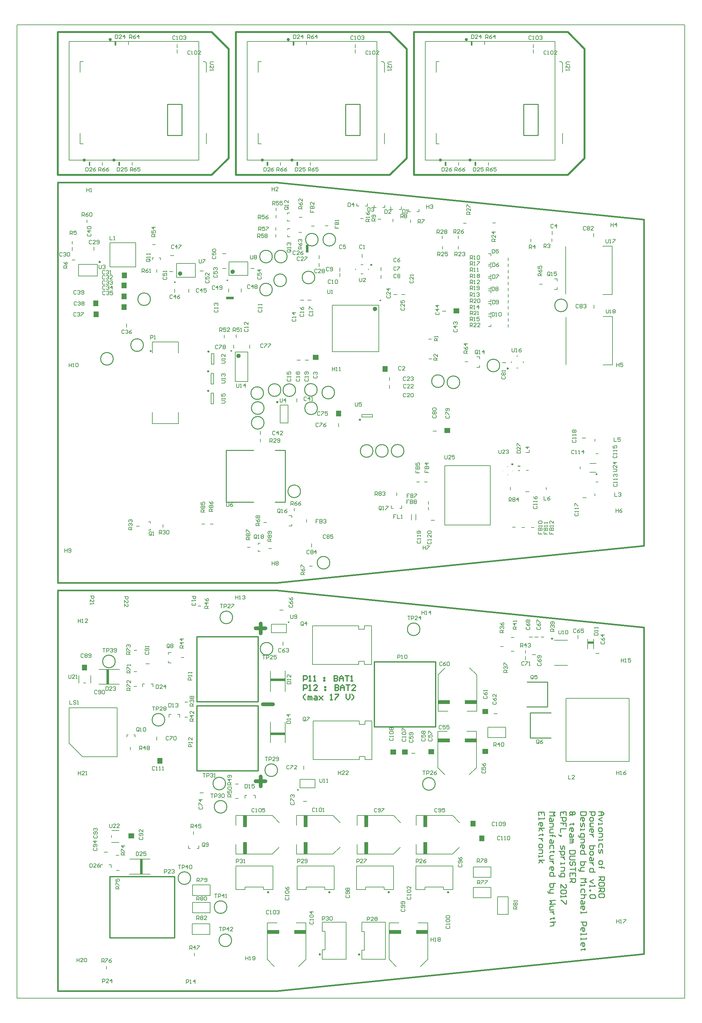
<source format=gto>
G04 Layer_Color=65535*
%FSLAX44Y44*%
%MOMM*%
G71*
G01*
G75*
%ADD47C,0.5000*%
%ADD48C,0.3000*%
%ADD49C,0.2540*%
%ADD50C,1.0000*%
%ADD53C,0.2000*%
%ADD54C,0.2500*%
%ADD55C,0.4000*%
%ADD104R,0.8000X2.0000*%
%ADD108C,0.3048*%
%ADD109C,0.6000*%
%ADD110C,0.2032*%
%ADD111C,0.3500*%
%ADD112C,0.1270*%
%ADD113C,0.1524*%
%ADD114R,0.6500X0.2250*%
%ADD115R,0.2250X0.6500*%
%ADD116R,2.0000X0.8000*%
%ADD117R,1.6000X1.4000*%
%ADD118R,1.4000X1.6000*%
%ADD119R,0.2500X1.0000*%
%ADD120R,1.0000X0.2500*%
%ADD121R,0.8636X0.2250*%
%ADD122R,0.2250X0.8636*%
%ADD123R,0.7250X4.0000*%
%ADD124R,4.0000X0.7250*%
%ADD125R,3.2000X1.1000*%
%ADD126R,1.1000X3.2000*%
%ADD127C,0.4064*%
D47*
X240000Y2825000D02*
Y2440000D01*
X655000D01*
X700000Y2485000D02*
X655000Y2440000D01*
X700000Y2780000D02*
Y2485000D01*
X655000Y2825000D02*
X700000Y2780000D01*
X240000Y2825000D02*
X655000D01*
X720000D02*
Y2440000D01*
X1135000D01*
X1180000Y2485000D02*
X1135000Y2440000D01*
X1180000Y2780000D02*
Y2485000D01*
X1135000Y2825000D02*
X1180000Y2780000D01*
X720000Y2825000D02*
X1135000D01*
X1200000D02*
Y2440000D01*
X1615000D01*
X1660000Y2485000D02*
X1615000Y2440000D01*
X1660000Y2780000D02*
Y2485000D01*
X1615000Y2825000D02*
X1660000Y2780000D01*
X1200000Y2825000D02*
X1615000D01*
D48*
X491000Y1965000D02*
G03*
X491000Y1965000I-1000J0D01*
G01*
X1692766Y1633500D02*
G03*
X1692766Y1633500I-1016J0D01*
G01*
X1573600Y1189850D02*
G03*
X1573600Y1189850I-1500J0D01*
G01*
X380000Y548000D02*
X555000D01*
X380000Y383000D02*
Y548000D01*
Y383000D02*
X555000D01*
Y548000D01*
X779500Y833500D02*
Y1008500D01*
X614500D02*
X779500D01*
X614500Y833500D02*
Y1008500D01*
Y833500D02*
X779500D01*
X614500Y1019500D02*
Y1194500D01*
Y1019500D02*
X779500D01*
Y1194500D01*
X614500D02*
X779500D01*
X1093000Y952000D02*
Y1127000D01*
Y952000D02*
X1258000D01*
Y1127000D01*
X1093000D02*
X1258000D01*
X902000Y1074975D02*
Y1089970D01*
X909498D01*
X911997Y1087471D01*
Y1082473D01*
X909498Y1079974D01*
X902000D01*
X916995Y1074975D02*
X921993D01*
X919494D01*
Y1089970D01*
X916995Y1087471D01*
X929491Y1074975D02*
X934490D01*
X931990D01*
Y1089970D01*
X929491Y1087471D01*
X956982Y1084972D02*
X959481D01*
Y1082473D01*
X956982D01*
Y1084972D01*
Y1077474D02*
X959481D01*
Y1074975D01*
X956982D01*
Y1077474D01*
X984473Y1089970D02*
Y1074975D01*
X991971D01*
X994470Y1077474D01*
Y1079974D01*
X991971Y1082473D01*
X984473D01*
X991971D01*
X994470Y1084972D01*
Y1087471D01*
X991971Y1089970D01*
X984473D01*
X999468Y1074975D02*
Y1084972D01*
X1004467Y1089970D01*
X1009465Y1084972D01*
Y1074975D01*
Y1082473D01*
X999468D01*
X1014464Y1089970D02*
X1024460D01*
X1019462D01*
Y1074975D01*
X1029459D02*
X1034457D01*
X1031958D01*
Y1089970D01*
X1029459Y1087471D01*
X902000Y1049781D02*
Y1064776D01*
X909498D01*
X911997Y1062277D01*
Y1057279D01*
X909498Y1054779D01*
X902000D01*
X916995Y1049781D02*
X921993D01*
X919494D01*
Y1064776D01*
X916995Y1062277D01*
X939488Y1049781D02*
X929491D01*
X939488Y1059778D01*
Y1062277D01*
X936989Y1064776D01*
X931990D01*
X929491Y1062277D01*
X959481Y1059778D02*
X961981D01*
Y1057279D01*
X959481D01*
Y1059778D01*
Y1052280D02*
X961981D01*
Y1049781D01*
X959481D01*
Y1052280D01*
X986973Y1064776D02*
Y1049781D01*
X994470D01*
X996969Y1052280D01*
Y1054779D01*
X994470Y1057279D01*
X986973D01*
X994470D01*
X996969Y1059778D01*
Y1062277D01*
X994470Y1064776D01*
X986973D01*
X1001968Y1049781D02*
Y1059778D01*
X1006966Y1064776D01*
X1011964Y1059778D01*
Y1049781D01*
Y1057279D01*
X1001968D01*
X1016963Y1064776D02*
X1026960D01*
X1021961D01*
Y1049781D01*
X1041955D02*
X1031958D01*
X1041955Y1059778D01*
Y1062277D01*
X1039455Y1064776D01*
X1034457D01*
X1031958Y1062277D01*
X906998Y1024587D02*
X902000Y1029585D01*
Y1034584D01*
X906998Y1039582D01*
X914496Y1024587D02*
Y1034584D01*
X916995D01*
X919494Y1032084D01*
Y1024587D01*
Y1032084D01*
X921993Y1034584D01*
X924493Y1032084D01*
Y1024587D01*
X931990Y1034584D02*
X936989D01*
X939488Y1032084D01*
Y1024587D01*
X931990D01*
X929491Y1027086D01*
X931990Y1029585D01*
X939488D01*
X944486Y1034584D02*
X954483Y1024587D01*
X949485Y1029585D01*
X954483Y1034584D01*
X944486Y1024587D01*
X974476D02*
X979475D01*
X976976D01*
Y1039582D01*
X974476Y1037083D01*
X986973Y1039582D02*
X996969D01*
Y1037083D01*
X986973Y1027086D01*
Y1024587D01*
X1016963Y1039582D02*
Y1029585D01*
X1021961Y1024587D01*
X1026960Y1029585D01*
Y1039582D01*
X1031958Y1024587D02*
X1036956Y1029585D01*
Y1034584D01*
X1031958Y1039582D01*
D49*
X818000Y2131000D02*
G03*
X818000Y2131000I-17000J0D01*
G01*
X858000Y2220000D02*
G03*
X858000Y2220000I-17000J0D01*
G01*
X489500Y2105000D02*
G03*
X489500Y2105000I-17000J0D01*
G01*
X470500Y1981250D02*
G03*
X470500Y1981250I-17000J0D01*
G01*
X941500Y2265500D02*
G03*
X941500Y2265500I-17000J0D01*
G01*
X389250Y1944250D02*
G03*
X389250Y1944250I-17000J0D01*
G01*
X988500Y2265500D02*
G03*
X988500Y2265500I-17000J0D01*
G01*
X1323250Y1881000D02*
G03*
X1323250Y1881000I-17000J0D01*
G01*
X1281500Y1884000D02*
G03*
X1281500Y1884000I-17000J0D01*
G01*
X818000Y2220000D02*
G03*
X818000Y2220000I-17000J0D01*
G01*
X856000Y2156000D02*
G03*
X856000Y2156000I-17000J0D01*
G01*
X932500Y2163500D02*
G03*
X932500Y2163500I-17000J0D01*
G01*
X841000Y1860000D02*
G03*
X841000Y1860000I-17000J0D01*
G01*
X939000Y1860500D02*
G03*
X939000Y1860500I-17000J0D01*
G01*
X880750Y1859750D02*
G03*
X880750Y1859750I-17000J0D01*
G01*
X939500Y1811000D02*
G03*
X939500Y1811000I-17000J0D01*
G01*
X985750Y1853250D02*
G03*
X985750Y1853250I-17000J0D01*
G01*
X795750Y1771750D02*
G03*
X795750Y1771750I-17000J0D01*
G01*
Y1811500D02*
G03*
X795750Y1811500I-17000J0D01*
G01*
X794250Y1851750D02*
G03*
X794250Y1851750I-17000J0D01*
G01*
X1431000Y1926250D02*
G03*
X1431000Y1926250I-17000J0D01*
G01*
X1613250Y2088250D02*
G03*
X1613250Y2088250I-17000J0D01*
G01*
X973000Y1394500D02*
G03*
X973000Y1394500I-17000J0D01*
G01*
X1089250Y1695750D02*
G03*
X1089250Y1695750I-17000J0D01*
G01*
X1130250Y1696000D02*
G03*
X1130250Y1696000I-17000J0D01*
G01*
X1172750Y1696250D02*
G03*
X1172750Y1696250I-17000J0D01*
G01*
X894000Y1587000D02*
G03*
X894000Y1587000I-17000J0D01*
G01*
X693500Y1558000D02*
X767500D01*
X693500D02*
Y1698000D01*
X852500Y1558000D02*
Y1590000D01*
X825500Y1558000D02*
X852500D01*
X693500Y1698000D02*
X767500D01*
X825500D02*
X852500D01*
Y1590000D02*
Y1698000D01*
X708250Y376250D02*
G03*
X708250Y376250I-17000J0D01*
G01*
X394500Y1128250D02*
G03*
X394500Y1128250I-17000J0D01*
G01*
X832000Y835000D02*
G03*
X832000Y835000I-17000J0D01*
G01*
X711000Y1247000D02*
G03*
X711000Y1247000I-17000J0D01*
G01*
X1257000Y798000D02*
G03*
X1257000Y798000I-17000J0D01*
G01*
X819500Y1162500D02*
G03*
X819500Y1162500I-17000J0D01*
G01*
X1216000Y1215000D02*
G03*
X1216000Y1215000I-17000J0D01*
G01*
X695500Y465750D02*
G03*
X695500Y465750I-17000J0D01*
G01*
X598000Y544000D02*
G03*
X598000Y544000I-17000J0D01*
G01*
X528000Y971000D02*
G03*
X528000Y971000I-17000J0D01*
G01*
X692000Y799000D02*
G03*
X692000Y799000I-17000J0D01*
G01*
X695500Y736250D02*
G03*
X695500Y736250I-17000J0D01*
G01*
X1504250Y1073110D02*
X1560000D01*
X1503750Y1005610D02*
X1560000D01*
Y1073110D01*
X1513000Y922250D02*
X1568750D01*
X1513000Y989750D02*
X1569250D01*
X1513000Y922250D02*
Y989750D01*
X1697052Y723093D02*
X1707209Y723132D01*
X1712307Y718073D01*
X1707248Y712975D01*
X1697091Y712936D01*
X1704709Y712966D01*
X1704670Y723122D01*
X1707267Y707897D02*
X1697130Y702779D01*
X1707307Y697740D01*
X1697170Y692623D02*
X1697189Y687545D01*
X1697179Y690084D01*
X1707336Y690123D01*
X1707326Y692662D01*
X1697228Y677388D02*
X1697248Y672310D01*
X1699797Y669780D01*
X1704875Y669800D01*
X1707405Y672349D01*
X1707385Y677427D01*
X1704836Y679957D01*
X1699758Y679937D01*
X1697228Y677388D01*
X1697277Y664692D02*
X1707434Y664731D01*
X1707463Y657114D01*
X1704934Y654565D01*
X1697316Y654536D01*
X1697336Y649457D02*
X1697356Y644379D01*
X1697346Y646918D01*
X1707503Y646957D01*
X1707493Y649496D01*
X1707581Y626644D02*
X1707552Y634261D01*
X1705003Y636791D01*
X1699924Y636771D01*
X1697395Y634222D01*
X1697424Y626605D01*
X1697444Y621526D02*
X1697473Y613909D01*
X1700022Y611380D01*
X1702552Y613928D01*
X1702532Y619007D01*
X1705061Y621556D01*
X1707610Y619026D01*
X1707640Y611409D01*
X1697571Y588517D02*
X1697591Y583439D01*
X1700140Y580910D01*
X1705218Y580929D01*
X1707747Y583478D01*
X1707728Y588557D01*
X1705179Y591086D01*
X1700101Y591066D01*
X1697571Y588517D01*
X1697630Y573282D02*
X1710326Y573331D01*
X1705247Y573312D01*
X1705238Y575851D01*
X1705257Y570773D01*
X1705247Y573312D01*
X1710326Y573331D01*
X1712875Y570802D01*
X1697728Y547891D02*
X1712963Y547950D01*
X1712992Y540332D01*
X1710463Y537783D01*
X1705385Y537763D01*
X1702836Y540293D01*
X1702806Y547910D01*
X1702826Y542832D02*
X1697767Y537734D01*
X1713051Y525097D02*
X1713031Y530175D01*
X1710482Y532705D01*
X1700326Y532666D01*
X1697796Y530117D01*
X1697816Y525038D01*
X1700365Y522509D01*
X1710522Y522548D01*
X1713051Y525097D01*
X1697845Y517421D02*
X1713080Y517480D01*
X1713110Y509862D01*
X1710580Y507313D01*
X1705502Y507294D01*
X1702953Y509823D01*
X1702924Y517440D01*
X1702943Y512362D02*
X1697885Y507264D01*
X1713169Y494627D02*
X1713149Y499706D01*
X1710600Y502235D01*
X1700443Y502196D01*
X1697914Y499647D01*
X1697934Y494568D01*
X1700483Y492039D01*
X1710639Y492078D01*
X1713169Y494627D01*
X1672674Y722999D02*
X1687909Y723058D01*
X1687939Y715440D01*
X1685409Y712891D01*
X1680331Y712871D01*
X1677782Y715401D01*
X1677753Y723018D01*
X1672743Y705225D02*
X1672762Y700146D01*
X1675311Y697617D01*
X1680390Y697637D01*
X1682919Y700185D01*
X1682899Y705264D01*
X1680350Y707793D01*
X1675272Y707774D01*
X1672743Y705225D01*
X1682948Y692568D02*
X1675331Y692539D01*
X1672802Y689990D01*
X1675350Y687460D01*
X1672821Y684911D01*
X1675370Y682382D01*
X1682988Y682411D01*
X1672880Y669676D02*
X1672860Y674755D01*
X1675390Y677304D01*
X1680468Y677323D01*
X1683017Y674794D01*
X1683036Y669716D01*
X1680507Y667167D01*
X1677968Y667157D01*
X1677929Y677314D01*
X1683066Y662098D02*
X1672909Y662059D01*
X1677988Y662078D01*
X1680536Y659549D01*
X1683085Y657020D01*
X1683095Y654481D01*
X1688262Y631648D02*
X1673027Y631589D01*
X1673056Y623971D01*
X1675605Y621442D01*
X1678144Y621452D01*
X1680683Y621462D01*
X1683213Y624011D01*
X1683183Y631628D01*
X1673095Y613815D02*
X1673115Y608737D01*
X1675664Y606207D01*
X1680742Y606227D01*
X1683272Y608776D01*
X1683252Y613854D01*
X1680703Y616384D01*
X1675625Y616364D01*
X1673095Y613815D01*
X1683311Y598619D02*
X1683330Y593541D01*
X1680801Y590992D01*
X1673183Y590962D01*
X1673154Y598580D01*
X1675683Y601129D01*
X1678232Y598600D01*
X1678262Y590982D01*
X1683360Y585923D02*
X1673203Y585884D01*
X1678281Y585904D01*
X1680830Y583374D01*
X1683379Y580845D01*
X1683389Y578306D01*
X1688536Y560551D02*
X1673301Y560493D01*
X1673272Y568110D01*
X1675801Y570659D01*
X1680879Y570679D01*
X1683428Y568149D01*
X1683458Y560532D01*
X1683536Y540219D02*
X1673399Y535101D01*
X1683575Y530062D01*
X1673438Y524944D02*
X1673458Y519866D01*
X1673448Y522405D01*
X1688683Y522464D01*
X1686134Y524993D01*
X1673487Y512248D02*
X1676026Y512258D01*
X1676036Y509719D01*
X1673497Y509709D01*
X1673487Y512248D01*
X1686232Y499602D02*
X1688781Y497072D01*
X1688801Y491994D01*
X1686271Y489445D01*
X1676115Y489406D01*
X1673566Y491935D01*
X1673546Y497014D01*
X1676075Y499562D01*
X1686232Y499602D01*
X1663531Y722963D02*
X1648296Y722905D01*
X1648326Y715287D01*
X1650875Y712758D01*
X1661031Y712797D01*
X1663561Y715346D01*
X1663531Y722963D01*
X1648384Y700052D02*
X1648365Y705131D01*
X1650894Y707680D01*
X1655972Y707699D01*
X1658522Y705170D01*
X1658541Y700091D01*
X1656012Y697542D01*
X1653473Y697533D01*
X1653433Y707689D01*
X1648414Y692435D02*
X1648443Y684817D01*
X1650992Y682288D01*
X1653522Y684837D01*
X1653502Y689915D01*
X1656031Y692464D01*
X1658580Y689935D01*
X1658610Y682317D01*
X1648473Y677200D02*
X1648492Y672122D01*
X1648482Y674661D01*
X1658639Y674700D01*
X1658629Y677239D01*
X1643463Y659406D02*
X1643473Y656867D01*
X1646022Y654338D01*
X1658717Y654387D01*
X1658688Y662004D01*
X1656139Y664533D01*
X1651061Y664514D01*
X1648531Y661965D01*
X1648561Y654347D01*
X1648580Y649269D02*
X1658737Y649308D01*
X1658766Y641691D01*
X1656237Y639142D01*
X1648620Y639113D01*
X1648669Y626417D02*
X1648649Y631495D01*
X1651178Y634044D01*
X1656257Y634064D01*
X1658806Y631534D01*
X1658825Y626456D01*
X1656296Y623907D01*
X1653757Y623897D01*
X1653717Y634054D01*
X1663972Y608701D02*
X1648737Y608643D01*
X1648708Y616260D01*
X1651237Y618809D01*
X1656315Y618829D01*
X1658864Y616299D01*
X1658894Y608682D01*
X1664050Y588388D02*
X1648815Y588329D01*
X1648845Y580712D01*
X1651394Y578182D01*
X1653933Y578192D01*
X1656472Y578202D01*
X1659001Y580751D01*
X1658972Y588368D01*
X1659031Y573134D02*
X1651413Y573104D01*
X1648884Y570555D01*
X1648913Y562938D01*
X1646374Y562928D01*
X1643825Y565457D01*
X1643815Y567996D01*
X1648913Y562938D02*
X1659070Y562977D01*
X1648992Y542624D02*
X1664227Y542683D01*
X1659168Y537585D01*
X1664266Y532527D01*
X1649031Y532468D01*
X1649050Y527389D02*
X1649070Y522311D01*
X1649060Y524850D01*
X1659217Y524889D01*
X1659207Y527429D01*
X1659295Y504576D02*
X1659266Y512194D01*
X1656717Y514723D01*
X1651639Y514703D01*
X1649109Y512155D01*
X1649139Y504537D01*
X1664393Y499518D02*
X1649158Y499459D01*
X1656776Y499488D01*
X1659325Y496959D01*
X1659344Y491880D01*
X1656815Y489331D01*
X1649197Y489302D01*
X1659383Y481724D02*
X1659403Y476646D01*
X1656874Y474096D01*
X1649256Y474067D01*
X1649227Y481685D01*
X1651756Y484234D01*
X1654305Y481704D01*
X1654335Y474087D01*
X1649305Y461371D02*
X1649285Y466450D01*
X1651815Y468999D01*
X1656893Y469018D01*
X1659442Y466489D01*
X1659462Y461410D01*
X1656932Y458862D01*
X1654393Y458852D01*
X1654354Y469008D01*
X1649335Y453754D02*
X1649354Y448675D01*
X1649344Y451215D01*
X1664579Y451273D01*
X1664570Y453813D01*
X1649442Y425823D02*
X1664677Y425882D01*
X1664707Y418264D01*
X1662177Y415715D01*
X1657099Y415696D01*
X1654550Y418225D01*
X1654521Y425843D01*
X1649530Y402971D02*
X1649511Y408049D01*
X1652040Y410598D01*
X1657119Y410617D01*
X1659667Y408088D01*
X1659687Y403010D01*
X1657158Y400461D01*
X1654619Y400451D01*
X1654579Y410608D01*
X1649560Y395353D02*
X1649579Y390275D01*
X1649570Y392814D01*
X1664805Y392873D01*
X1664795Y395412D01*
X1649609Y382657D02*
X1649628Y377579D01*
X1649619Y380118D01*
X1664854Y380177D01*
X1664844Y382716D01*
X1649687Y362344D02*
X1649668Y367422D01*
X1652197Y369971D01*
X1657275Y369991D01*
X1659824Y367462D01*
X1659844Y362383D01*
X1657314Y359834D01*
X1654775Y359824D01*
X1654736Y369981D01*
X1662422Y352236D02*
X1659883Y352227D01*
X1659873Y354766D01*
X1659893Y349688D01*
X1659883Y352227D01*
X1652265Y352197D01*
X1649736Y349648D01*
X1618879Y712635D02*
X1621409Y715183D01*
X1618860Y717713D01*
X1618850Y720252D01*
X1621379Y722801D01*
X1623918Y722811D01*
X1626467Y720281D01*
X1628997Y722830D01*
X1631536Y722840D01*
X1634085Y720311D01*
X1634095Y717772D01*
X1631565Y715223D01*
X1629026Y715213D01*
X1626477Y717742D01*
X1623948Y715193D01*
X1621409Y715183D01*
X1626497Y712664D02*
X1623948Y715193D01*
X1626467Y720281D02*
X1626477Y717742D01*
X1631663Y689831D02*
X1629124Y689821D01*
X1629114Y692360D01*
X1629134Y687282D01*
X1629124Y689821D01*
X1621507Y689792D01*
X1618977Y687243D01*
X1619036Y672008D02*
X1619016Y677086D01*
X1621546Y679635D01*
X1626624Y679655D01*
X1629173Y677125D01*
X1629193Y672047D01*
X1626663Y669498D01*
X1624124Y669488D01*
X1624085Y679645D01*
X1629232Y661890D02*
X1629251Y656812D01*
X1626722Y654263D01*
X1619104Y654234D01*
X1619075Y661851D01*
X1621604Y664400D01*
X1624153Y661871D01*
X1624183Y654253D01*
X1619124Y649156D02*
X1629281Y649195D01*
X1629291Y646656D01*
X1626761Y644107D01*
X1619144Y644077D01*
X1626761Y644107D01*
X1629310Y641577D01*
X1626781Y639028D01*
X1619163Y638999D01*
X1634477Y618744D02*
X1619242Y618686D01*
X1619271Y611068D01*
X1621820Y608539D01*
X1631977Y608578D01*
X1634506Y611127D01*
X1634477Y618744D01*
X1634535Y603509D02*
X1621840Y603460D01*
X1619310Y600911D01*
X1619330Y595833D01*
X1621879Y593304D01*
X1634575Y593353D01*
X1632094Y578108D02*
X1634624Y580657D01*
X1634604Y585735D01*
X1632055Y588265D01*
X1629516Y588255D01*
X1626987Y585706D01*
X1627006Y580628D01*
X1624477Y578079D01*
X1621938Y578069D01*
X1619389Y580598D01*
X1619369Y585676D01*
X1621898Y588225D01*
X1634653Y573040D02*
X1634692Y562883D01*
X1634673Y567961D01*
X1619438Y567902D01*
X1634751Y547648D02*
X1634712Y557804D01*
X1619477Y557746D01*
X1619516Y547589D01*
X1627094Y557775D02*
X1627114Y552697D01*
X1619536Y542511D02*
X1634771Y542570D01*
X1634800Y534952D01*
X1632271Y532403D01*
X1627192Y532383D01*
X1624643Y534913D01*
X1624614Y542530D01*
X1624633Y537452D02*
X1619575Y532354D01*
X1609736Y712599D02*
X1609697Y722756D01*
X1594462Y722697D01*
X1594501Y712540D01*
X1602080Y722727D02*
X1602099Y717648D01*
X1594521Y707462D02*
X1609756Y707521D01*
X1609785Y699903D01*
X1607256Y697354D01*
X1602178Y697335D01*
X1599629Y699864D01*
X1599599Y707482D01*
X1609854Y682129D02*
X1609815Y692286D01*
X1602197Y692257D01*
X1602217Y687178D01*
X1602197Y692257D01*
X1594580Y692227D01*
X1609873Y677051D02*
X1594639Y676992D01*
X1594678Y666835D01*
X1592168Y659208D02*
X1594717Y656679D01*
X1597256Y656689D01*
X1597246Y659228D01*
X1594707Y659218D01*
X1594717Y656679D01*
X1592168Y659208D01*
X1589619Y661738D01*
X1594815Y631287D02*
X1594844Y623670D01*
X1597393Y621141D01*
X1599922Y623689D01*
X1599903Y628768D01*
X1602432Y631317D01*
X1604981Y628787D01*
X1605011Y621170D01*
X1589795Y616033D02*
X1605030Y616092D01*
X1605060Y608474D01*
X1602530Y605925D01*
X1597452Y605905D01*
X1594903Y608435D01*
X1594874Y616052D01*
X1605089Y600857D02*
X1594932Y600817D01*
X1600011Y600837D01*
X1602560Y598308D01*
X1605108Y595778D01*
X1605118Y593239D01*
X1594991Y585582D02*
X1595011Y580504D01*
X1595001Y583043D01*
X1605157Y583083D01*
X1605148Y585622D01*
X1595040Y572887D02*
X1605197Y572926D01*
X1605226Y565308D01*
X1602697Y562759D01*
X1595079Y562730D01*
X1590040Y552554D02*
X1590050Y550015D01*
X1592599Y547485D01*
X1605295Y547534D01*
X1605265Y555152D01*
X1602716Y557681D01*
X1597638Y557662D01*
X1595109Y555112D01*
X1595138Y547495D01*
X1595255Y517025D02*
X1595216Y527182D01*
X1605412Y517064D01*
X1607951Y517074D01*
X1610481Y519623D01*
X1610461Y524701D01*
X1607912Y527231D01*
X1607971Y511996D02*
X1610520Y509466D01*
X1610540Y504388D01*
X1608010Y501839D01*
X1597854Y501800D01*
X1595305Y504329D01*
X1595285Y509408D01*
X1597814Y511957D01*
X1607971Y511996D01*
X1595334Y496712D02*
X1595354Y491634D01*
X1595344Y494173D01*
X1610579Y494231D01*
X1608030Y496761D01*
X1610618Y484075D02*
X1610657Y473918D01*
X1608118Y473908D01*
X1597922Y484026D01*
X1595383Y484016D01*
X1565006Y722583D02*
X1580241Y722642D01*
X1575182Y717544D01*
X1580280Y712486D01*
X1565045Y712427D01*
X1575231Y704848D02*
X1575251Y699770D01*
X1572721Y697221D01*
X1565104Y697192D01*
X1565074Y704809D01*
X1567604Y707358D01*
X1570153Y704829D01*
X1570182Y697212D01*
X1565123Y692114D02*
X1575280Y692153D01*
X1575309Y684535D01*
X1572780Y681986D01*
X1565163Y681957D01*
X1575339Y676918D02*
X1567721Y676888D01*
X1565192Y674339D01*
X1565221Y666722D01*
X1575378Y666761D01*
X1565251Y659105D02*
X1577947Y659153D01*
X1572868Y659134D01*
X1572858Y661673D01*
X1572878Y656595D01*
X1572868Y659134D01*
X1577947Y659153D01*
X1580496Y656624D01*
X1575456Y646448D02*
X1575476Y641369D01*
X1572947Y638821D01*
X1565329Y638791D01*
X1565300Y646409D01*
X1567829Y648958D01*
X1570378Y646428D01*
X1570408Y638811D01*
X1575545Y623595D02*
X1575515Y631213D01*
X1572966Y633742D01*
X1567888Y633723D01*
X1565359Y631174D01*
X1565388Y623556D01*
X1578113Y615988D02*
X1575574Y615978D01*
X1575564Y618517D01*
X1575584Y613439D01*
X1575574Y615978D01*
X1567957Y615949D01*
X1565427Y613400D01*
X1575613Y605821D02*
X1567996Y605792D01*
X1565466Y603243D01*
X1565496Y595625D01*
X1575652Y595665D01*
X1575672Y590586D02*
X1565515Y590547D01*
X1570594Y590567D01*
X1573143Y588037D01*
X1575692Y585508D01*
X1575701Y582969D01*
X1565603Y567695D02*
X1565584Y572773D01*
X1568113Y575322D01*
X1573192Y575342D01*
X1575741Y572812D01*
X1575760Y567734D01*
X1573231Y565185D01*
X1570692Y565175D01*
X1570652Y575332D01*
X1580907Y549979D02*
X1565672Y549921D01*
X1565643Y557538D01*
X1568172Y560087D01*
X1573250Y560107D01*
X1575799Y557577D01*
X1575829Y549960D01*
X1580985Y529666D02*
X1565750Y529607D01*
X1565780Y521990D01*
X1568329Y519460D01*
X1570868Y519470D01*
X1573407Y519480D01*
X1575936Y522029D01*
X1575907Y529646D01*
X1575966Y514412D02*
X1568348Y514382D01*
X1565819Y511833D01*
X1565848Y504216D01*
X1563309Y504206D01*
X1560760Y506735D01*
X1560750Y509274D01*
X1565848Y504216D02*
X1576005Y504255D01*
X1581162Y483961D02*
X1565927Y483903D01*
X1571024Y478844D01*
X1565966Y473746D01*
X1581201Y473805D01*
X1576142Y468707D02*
X1568525Y468677D01*
X1565995Y466128D01*
X1566025Y458511D01*
X1576181Y458550D01*
X1576201Y453472D02*
X1566044Y453433D01*
X1571122Y453452D01*
X1573672Y450923D01*
X1576220Y448393D01*
X1576230Y445854D01*
X1578808Y435707D02*
X1576269Y435698D01*
X1576260Y438237D01*
X1576279Y433158D01*
X1576269Y435698D01*
X1568652Y435668D01*
X1566122Y433119D01*
X1581387Y425561D02*
X1566152Y425502D01*
X1573769Y425531D01*
X1576318Y423002D01*
X1576338Y417924D01*
X1573809Y415374D01*
X1566191Y415345D01*
X1550824Y712372D02*
X1550785Y722529D01*
X1535550Y722470D01*
X1535589Y712313D01*
X1543167Y722499D02*
X1543187Y717421D01*
X1535609Y707235D02*
X1535628Y702157D01*
X1535618Y704696D01*
X1550853Y704754D01*
X1550844Y707294D01*
X1535687Y686922D02*
X1535667Y692000D01*
X1538197Y694549D01*
X1543275Y694568D01*
X1545824Y692039D01*
X1545844Y686961D01*
X1543314Y684412D01*
X1540775Y684402D01*
X1540736Y694559D01*
X1535716Y679304D02*
X1550951Y679363D01*
X1540795Y679324D02*
X1545902Y671726D01*
X1540795Y679324D02*
X1535746Y671687D01*
X1548481Y661579D02*
X1545941Y661569D01*
X1545932Y664108D01*
X1545951Y659030D01*
X1545941Y661569D01*
X1538324Y661540D01*
X1535795Y658991D01*
X1545981Y651413D02*
X1535824Y651373D01*
X1540902Y651393D01*
X1543451Y648864D01*
X1546000Y646334D01*
X1546010Y643795D01*
X1535893Y633599D02*
X1535912Y628521D01*
X1538461Y625992D01*
X1543539Y626011D01*
X1546069Y628560D01*
X1546049Y633638D01*
X1543500Y636168D01*
X1538422Y636148D01*
X1535893Y633599D01*
X1535941Y620904D02*
X1546098Y620943D01*
X1546128Y613325D01*
X1543598Y610776D01*
X1535981Y610747D01*
X1536000Y605668D02*
X1536020Y600590D01*
X1536010Y603129D01*
X1546167Y603168D01*
X1546157Y605708D01*
X1536049Y592973D02*
X1551284Y593032D01*
X1541128Y592992D02*
X1546235Y585394D01*
X1541128Y592992D02*
X1536079Y585355D01*
X574000Y2631000D02*
Y2547000D01*
X535000Y2631000D02*
X574000D01*
X535000D02*
Y2547000D01*
X574000D01*
X1054000Y2631000D02*
Y2547000D01*
X1015000Y2631000D02*
X1054000D01*
X1015000D02*
Y2547000D01*
X1054000D01*
X1534000Y2631000D02*
Y2547000D01*
X1495000Y2631000D02*
X1534000D01*
X1495000D02*
Y2547000D01*
X1534000D01*
D50*
X773000Y1217329D02*
X799658D01*
X786329Y1230658D02*
Y1204000D01*
X773000Y804829D02*
X799658D01*
X786329Y818158D02*
Y791500D01*
X793000Y1012994D02*
X819658D01*
D53*
X380000Y2192000D02*
Y2257000D01*
Y2192000D02*
X450000D01*
X380000Y2257000D02*
X450000D01*
Y2192000D02*
Y2257000D01*
X513000Y2217000D02*
X516500D01*
X494500D02*
X498000D01*
X494500Y2211500D02*
Y2217000D01*
X516500Y2211500D02*
Y2217000D01*
X859000Y2334250D02*
Y2337750D01*
Y2315750D02*
Y2319250D01*
Y2315750D02*
X864500D01*
X859000Y2337750D02*
X864500D01*
X859750Y2292250D02*
Y2295750D01*
Y2273750D02*
Y2277250D01*
Y2273750D02*
X865250D01*
X859750Y2295750D02*
X865250D01*
X489750Y1482500D02*
Y1486000D01*
Y1501000D02*
Y1504500D01*
X484250D02*
X489750D01*
X484250Y1482500D02*
X489750D01*
X779500Y1443250D02*
Y1446750D01*
Y1424750D02*
Y1428250D01*
Y1424750D02*
X785000D01*
X779500Y1446750D02*
X785000D01*
X718254Y1883250D02*
X751934D01*
X718254Y1962250D02*
X751934D01*
Y1883250D02*
Y1962250D01*
X718254Y1883250D02*
Y1962250D01*
X752000Y2169000D02*
Y2206000D01*
X701000Y2169000D02*
Y2206000D01*
X752000D01*
X701000Y2169000D02*
X752000D01*
X610500Y2164000D02*
Y2201000D01*
X559500Y2164000D02*
Y2201000D01*
X610500D01*
X559500Y2164000D02*
X610500D01*
X346000Y2167500D02*
Y2198750D01*
X296000D02*
X346000D01*
X296000Y2167500D02*
Y2198750D01*
Y2167500D02*
X346000D01*
X1674372Y1638250D02*
X1690600D01*
X1674372Y1662250D02*
X1690600D01*
X979750Y1963750D02*
Y2088750D01*
X1104750Y1963750D02*
Y2088750D01*
X979750Y1963750D02*
X1104750D01*
X979750Y2088750D02*
X1104750D01*
X1282750Y1684247D02*
Y1675916D01*
X1284416Y1674250D01*
X1287748D01*
X1289415Y1675916D01*
Y1684247D01*
X1299411Y1674250D02*
X1292747D01*
X1299411Y1680914D01*
Y1682581D01*
X1297745Y1684247D01*
X1294413D01*
X1292747Y1682581D01*
X1309408Y1684247D02*
X1302744D01*
Y1679248D01*
X1306076Y1680914D01*
X1307742D01*
X1309408Y1679248D01*
Y1675916D01*
X1307742Y1674250D01*
X1304410D01*
X1302744Y1675916D01*
X1737003Y1640000D02*
X1745334D01*
X1747000Y1641666D01*
Y1644998D01*
X1745334Y1646664D01*
X1737003D01*
X1747000Y1656661D02*
Y1649997D01*
X1740336Y1656661D01*
X1738669D01*
X1737003Y1654995D01*
Y1651663D01*
X1738669Y1649997D01*
X1747000Y1664992D02*
X1737003D01*
X1742002Y1659994D01*
Y1666658D01*
X1428250Y1698747D02*
Y1690416D01*
X1429916Y1688750D01*
X1433248D01*
X1434915Y1690416D01*
Y1698747D01*
X1444911Y1688750D02*
X1438247D01*
X1444911Y1695414D01*
Y1697081D01*
X1443245Y1698747D01*
X1439913D01*
X1438247Y1697081D01*
X1448244D02*
X1449910Y1698747D01*
X1453242D01*
X1454908Y1697081D01*
Y1695414D01*
X1453242Y1693748D01*
X1451576D01*
X1453242D01*
X1454908Y1692082D01*
Y1690416D01*
X1453242Y1688750D01*
X1449910D01*
X1448244Y1690416D01*
X815750Y1452250D02*
X805753D01*
Y1457248D01*
X807419Y1458914D01*
X810752D01*
X812418Y1457248D01*
Y1452250D01*
Y1455582D02*
X815750Y1458914D01*
X807419Y1462247D02*
X805753Y1463913D01*
Y1467245D01*
X807419Y1468911D01*
X809085D01*
X810752Y1467245D01*
X812418Y1468911D01*
X814084D01*
X815750Y1467245D01*
Y1463913D01*
X814084Y1462247D01*
X812418D01*
X810752Y1463913D01*
X809085Y1462247D01*
X807419D01*
X810752Y1463913D02*
Y1467245D01*
X814084Y1472244D02*
X815750Y1473910D01*
Y1477242D01*
X814084Y1478908D01*
X807419D01*
X805753Y1477242D01*
Y1473910D01*
X807419Y1472244D01*
X809085D01*
X810752Y1473910D01*
Y1478908D01*
X758000Y1456500D02*
X748003D01*
Y1461498D01*
X749669Y1463165D01*
X753002D01*
X754668Y1461498D01*
Y1456500D01*
Y1459832D02*
X758000Y1463165D01*
X749669Y1466497D02*
X748003Y1468163D01*
Y1471495D01*
X749669Y1473161D01*
X751336D01*
X753002Y1471495D01*
X754668Y1473161D01*
X756334D01*
X758000Y1471495D01*
Y1468163D01*
X756334Y1466497D01*
X754668D01*
X753002Y1468163D01*
X751336Y1466497D01*
X749669D01*
X753002Y1468163D02*
Y1471495D01*
X748003Y1476494D02*
Y1483158D01*
X749669D01*
X756334Y1476494D01*
X758000D01*
X658000Y1532500D02*
X648003D01*
Y1537498D01*
X649669Y1539164D01*
X653002D01*
X654668Y1537498D01*
Y1532500D01*
Y1535832D02*
X658000Y1539164D01*
X649669Y1542497D02*
X648003Y1544163D01*
Y1547495D01*
X649669Y1549161D01*
X651336D01*
X653002Y1547495D01*
X654668Y1549161D01*
X656334D01*
X658000Y1547495D01*
Y1544163D01*
X656334Y1542497D01*
X654668D01*
X653002Y1544163D01*
X651336Y1542497D01*
X649669D01*
X653002Y1544163D02*
Y1547495D01*
X648003Y1559158D02*
X649669Y1555826D01*
X653002Y1552494D01*
X656334D01*
X658000Y1554160D01*
Y1557492D01*
X656334Y1559158D01*
X654668D01*
X653002Y1557492D01*
Y1552494D01*
X635750Y1531250D02*
X625753D01*
Y1536248D01*
X627419Y1537914D01*
X630752D01*
X632418Y1536248D01*
Y1531250D01*
Y1534582D02*
X635750Y1537914D01*
X627419Y1541247D02*
X625753Y1542913D01*
Y1546245D01*
X627419Y1547911D01*
X629086D01*
X630752Y1546245D01*
X632418Y1547911D01*
X634084D01*
X635750Y1546245D01*
Y1542913D01*
X634084Y1541247D01*
X632418D01*
X630752Y1542913D01*
X629086Y1541247D01*
X627419D01*
X630752Y1542913D02*
Y1546245D01*
X625753Y1557908D02*
Y1551244D01*
X630752D01*
X629086Y1554576D01*
Y1556242D01*
X630752Y1557908D01*
X634084D01*
X635750Y1556242D01*
Y1552910D01*
X634084Y1551244D01*
X1456000Y1560000D02*
Y1569997D01*
X1460998D01*
X1462664Y1568331D01*
Y1564998D01*
X1460998Y1563332D01*
X1456000D01*
X1459332D02*
X1462664Y1560000D01*
X1465997Y1568331D02*
X1467663Y1569997D01*
X1470995D01*
X1472661Y1568331D01*
Y1566664D01*
X1470995Y1564998D01*
X1472661Y1563332D01*
Y1561666D01*
X1470995Y1560000D01*
X1467663D01*
X1465997Y1561666D01*
Y1563332D01*
X1467663Y1564998D01*
X1465997Y1566664D01*
Y1568331D01*
X1467663Y1564998D02*
X1470995D01*
X1480992Y1560000D02*
Y1569997D01*
X1475993Y1564998D01*
X1482658D01*
X1095250Y1575500D02*
Y1585497D01*
X1100248D01*
X1101915Y1583831D01*
Y1580498D01*
X1100248Y1578832D01*
X1095250D01*
X1098582D02*
X1101915Y1575500D01*
X1105247Y1583831D02*
X1106913Y1585497D01*
X1110245D01*
X1111911Y1583831D01*
Y1582164D01*
X1110245Y1580498D01*
X1111911Y1578832D01*
Y1577166D01*
X1110245Y1575500D01*
X1106913D01*
X1105247Y1577166D01*
Y1578832D01*
X1106913Y1580498D01*
X1105247Y1582164D01*
Y1583831D01*
X1106913Y1580498D02*
X1110245D01*
X1115244Y1583831D02*
X1116910Y1585497D01*
X1120242D01*
X1121908Y1583831D01*
Y1582164D01*
X1120242Y1580498D01*
X1118576D01*
X1120242D01*
X1121908Y1578832D01*
Y1577166D01*
X1120242Y1575500D01*
X1116910D01*
X1115244Y1577166D01*
X784250Y1494750D02*
X774253D01*
Y1499748D01*
X775919Y1501414D01*
X779252D01*
X780918Y1499748D01*
Y1494750D01*
Y1498082D02*
X784250Y1501414D01*
X774253Y1511411D02*
X775919Y1508079D01*
X779252Y1504747D01*
X782584D01*
X784250Y1506413D01*
Y1509745D01*
X782584Y1511411D01*
X780918D01*
X779252Y1509745D01*
Y1504747D01*
X775919Y1514744D02*
X774253Y1516410D01*
Y1519742D01*
X775919Y1521408D01*
X777586D01*
X779252Y1519742D01*
X780918Y1521408D01*
X782584D01*
X784250Y1519742D01*
Y1516410D01*
X782584Y1514744D01*
X780918D01*
X779252Y1516410D01*
X777586Y1514744D01*
X775919D01*
X779252Y1516410D02*
Y1519742D01*
X905000Y1362000D02*
X895003D01*
Y1366998D01*
X896669Y1368665D01*
X900002D01*
X901668Y1366998D01*
Y1362000D01*
Y1365332D02*
X905000Y1368665D01*
X895003Y1378661D02*
X896669Y1375329D01*
X900002Y1371997D01*
X903334D01*
X905000Y1373663D01*
Y1376995D01*
X903334Y1378661D01*
X901668D01*
X900002Y1376995D01*
Y1371997D01*
X895003Y1381994D02*
Y1388658D01*
X896669D01*
X903334Y1381994D01*
X905000D01*
X868000Y1549750D02*
Y1559747D01*
X872998D01*
X874665Y1558081D01*
Y1554748D01*
X872998Y1553082D01*
X868000D01*
X871332D02*
X874665Y1549750D01*
X884661Y1559747D02*
X881329Y1558081D01*
X877997Y1554748D01*
Y1551416D01*
X879663Y1549750D01*
X882995D01*
X884661Y1551416D01*
Y1553082D01*
X882995Y1554748D01*
X877997D01*
X894658Y1559747D02*
X891326Y1558081D01*
X887994Y1554748D01*
Y1551416D01*
X889660Y1549750D01*
X892992D01*
X894658Y1551416D01*
Y1553082D01*
X892992Y1554748D01*
X887994D01*
X440750Y1483750D02*
X430753D01*
Y1488748D01*
X432419Y1490414D01*
X435752D01*
X437418Y1488748D01*
Y1483750D01*
Y1487082D02*
X440750Y1490414D01*
X432419Y1493747D02*
X430753Y1495413D01*
Y1498745D01*
X432419Y1500411D01*
X434086D01*
X435752Y1498745D01*
Y1497079D01*
Y1498745D01*
X437418Y1500411D01*
X439084D01*
X440750Y1498745D01*
Y1495413D01*
X439084Y1493747D01*
X432419Y1503744D02*
X430753Y1505410D01*
Y1508742D01*
X432419Y1510408D01*
X434086D01*
X435752Y1508742D01*
Y1507076D01*
Y1508742D01*
X437418Y1510408D01*
X439084D01*
X440750Y1508742D01*
Y1505410D01*
X439084Y1503744D01*
X513000Y1472000D02*
Y1481997D01*
X517998D01*
X519664Y1480331D01*
Y1476998D01*
X517998Y1475332D01*
X513000D01*
X516332D02*
X519664Y1472000D01*
X522997Y1480331D02*
X524663Y1481997D01*
X527995D01*
X529661Y1480331D01*
Y1478665D01*
X527995Y1476998D01*
X526329D01*
X527995D01*
X529661Y1475332D01*
Y1473666D01*
X527995Y1472000D01*
X524663D01*
X522997Y1473666D01*
X532994Y1480331D02*
X534660Y1481997D01*
X537992D01*
X539658Y1480331D01*
Y1473666D01*
X537992Y1472000D01*
X534660D01*
X532994Y1473666D01*
Y1480331D01*
X1420000Y2261000D02*
X1410003D01*
Y2265998D01*
X1411669Y2267664D01*
X1415002D01*
X1416668Y2265998D01*
Y2261000D01*
Y2264332D02*
X1420000Y2267664D01*
Y2277661D02*
Y2270997D01*
X1413336Y2277661D01*
X1411669D01*
X1410003Y2275995D01*
Y2272663D01*
X1411669Y2270997D01*
X1420000Y2285992D02*
X1410003D01*
X1415002Y2280994D01*
Y2287658D01*
X775665Y1461666D02*
Y1468331D01*
X773998Y1469997D01*
X770666D01*
X769000Y1468331D01*
Y1461666D01*
X770666Y1460000D01*
X773998D01*
X772332Y1463332D02*
X775665Y1460000D01*
X773998D02*
X775665Y1461666D01*
X778997Y1460000D02*
X782329D01*
X780663D01*
Y1469997D01*
X778997Y1468331D01*
X787327D02*
X788994Y1469997D01*
X792326D01*
X793992Y1468331D01*
Y1466664D01*
X792326Y1464998D01*
X793992Y1463332D01*
Y1461666D01*
X792326Y1460000D01*
X788994D01*
X787327Y1461666D01*
Y1463332D01*
X788994Y1464998D01*
X787327Y1466664D01*
Y1468331D01*
X788994Y1464998D02*
X792326D01*
X1112165Y1538416D02*
Y1545081D01*
X1110498Y1546747D01*
X1107166D01*
X1105500Y1545081D01*
Y1538416D01*
X1107166Y1536750D01*
X1110498D01*
X1108832Y1540082D02*
X1112165Y1536750D01*
X1110498D02*
X1112165Y1538416D01*
X1115497Y1536750D02*
X1118829D01*
X1117163D01*
Y1546747D01*
X1115497Y1545081D01*
X1123827Y1546747D02*
X1130492D01*
Y1545081D01*
X1123827Y1538416D01*
Y1536750D01*
X839415Y1530666D02*
Y1537331D01*
X837748Y1538997D01*
X834416D01*
X832750Y1537331D01*
Y1530666D01*
X834416Y1529000D01*
X837748D01*
X836082Y1532332D02*
X839415Y1529000D01*
X837748D02*
X839415Y1530666D01*
X842747Y1529000D02*
X846079D01*
X844413D01*
Y1538997D01*
X842747Y1537331D01*
X857742Y1538997D02*
X854410Y1537331D01*
X851077Y1533998D01*
Y1530666D01*
X852744Y1529000D01*
X856076D01*
X857742Y1530666D01*
Y1532332D01*
X856076Y1533998D01*
X851077D01*
X1566165Y2170416D02*
Y2177081D01*
X1564498Y2178747D01*
X1561166D01*
X1559500Y2177081D01*
Y2170416D01*
X1561166Y2168750D01*
X1564498D01*
X1562832Y2172082D02*
X1566165Y2168750D01*
X1564498D02*
X1566165Y2170416D01*
X1569497Y2168750D02*
X1572829D01*
X1571163D01*
Y2178747D01*
X1569497Y2177081D01*
X1584492Y2178747D02*
X1577827D01*
Y2173748D01*
X1581160Y2175414D01*
X1582826D01*
X1584492Y2173748D01*
Y2170416D01*
X1582826Y2168750D01*
X1579494D01*
X1577827Y2170416D01*
X492415Y1469916D02*
Y1476581D01*
X490748Y1478247D01*
X487416D01*
X485750Y1476581D01*
Y1469916D01*
X487416Y1468250D01*
X490748D01*
X489082Y1471582D02*
X492415Y1468250D01*
X490748D02*
X492415Y1469916D01*
X495747Y1468250D02*
X499079D01*
X497413D01*
Y1478247D01*
X495747Y1476581D01*
X1566003Y1478665D02*
Y1472000D01*
X1571002D01*
Y1475332D01*
Y1472000D01*
X1576000D01*
X1566003Y1481997D02*
X1576000D01*
Y1486995D01*
X1574334Y1488661D01*
X1572668D01*
X1571002Y1486995D01*
Y1481997D01*
Y1486995D01*
X1569335Y1488661D01*
X1567669D01*
X1566003Y1486995D01*
Y1481997D01*
X1576000Y1491994D02*
Y1495326D01*
Y1493660D01*
X1566003D01*
X1567669Y1491994D01*
X1576000Y1506989D02*
Y1500324D01*
X1569335Y1506989D01*
X1567669D01*
X1566003Y1505323D01*
Y1501990D01*
X1567669Y1500324D01*
X1550003Y1478665D02*
Y1472000D01*
X1555002D01*
Y1475332D01*
Y1472000D01*
X1560000D01*
X1550003Y1481997D02*
X1560000D01*
Y1486995D01*
X1558334Y1488661D01*
X1556668D01*
X1555002Y1486995D01*
Y1481997D01*
Y1486995D01*
X1553336Y1488661D01*
X1551669D01*
X1550003Y1486995D01*
Y1481997D01*
X1560000Y1491994D02*
Y1495326D01*
Y1493660D01*
X1550003D01*
X1551669Y1491994D01*
X1560000Y1500324D02*
Y1503656D01*
Y1501990D01*
X1550003D01*
X1551669Y1500324D01*
X1477253Y1689750D02*
X1487250D01*
Y1694748D01*
X1485584Y1696414D01*
X1478919D01*
X1477253Y1694748D01*
Y1689750D01*
X1487250Y1706411D02*
Y1699747D01*
X1480585Y1706411D01*
X1478919D01*
X1477253Y1704745D01*
Y1701413D01*
X1478919Y1699747D01*
X1477253Y1709744D02*
Y1716408D01*
X1478919D01*
X1485584Y1709744D01*
X1487250D01*
X1237669Y1451664D02*
X1236003Y1449998D01*
Y1446666D01*
X1237669Y1445000D01*
X1244334D01*
X1246000Y1446666D01*
Y1449998D01*
X1244334Y1451664D01*
X1246000Y1454997D02*
Y1458329D01*
Y1456663D01*
X1236003D01*
X1237669Y1454997D01*
X1246000Y1469992D02*
Y1463327D01*
X1239335Y1469992D01*
X1237669D01*
X1236003Y1468326D01*
Y1464994D01*
X1237669Y1463327D01*
Y1473324D02*
X1236003Y1474990D01*
Y1478323D01*
X1237669Y1479989D01*
X1244334D01*
X1246000Y1478323D01*
Y1474990D01*
X1244334Y1473324D01*
X1237669D01*
X1209669Y1453665D02*
X1208003Y1451998D01*
Y1448666D01*
X1209669Y1447000D01*
X1216334D01*
X1218000Y1448666D01*
Y1451998D01*
X1216334Y1453665D01*
X1218000Y1456997D02*
Y1460329D01*
Y1458663D01*
X1208003D01*
X1209669Y1456997D01*
X1218000Y1465327D02*
Y1468660D01*
Y1466994D01*
X1208003D01*
X1209669Y1465327D01*
X1216334Y1473658D02*
X1218000Y1475324D01*
Y1478656D01*
X1216334Y1480323D01*
X1209669D01*
X1208003Y1478656D01*
Y1475324D01*
X1209669Y1473658D01*
X1211336D01*
X1213002Y1475324D01*
Y1480323D01*
X1628541Y1725842D02*
X1626875Y1724176D01*
Y1720844D01*
X1628541Y1719178D01*
X1635205D01*
X1636871Y1720844D01*
Y1724176D01*
X1635205Y1725842D01*
X1636871Y1729175D02*
Y1732507D01*
Y1730841D01*
X1626875D01*
X1628541Y1729175D01*
X1636871Y1737505D02*
Y1740838D01*
Y1739171D01*
X1626875D01*
X1628541Y1737505D01*
Y1745836D02*
X1626875Y1747502D01*
Y1750834D01*
X1628541Y1752500D01*
X1630207D01*
X1631873Y1750834D01*
X1633539Y1752500D01*
X1635205D01*
X1636871Y1750834D01*
Y1747502D01*
X1635205Y1745836D01*
X1633539D01*
X1631873Y1747502D01*
X1630207Y1745836D01*
X1628541D01*
X1631873Y1747502D02*
Y1750834D01*
X1634669Y1527664D02*
X1633003Y1525998D01*
Y1522666D01*
X1634669Y1521000D01*
X1641334D01*
X1643000Y1522666D01*
Y1525998D01*
X1641334Y1527664D01*
X1643000Y1530997D02*
Y1534329D01*
Y1532663D01*
X1633003D01*
X1634669Y1530997D01*
X1643000Y1539327D02*
Y1542660D01*
Y1540994D01*
X1633003D01*
X1634669Y1539327D01*
X1633003Y1547658D02*
Y1554323D01*
X1634669D01*
X1641334Y1547658D01*
X1643000D01*
X1523669Y1546664D02*
X1522003Y1544998D01*
Y1541666D01*
X1523669Y1540000D01*
X1530334D01*
X1532000Y1541666D01*
Y1544998D01*
X1530334Y1546664D01*
X1532000Y1549997D02*
Y1553329D01*
Y1551663D01*
X1522003D01*
X1523669Y1549997D01*
X1532000Y1558327D02*
Y1561660D01*
Y1559994D01*
X1522003D01*
X1523669Y1558327D01*
X1522003Y1573323D02*
X1523669Y1569990D01*
X1527002Y1566658D01*
X1530334D01*
X1532000Y1568324D01*
Y1571656D01*
X1530334Y1573323D01*
X1528668D01*
X1527002Y1571656D01*
Y1566658D01*
X1738669Y1683665D02*
X1737003Y1681998D01*
Y1678666D01*
X1738669Y1677000D01*
X1745334D01*
X1747000Y1678666D01*
Y1681998D01*
X1745334Y1683665D01*
X1747000Y1686997D02*
Y1690329D01*
Y1688663D01*
X1737003D01*
X1738669Y1686997D01*
X1747000Y1695327D02*
Y1698660D01*
Y1696994D01*
X1737003D01*
X1738669Y1695327D01*
X1737003Y1710323D02*
Y1703658D01*
X1742002D01*
X1740336Y1706990D01*
Y1708656D01*
X1742002Y1710323D01*
X1745334D01*
X1747000Y1708656D01*
Y1705324D01*
X1745334Y1703658D01*
X1631664Y1696331D02*
X1629998Y1697997D01*
X1626666D01*
X1625000Y1696331D01*
Y1689666D01*
X1626666Y1688000D01*
X1629998D01*
X1631664Y1689666D01*
X1634997Y1688000D02*
X1638329D01*
X1636663D01*
Y1697997D01*
X1634997Y1696331D01*
X1643327Y1688000D02*
X1646660D01*
X1644994D01*
Y1697997D01*
X1643327Y1696331D01*
X1656656Y1688000D02*
Y1697997D01*
X1651658Y1692998D01*
X1658323D01*
X1738919Y1606664D02*
X1737253Y1604998D01*
Y1601666D01*
X1738919Y1600000D01*
X1745584D01*
X1747250Y1601666D01*
Y1604998D01*
X1745584Y1606664D01*
X1747250Y1609997D02*
Y1613329D01*
Y1611663D01*
X1737253D01*
X1738919Y1609997D01*
X1747250Y1618327D02*
Y1621660D01*
Y1619994D01*
X1737253D01*
X1738919Y1618327D01*
Y1626658D02*
X1737253Y1628324D01*
Y1631656D01*
X1738919Y1633323D01*
X1740585D01*
X1742252Y1631656D01*
Y1629990D01*
Y1631656D01*
X1743918Y1633323D01*
X1745584D01*
X1747250Y1631656D01*
Y1628324D01*
X1745584Y1626658D01*
X694500Y1555997D02*
Y1547666D01*
X696166Y1546000D01*
X699498D01*
X701164Y1547666D01*
Y1555997D01*
X711161D02*
X707829Y1554331D01*
X704497Y1550998D01*
Y1547666D01*
X706163Y1546000D01*
X709495D01*
X711161Y1547666D01*
Y1549332D01*
X709495Y1550998D01*
X704497D01*
X838750Y1837247D02*
Y1828916D01*
X840416Y1827250D01*
X843748D01*
X845415Y1828916D01*
Y1837247D01*
X853745Y1827250D02*
Y1837247D01*
X848747Y1832248D01*
X855411D01*
X620500Y2212497D02*
Y2204166D01*
X622166Y2202500D01*
X625498D01*
X627164Y2204166D01*
Y2212497D01*
X630497D02*
X637161D01*
Y2210831D01*
X630497Y2204166D01*
Y2202500D01*
X675922Y2018022D02*
Y2028019D01*
X680920D01*
X682587Y2026353D01*
Y2023020D01*
X680920Y2021354D01*
X675922D01*
X679254D02*
X682587Y2018022D01*
X692583Y2028019D02*
X685919D01*
Y2023020D01*
X689251Y2024686D01*
X690917D01*
X692583Y2023020D01*
Y2019688D01*
X690917Y2018022D01*
X687585D01*
X685919Y2019688D01*
X702580Y2018022D02*
X695916D01*
X702580Y2024686D01*
Y2026353D01*
X700914Y2028019D01*
X697582D01*
X695916Y2026353D01*
X898000Y2240000D02*
X888003D01*
Y2244998D01*
X889669Y2246664D01*
X893002D01*
X894668Y2244998D01*
Y2240000D01*
Y2243332D02*
X898000Y2246664D01*
X888003Y2256661D02*
X889669Y2253329D01*
X893002Y2249997D01*
X896334D01*
X898000Y2251663D01*
Y2254995D01*
X896334Y2256661D01*
X894668D01*
X893002Y2254995D01*
Y2249997D01*
X889669Y2259993D02*
X888003Y2261660D01*
Y2264992D01*
X889669Y2266658D01*
X891336D01*
X893002Y2264992D01*
Y2263326D01*
Y2264992D01*
X894668Y2266658D01*
X896334D01*
X898000Y2264992D01*
Y2261660D01*
X896334Y2259993D01*
X899000Y2349000D02*
X889003D01*
Y2353998D01*
X890669Y2355665D01*
X894002D01*
X895668Y2353998D01*
Y2349000D01*
Y2352332D02*
X899000Y2355665D01*
X889003Y2365661D02*
X890669Y2362329D01*
X894002Y2358997D01*
X897334D01*
X899000Y2360663D01*
Y2363995D01*
X897334Y2365661D01*
X895668D01*
X894002Y2363995D01*
Y2358997D01*
X899000Y2375658D02*
Y2368994D01*
X892336Y2375658D01*
X890669D01*
X889003Y2373992D01*
Y2370660D01*
X890669Y2368994D01*
X467000Y2177250D02*
Y2187247D01*
X471998D01*
X473665Y2185581D01*
Y2182248D01*
X471998Y2180582D01*
X467000D01*
X470332D02*
X473665Y2177250D01*
X483661Y2187247D02*
X480329Y2185581D01*
X476997Y2182248D01*
Y2178916D01*
X478663Y2177250D01*
X481995D01*
X483661Y2178916D01*
Y2180582D01*
X481995Y2182248D01*
X476997D01*
X486993Y2177250D02*
X490326D01*
X488660D01*
Y2187247D01*
X486993Y2185581D01*
X305336Y2328156D02*
Y2338153D01*
X310334D01*
X312001Y2336487D01*
Y2333154D01*
X310334Y2331488D01*
X305336D01*
X308668D02*
X312001Y2328156D01*
X321997Y2338153D02*
X318665Y2336487D01*
X315333Y2333154D01*
Y2329822D01*
X316999Y2328156D01*
X320331D01*
X321997Y2329822D01*
Y2331488D01*
X320331Y2333154D01*
X315333D01*
X325330Y2336487D02*
X326996Y2338153D01*
X330328D01*
X331994Y2336487D01*
Y2329822D01*
X330328Y2328156D01*
X326996D01*
X325330Y2329822D01*
Y2336487D01*
X778000Y2271000D02*
Y2280997D01*
X782998D01*
X784665Y2279331D01*
Y2275998D01*
X782998Y2274332D01*
X778000D01*
X781332D02*
X784665Y2271000D01*
X794661Y2280997D02*
X787997D01*
Y2275998D01*
X791329Y2277664D01*
X792995D01*
X794661Y2275998D01*
Y2272666D01*
X792995Y2271000D01*
X789663D01*
X787997Y2272666D01*
X797994Y2279331D02*
X799660Y2280997D01*
X802992D01*
X804658Y2279331D01*
Y2277664D01*
X802992Y2275998D01*
X804658Y2274332D01*
Y2272666D01*
X802992Y2271000D01*
X799660D01*
X797994Y2272666D01*
Y2274332D01*
X799660Y2275998D01*
X797994Y2277664D01*
Y2279331D01*
X799660Y2275998D02*
X802992D01*
X781000Y2290000D02*
Y2299997D01*
X785998D01*
X787664Y2298331D01*
Y2294998D01*
X785998Y2293332D01*
X781000D01*
X784332D02*
X787664Y2290000D01*
X797661Y2299997D02*
X790997D01*
Y2294998D01*
X794329Y2296664D01*
X795995D01*
X797661Y2294998D01*
Y2291666D01*
X795995Y2290000D01*
X792663D01*
X790997Y2291666D01*
X800993Y2299997D02*
X807658D01*
Y2298331D01*
X800993Y2291666D01*
Y2290000D01*
X780000Y2322000D02*
Y2331997D01*
X784998D01*
X786665Y2330331D01*
Y2326998D01*
X784998Y2325332D01*
X780000D01*
X783332D02*
X786665Y2322000D01*
X796661Y2331997D02*
X789997D01*
Y2326998D01*
X793329Y2328665D01*
X794995D01*
X796661Y2326998D01*
Y2323666D01*
X794995Y2322000D01*
X791663D01*
X789997Y2323666D01*
X806658Y2331997D02*
X803326Y2330331D01*
X799994Y2326998D01*
Y2323666D01*
X801660Y2322000D01*
X804992D01*
X806658Y2323666D01*
Y2325332D01*
X804992Y2326998D01*
X799994D01*
X818500Y2359250D02*
Y2369247D01*
X823498D01*
X825164Y2367581D01*
Y2364248D01*
X823498Y2362582D01*
X818500D01*
X821832D02*
X825164Y2359250D01*
X835161Y2369247D02*
X828497D01*
Y2364248D01*
X831829Y2365914D01*
X833495D01*
X835161Y2364248D01*
Y2360916D01*
X833495Y2359250D01*
X830163D01*
X828497Y2360916D01*
X845158Y2369247D02*
X838493D01*
Y2364248D01*
X841826Y2365914D01*
X843492D01*
X845158Y2364248D01*
Y2360916D01*
X843492Y2359250D01*
X840160D01*
X838493Y2360916D01*
X1263250Y1940250D02*
X1253253D01*
Y1945248D01*
X1254919Y1946915D01*
X1258252D01*
X1259918Y1945248D01*
Y1940250D01*
Y1943582D02*
X1263250Y1946915D01*
Y1956911D02*
Y1950247D01*
X1256585Y1956911D01*
X1254919D01*
X1253253Y1955245D01*
Y1951913D01*
X1254919Y1950247D01*
X1264500Y1992750D02*
X1254503D01*
Y1997748D01*
X1256169Y1999415D01*
X1259502D01*
X1261168Y1997748D01*
Y1992750D01*
Y1996082D02*
X1264500Y1999415D01*
Y2002747D02*
Y2006079D01*
Y2004413D01*
X1254503D01*
X1256169Y2002747D01*
X866334Y2238665D02*
X859669D01*
X858003Y2236998D01*
Y2233666D01*
X859669Y2232000D01*
X866334D01*
X868000Y2233666D01*
Y2236998D01*
X864668Y2235332D02*
X868000Y2238665D01*
Y2236998D02*
X866334Y2238665D01*
X868000Y2241997D02*
Y2245329D01*
Y2243663D01*
X858003D01*
X859669Y2241997D01*
Y2250327D02*
X858003Y2251994D01*
Y2255326D01*
X859669Y2256992D01*
X861336D01*
X863002Y2255326D01*
Y2253660D01*
Y2255326D01*
X864668Y2256992D01*
X866334D01*
X868000Y2255326D01*
Y2251994D01*
X866334Y2250327D01*
X859584Y2353414D02*
X852919D01*
X851253Y2351748D01*
Y2348416D01*
X852919Y2346750D01*
X859584D01*
X861250Y2348416D01*
Y2351748D01*
X857918Y2350082D02*
X861250Y2353414D01*
Y2351748D02*
X859584Y2353414D01*
X861250Y2356747D02*
Y2360079D01*
Y2358413D01*
X851253D01*
X852919Y2356747D01*
X861250Y2371742D02*
Y2365077D01*
X854585Y2371742D01*
X852919D01*
X851253Y2370076D01*
Y2366744D01*
X852919Y2365077D01*
X486584Y2213165D02*
X479919D01*
X478253Y2211498D01*
Y2208166D01*
X479919Y2206500D01*
X486584D01*
X488250Y2208166D01*
Y2211498D01*
X484918Y2209832D02*
X488250Y2213165D01*
Y2211498D02*
X486584Y2213165D01*
X488250Y2216497D02*
Y2219829D01*
Y2218163D01*
X478253D01*
X479919Y2216497D01*
X488250Y2224827D02*
Y2228160D01*
Y2226494D01*
X478253D01*
X479919Y2224827D01*
X942664Y1510997D02*
X936000D01*
Y1505998D01*
X939332D01*
X936000D01*
Y1501000D01*
X945997Y1510997D02*
Y1501000D01*
X950995D01*
X952661Y1502666D01*
Y1504332D01*
X950995Y1505998D01*
X945997D01*
X950995D01*
X952661Y1507664D01*
Y1509331D01*
X950995Y1510997D01*
X945997D01*
X955993Y1509331D02*
X957660Y1510997D01*
X960992D01*
X962658Y1509331D01*
Y1507664D01*
X960992Y1505998D01*
X959326D01*
X960992D01*
X962658Y1504332D01*
Y1502666D01*
X960992Y1501000D01*
X957660D01*
X955993Y1502666D01*
X1535003Y1478665D02*
Y1472000D01*
X1540002D01*
Y1475332D01*
Y1472000D01*
X1545000D01*
X1535003Y1481997D02*
X1545000D01*
Y1486995D01*
X1543334Y1488661D01*
X1541668D01*
X1540002Y1486995D01*
Y1481997D01*
Y1486995D01*
X1538336Y1488661D01*
X1536669D01*
X1535003Y1486995D01*
Y1481997D01*
X1545000Y1491994D02*
Y1495326D01*
Y1493660D01*
X1535003D01*
X1536669Y1491994D01*
Y1500324D02*
X1535003Y1501990D01*
Y1505323D01*
X1536669Y1506989D01*
X1543334D01*
X1545000Y1505323D01*
Y1501990D01*
X1543334Y1500324D01*
X1536669D01*
X1662914Y2299331D02*
X1661248Y2300997D01*
X1657916D01*
X1656250Y2299331D01*
Y2292666D01*
X1657916Y2291000D01*
X1661248D01*
X1662914Y2292666D01*
X1666247Y2299331D02*
X1667913Y2300997D01*
X1671245D01*
X1672911Y2299331D01*
Y2297664D01*
X1671245Y2295998D01*
X1672911Y2294332D01*
Y2292666D01*
X1671245Y2291000D01*
X1667913D01*
X1666247Y2292666D01*
Y2294332D01*
X1667913Y2295998D01*
X1666247Y2297664D01*
Y2299331D01*
X1667913Y2295998D02*
X1671245D01*
X1682908Y2291000D02*
X1676244D01*
X1682908Y2297664D01*
Y2299331D01*
X1681242Y2300997D01*
X1677910D01*
X1676244Y2299331D01*
X1643665Y2089331D02*
X1641998Y2090997D01*
X1638666D01*
X1637000Y2089331D01*
Y2082666D01*
X1638666Y2081000D01*
X1641998D01*
X1643665Y2082666D01*
X1646997Y2089331D02*
X1648663Y2090997D01*
X1651995D01*
X1653661Y2089331D01*
Y2087664D01*
X1651995Y2085998D01*
X1653661Y2084332D01*
Y2082666D01*
X1651995Y2081000D01*
X1648663D01*
X1646997Y2082666D01*
Y2084332D01*
X1648663Y2085998D01*
X1646997Y2087664D01*
Y2089331D01*
X1648663Y2085998D02*
X1651995D01*
X1656994Y2089331D02*
X1658660Y2090997D01*
X1661992D01*
X1663658Y2089331D01*
Y2087664D01*
X1661992Y2085998D01*
X1660326D01*
X1661992D01*
X1663658Y2084332D01*
Y2082666D01*
X1661992Y2081000D01*
X1658660D01*
X1656994Y2082666D01*
X942664Y1769331D02*
X940998Y1770997D01*
X937666D01*
X936000Y1769331D01*
Y1762666D01*
X937666Y1761000D01*
X940998D01*
X942664Y1762666D01*
X945997Y1770997D02*
X952661D01*
Y1769331D01*
X945997Y1762666D01*
Y1761000D01*
X962658Y1770997D02*
X959326Y1769331D01*
X955993Y1765998D01*
Y1762666D01*
X957660Y1761000D01*
X960992D01*
X962658Y1762666D01*
Y1764332D01*
X960992Y1765998D01*
X955993D01*
X946665Y1800331D02*
X944998Y1801997D01*
X941666D01*
X940000Y1800331D01*
Y1793666D01*
X941666Y1792000D01*
X944998D01*
X946665Y1793666D01*
X949997Y1801997D02*
X956661D01*
Y1800331D01*
X949997Y1793666D01*
Y1792000D01*
X966658Y1801997D02*
X959994D01*
Y1796998D01*
X963326Y1798665D01*
X964992D01*
X966658Y1796998D01*
Y1793666D01*
X964992Y1792000D01*
X961660D01*
X959994Y1793666D01*
X552664Y2249331D02*
X550998Y2250997D01*
X547666D01*
X546000Y2249331D01*
Y2242666D01*
X547666Y2241000D01*
X550998D01*
X552664Y2242666D01*
X560995Y2241000D02*
Y2250997D01*
X555997Y2245998D01*
X562661D01*
X565994Y2250997D02*
X572658D01*
Y2249331D01*
X565994Y2242666D01*
Y2241000D01*
X548665Y2115331D02*
X546998Y2116997D01*
X543666D01*
X542000Y2115331D01*
Y2108666D01*
X543666Y2107000D01*
X546998D01*
X548665Y2108666D01*
X556995Y2107000D02*
Y2116997D01*
X551997Y2111998D01*
X558661D01*
X568658Y2116997D02*
X565326Y2115331D01*
X561993Y2111998D01*
Y2108666D01*
X563660Y2107000D01*
X566992D01*
X568658Y2108666D01*
Y2110332D01*
X566992Y2111998D01*
X561993D01*
X619915Y2131831D02*
X618248Y2133497D01*
X614916D01*
X613250Y2131831D01*
Y2125166D01*
X614916Y2123500D01*
X618248D01*
X619915Y2125166D01*
X628245Y2123500D02*
Y2133497D01*
X623247Y2128498D01*
X629911D01*
X639908Y2133497D02*
X633243D01*
Y2128498D01*
X636576Y2130164D01*
X638242D01*
X639908Y2128498D01*
Y2125166D01*
X638242Y2123500D01*
X634910D01*
X633243Y2125166D01*
X712250Y2017750D02*
Y2027747D01*
X717248D01*
X718914Y2026081D01*
Y2022748D01*
X717248Y2021082D01*
X712250D01*
X715582D02*
X718914Y2017750D01*
X728911Y2027747D02*
X722247D01*
Y2022748D01*
X725579Y2024415D01*
X727245D01*
X728911Y2022748D01*
Y2019416D01*
X727245Y2017750D01*
X723913D01*
X722247Y2019416D01*
X732243Y2017750D02*
X735576D01*
X733910D01*
Y2027747D01*
X732243Y2026081D01*
X1717500Y2266497D02*
Y2258166D01*
X1719166Y2256500D01*
X1722498D01*
X1724164Y2258166D01*
Y2266497D01*
X1727497Y2256500D02*
X1730829D01*
X1729163D01*
Y2266497D01*
X1727497Y2264831D01*
X1735827Y2266497D02*
X1742492D01*
Y2264831D01*
X1735827Y2258166D01*
Y2256500D01*
X1059914Y2249581D02*
X1058248Y2251247D01*
X1054916D01*
X1053250Y2249581D01*
Y2242916D01*
X1054916Y2241250D01*
X1058248D01*
X1059914Y2242916D01*
X1063247Y2241250D02*
X1066579D01*
X1064913D01*
Y2251247D01*
X1063247Y2249581D01*
X1165164Y1921831D02*
X1163498Y1923497D01*
X1160166D01*
X1158500Y1921831D01*
Y1915166D01*
X1160166Y1913500D01*
X1163498D01*
X1165164Y1915166D01*
X1175161Y1913500D02*
X1168497D01*
X1175161Y1920164D01*
Y1921831D01*
X1173495Y1923497D01*
X1170163D01*
X1168497Y1921831D01*
X930669Y1898665D02*
X929003Y1896998D01*
Y1893666D01*
X930669Y1892000D01*
X937334D01*
X939000Y1893666D01*
Y1896998D01*
X937334Y1898665D01*
X930669Y1901997D02*
X929003Y1903663D01*
Y1906995D01*
X930669Y1908661D01*
X932336D01*
X934002Y1906995D01*
Y1905329D01*
Y1906995D01*
X935668Y1908661D01*
X937334D01*
X939000Y1906995D01*
Y1903663D01*
X937334Y1901997D01*
X1575665Y2305331D02*
X1573998Y2306997D01*
X1570666D01*
X1569000Y2305331D01*
Y2298666D01*
X1570666Y2297000D01*
X1573998D01*
X1575665Y2298666D01*
X1583995Y2297000D02*
Y2306997D01*
X1578997Y2301998D01*
X1585661D01*
X1152165Y2213831D02*
X1150498Y2215497D01*
X1147166D01*
X1145500Y2213831D01*
Y2207166D01*
X1147166Y2205500D01*
X1150498D01*
X1152165Y2207166D01*
X1162161Y2215497D02*
X1158829Y2213831D01*
X1155497Y2210498D01*
Y2207166D01*
X1157163Y2205500D01*
X1160495D01*
X1162161Y2207166D01*
Y2208832D01*
X1160495Y2210498D01*
X1155497D01*
X1151915Y2190831D02*
X1150248Y2192497D01*
X1146916D01*
X1145250Y2190831D01*
Y2184166D01*
X1146916Y2182500D01*
X1150248D01*
X1151915Y2184166D01*
X1155247Y2192497D02*
X1161911D01*
Y2190831D01*
X1155247Y2184166D01*
Y2182500D01*
X1152165Y2170831D02*
X1150498Y2172497D01*
X1147166D01*
X1145500Y2170831D01*
Y2164166D01*
X1147166Y2162500D01*
X1150498D01*
X1152165Y2164166D01*
X1155497Y2170831D02*
X1157163Y2172497D01*
X1160495D01*
X1162161Y2170831D01*
Y2169164D01*
X1160495Y2167498D01*
X1162161Y2165832D01*
Y2164166D01*
X1160495Y2162500D01*
X1157163D01*
X1155497Y2164166D01*
Y2165832D01*
X1157163Y2167498D01*
X1155497Y2169164D01*
Y2170831D01*
X1157163Y2167498D02*
X1160495D01*
X970665Y2189331D02*
X968998Y2190997D01*
X965666D01*
X964000Y2189331D01*
Y2182666D01*
X965666Y2181000D01*
X968998D01*
X970665Y2182666D01*
X973997D02*
X975663Y2181000D01*
X978995D01*
X980661Y2182666D01*
Y2189331D01*
X978995Y2190997D01*
X975663D01*
X973997Y2189331D01*
Y2187664D01*
X975663Y2185998D01*
X980661D01*
X975665Y2155331D02*
X973998Y2156997D01*
X970666D01*
X969000Y2155331D01*
Y2148666D01*
X970666Y2147000D01*
X973998D01*
X975665Y2148666D01*
X978997Y2147000D02*
X982329D01*
X980663D01*
Y2156997D01*
X978997Y2155331D01*
X987327D02*
X988994Y2156997D01*
X992326D01*
X993992Y2155331D01*
Y2148666D01*
X992326Y2147000D01*
X988994D01*
X987327Y2148666D01*
Y2155331D01*
X781669Y2076915D02*
X780003Y2075248D01*
Y2071916D01*
X781669Y2070250D01*
X788334D01*
X790000Y2071916D01*
Y2075248D01*
X788334Y2076915D01*
X790000Y2080247D02*
Y2083579D01*
Y2081913D01*
X780003D01*
X781669Y2080247D01*
X790000Y2088577D02*
Y2091910D01*
Y2090244D01*
X780003D01*
X781669Y2088577D01*
X744169Y2024415D02*
X742503Y2022748D01*
Y2019416D01*
X744169Y2017750D01*
X750834D01*
X752500Y2019416D01*
Y2022748D01*
X750834Y2024415D01*
X752500Y2027747D02*
Y2031079D01*
Y2029413D01*
X742503D01*
X744169Y2027747D01*
X752500Y2042742D02*
Y2036077D01*
X745835Y2042742D01*
X744169D01*
X742503Y2041076D01*
Y2037744D01*
X744169Y2036077D01*
X663419Y2076414D02*
X661753Y2074748D01*
Y2071416D01*
X663419Y2069750D01*
X670084D01*
X671750Y2071416D01*
Y2074748D01*
X670084Y2076414D01*
X671750Y2079747D02*
Y2083079D01*
Y2081413D01*
X661753D01*
X663419Y2079747D01*
Y2088077D02*
X661753Y2089743D01*
Y2093076D01*
X663419Y2094742D01*
X665086D01*
X666752Y2093076D01*
Y2091410D01*
Y2093076D01*
X668418Y2094742D01*
X670084D01*
X671750Y2093076D01*
Y2089743D01*
X670084Y2088077D01*
X859669Y1890665D02*
X858003Y1888998D01*
Y1885666D01*
X859669Y1884000D01*
X866334D01*
X868000Y1885666D01*
Y1888998D01*
X866334Y1890665D01*
X868000Y1893997D02*
Y1897329D01*
Y1895663D01*
X858003D01*
X859669Y1893997D01*
X858003Y1908992D02*
Y1902327D01*
X863002D01*
X861336Y1905660D01*
Y1907326D01*
X863002Y1908992D01*
X866334D01*
X868000Y1907326D01*
Y1903994D01*
X866334Y1902327D01*
X893919Y2065164D02*
X892253Y2063498D01*
Y2060166D01*
X893919Y2058500D01*
X900584D01*
X902250Y2060166D01*
Y2063498D01*
X900584Y2065164D01*
X902250Y2068497D02*
Y2071829D01*
Y2070163D01*
X892253D01*
X893919Y2068497D01*
X892253Y2083492D02*
X893919Y2080160D01*
X897252Y2076827D01*
X900584D01*
X902250Y2078494D01*
Y2081826D01*
X900584Y2083492D01*
X898918D01*
X897252Y2081826D01*
Y2076827D01*
X918919Y2066414D02*
X917253Y2064748D01*
Y2061416D01*
X918919Y2059750D01*
X925584D01*
X927250Y2061416D01*
Y2064748D01*
X925584Y2066414D01*
X927250Y2069747D02*
Y2073079D01*
Y2071413D01*
X917253D01*
X918919Y2069747D01*
X917253Y2078077D02*
Y2084742D01*
X918919D01*
X925584Y2078077D01*
X927250D01*
X883669Y1890665D02*
X882003Y1888998D01*
Y1885666D01*
X883669Y1884000D01*
X890334D01*
X892000Y1885666D01*
Y1888998D01*
X890334Y1890665D01*
X892000Y1893997D02*
Y1897329D01*
Y1895663D01*
X882003D01*
X883669Y1893997D01*
Y1902327D02*
X882003Y1903994D01*
Y1907326D01*
X883669Y1908992D01*
X885335D01*
X887002Y1907326D01*
X888668Y1908992D01*
X890334D01*
X892000Y1907326D01*
Y1903994D01*
X890334Y1902327D01*
X888668D01*
X887002Y1903994D01*
X885335Y1902327D01*
X883669D01*
X887002Y1903994D02*
Y1907326D01*
X906669Y1890665D02*
X905003Y1888998D01*
Y1885666D01*
X906669Y1884000D01*
X913334D01*
X915000Y1885666D01*
Y1888998D01*
X913334Y1890665D01*
X915000Y1893997D02*
Y1897329D01*
Y1895663D01*
X905003D01*
X906669Y1893997D01*
X913334Y1902327D02*
X915000Y1903994D01*
Y1907326D01*
X913334Y1908992D01*
X906669D01*
X905003Y1907326D01*
Y1903994D01*
X906669Y1902327D01*
X908335D01*
X910002Y1903994D01*
Y1908992D01*
X1190169Y2155164D02*
X1188503Y2153498D01*
Y2150166D01*
X1190169Y2148500D01*
X1196834D01*
X1198500Y2150166D01*
Y2153498D01*
X1196834Y2155164D01*
X1198500Y2165161D02*
Y2158497D01*
X1191835Y2165161D01*
X1190169D01*
X1188503Y2163495D01*
Y2160163D01*
X1190169Y2158497D01*
X1198500Y2168494D02*
Y2171826D01*
Y2170160D01*
X1188503D01*
X1190169Y2168494D01*
X1178415Y1873831D02*
X1176748Y1875497D01*
X1173416D01*
X1171750Y1873831D01*
Y1867166D01*
X1173416Y1865500D01*
X1176748D01*
X1178415Y1867166D01*
X1188411Y1865500D02*
X1181747D01*
X1188411Y1872164D01*
Y1873831D01*
X1186745Y1875497D01*
X1183413D01*
X1181747Y1873831D01*
X1198408Y1865500D02*
X1191743D01*
X1198408Y1872164D01*
Y1873831D01*
X1196742Y1875497D01*
X1193410D01*
X1191743Y1873831D01*
X1177915Y1894331D02*
X1176248Y1895997D01*
X1172916D01*
X1171250Y1894331D01*
Y1887666D01*
X1172916Y1886000D01*
X1176248D01*
X1177915Y1887666D01*
X1187911Y1886000D02*
X1181247D01*
X1187911Y1892664D01*
Y1894331D01*
X1186245Y1895997D01*
X1182913D01*
X1181247Y1894331D01*
X1191244D02*
X1192910Y1895997D01*
X1196242D01*
X1197908Y1894331D01*
Y1892664D01*
X1196242Y1890998D01*
X1194576D01*
X1196242D01*
X1197908Y1889332D01*
Y1887666D01*
X1196242Y1886000D01*
X1192910D01*
X1191244Y1887666D01*
X1127919Y2114664D02*
X1126253Y2112998D01*
Y2109666D01*
X1127919Y2108000D01*
X1134584D01*
X1136250Y2109666D01*
Y2112998D01*
X1134584Y2114664D01*
X1136250Y2124661D02*
Y2117997D01*
X1129585Y2124661D01*
X1127919D01*
X1126253Y2122995D01*
Y2119663D01*
X1127919Y2117997D01*
X1136250Y2132992D02*
X1126253D01*
X1131252Y2127994D01*
Y2134658D01*
X1166169Y2081915D02*
X1164503Y2080248D01*
Y2076916D01*
X1166169Y2075250D01*
X1172834D01*
X1174500Y2076916D01*
Y2080248D01*
X1172834Y2081915D01*
X1174500Y2091911D02*
Y2085247D01*
X1167835Y2091911D01*
X1166169D01*
X1164503Y2090245D01*
Y2086913D01*
X1166169Y2085247D01*
X1164503Y2101908D02*
Y2095244D01*
X1169502D01*
X1167835Y2098576D01*
Y2100242D01*
X1169502Y2101908D01*
X1172834D01*
X1174500Y2100242D01*
Y2096910D01*
X1172834Y2095244D01*
X880665Y2233331D02*
X878998Y2234997D01*
X875666D01*
X874000Y2233331D01*
Y2226666D01*
X875666Y2225000D01*
X878998D01*
X880665Y2226666D01*
X890661Y2225000D02*
X883997D01*
X890661Y2231664D01*
Y2233331D01*
X888995Y2234997D01*
X885663D01*
X883997Y2233331D01*
X900658Y2234997D02*
X897326Y2233331D01*
X893994Y2229998D01*
Y2226666D01*
X895660Y2225000D01*
X898992D01*
X900658Y2226666D01*
Y2228332D01*
X898992Y2229998D01*
X893994D01*
X891665Y2217331D02*
X889998Y2218997D01*
X886666D01*
X885000Y2217331D01*
Y2210666D01*
X886666Y2209000D01*
X889998D01*
X891665Y2210666D01*
X901661Y2209000D02*
X894997D01*
X901661Y2215665D01*
Y2217331D01*
X899995Y2218997D01*
X896663D01*
X894997Y2217331D01*
X904994Y2218997D02*
X911658D01*
Y2217331D01*
X904994Y2210666D01*
Y2209000D01*
X938664Y2184331D02*
X936998Y2185997D01*
X933666D01*
X932000Y2184331D01*
Y2177666D01*
X933666Y2176000D01*
X936998D01*
X938664Y2177666D01*
X948661Y2176000D02*
X941997D01*
X948661Y2182664D01*
Y2184331D01*
X946995Y2185997D01*
X943663D01*
X941997Y2184331D01*
X951993D02*
X953660Y2185997D01*
X956992D01*
X958658Y2184331D01*
Y2182664D01*
X956992Y2180998D01*
X958658Y2179332D01*
Y2177666D01*
X956992Y2176000D01*
X953660D01*
X951993Y2177666D01*
Y2179332D01*
X953660Y2180998D01*
X951993Y2182664D01*
Y2184331D01*
X953660Y2180998D02*
X956992D01*
X331305Y2262319D02*
X329638Y2263985D01*
X326306D01*
X324640Y2262319D01*
Y2255654D01*
X326306Y2253988D01*
X329638D01*
X331305Y2255654D01*
X341301Y2253988D02*
X334637D01*
X341301Y2260652D01*
Y2262319D01*
X339635Y2263985D01*
X336303D01*
X334637Y2262319D01*
X344633Y2255654D02*
X346300Y2253988D01*
X349632D01*
X351298Y2255654D01*
Y2262319D01*
X349632Y2263985D01*
X346300D01*
X344633Y2262319D01*
Y2260652D01*
X346300Y2258986D01*
X351298D01*
X251665Y2229331D02*
X249998Y2230997D01*
X246666D01*
X245000Y2229331D01*
Y2222666D01*
X246666Y2221000D01*
X249998D01*
X251665Y2222666D01*
X254997Y2229331D02*
X256663Y2230997D01*
X259995D01*
X261661Y2229331D01*
Y2227664D01*
X259995Y2225998D01*
X258329D01*
X259995D01*
X261661Y2224332D01*
Y2222666D01*
X259995Y2221000D01*
X256663D01*
X254997Y2222666D01*
X264994Y2229331D02*
X266660Y2230997D01*
X269992D01*
X271658Y2229331D01*
Y2222666D01*
X269992Y2221000D01*
X266660D01*
X264994Y2222666D01*
Y2229331D01*
X366665Y2181331D02*
X364998Y2182997D01*
X361666D01*
X360000Y2181331D01*
Y2174666D01*
X361666Y2173000D01*
X364998D01*
X366665Y2174666D01*
X369997Y2181331D02*
X371663Y2182997D01*
X374995D01*
X376661Y2181331D01*
Y2179664D01*
X374995Y2177998D01*
X373329D01*
X374995D01*
X376661Y2176332D01*
Y2174666D01*
X374995Y2173000D01*
X371663D01*
X369997Y2174666D01*
X379994Y2173000D02*
X383326D01*
X381660D01*
Y2182997D01*
X379994Y2181331D01*
X366665Y2167331D02*
X364998Y2168997D01*
X361666D01*
X360000Y2167331D01*
Y2160666D01*
X361666Y2159000D01*
X364998D01*
X366665Y2160666D01*
X369997Y2167331D02*
X371663Y2168997D01*
X374995D01*
X376661Y2167331D01*
Y2165665D01*
X374995Y2163998D01*
X373329D01*
X374995D01*
X376661Y2162332D01*
Y2160666D01*
X374995Y2159000D01*
X371663D01*
X369997Y2160666D01*
X386658Y2159000D02*
X379994D01*
X386658Y2165665D01*
Y2167331D01*
X384992Y2168997D01*
X381660D01*
X379994Y2167331D01*
X366665Y2153331D02*
X364998Y2154997D01*
X361666D01*
X360000Y2153331D01*
Y2146666D01*
X361666Y2145000D01*
X364998D01*
X366665Y2146666D01*
X369997Y2153331D02*
X371663Y2154997D01*
X374995D01*
X376661Y2153331D01*
Y2151664D01*
X374995Y2149998D01*
X373329D01*
X374995D01*
X376661Y2148332D01*
Y2146666D01*
X374995Y2145000D01*
X371663D01*
X369997Y2146666D01*
X379994Y2153331D02*
X381660Y2154997D01*
X384992D01*
X386658Y2153331D01*
Y2151664D01*
X384992Y2149998D01*
X383326D01*
X384992D01*
X386658Y2148332D01*
Y2146666D01*
X384992Y2145000D01*
X381660D01*
X379994Y2146666D01*
X367664Y2139331D02*
X365998Y2140997D01*
X362666D01*
X361000Y2139331D01*
Y2132666D01*
X362666Y2131000D01*
X365998D01*
X367664Y2132666D01*
X370997Y2139331D02*
X372663Y2140997D01*
X375995D01*
X377661Y2139331D01*
Y2137664D01*
X375995Y2135998D01*
X374329D01*
X375995D01*
X377661Y2134332D01*
Y2132666D01*
X375995Y2131000D01*
X372663D01*
X370997Y2132666D01*
X385992Y2131000D02*
Y2140997D01*
X380993Y2135998D01*
X387658D01*
X367664Y2125331D02*
X365998Y2126997D01*
X362666D01*
X361000Y2125331D01*
Y2118666D01*
X362666Y2117000D01*
X365998D01*
X367664Y2118666D01*
X370997Y2125331D02*
X372663Y2126997D01*
X375995D01*
X377661Y2125331D01*
Y2123665D01*
X375995Y2121998D01*
X374329D01*
X375995D01*
X377661Y2120332D01*
Y2118666D01*
X375995Y2117000D01*
X372663D01*
X370997Y2118666D01*
X387658Y2126997D02*
X380993D01*
Y2121998D01*
X384326Y2123665D01*
X385992D01*
X387658Y2121998D01*
Y2118666D01*
X385992Y2117000D01*
X382660D01*
X380993Y2118666D01*
X418914Y2020581D02*
X417248Y2022247D01*
X413916D01*
X412250Y2020581D01*
Y2013916D01*
X413916Y2012250D01*
X417248D01*
X418914Y2013916D01*
X422247Y2020581D02*
X423913Y2022247D01*
X427245D01*
X428911Y2020581D01*
Y2018914D01*
X427245Y2017248D01*
X425579D01*
X427245D01*
X428911Y2015582D01*
Y2013916D01*
X427245Y2012250D01*
X423913D01*
X422247Y2013916D01*
X438908Y2022247D02*
X435576Y2020581D01*
X432244Y2017248D01*
Y2013916D01*
X433910Y2012250D01*
X437242D01*
X438908Y2013916D01*
Y2015582D01*
X437242Y2017248D01*
X432244D01*
X289165Y2067331D02*
X287498Y2068997D01*
X284166D01*
X282500Y2067331D01*
Y2060666D01*
X284166Y2059000D01*
X287498D01*
X289165Y2060666D01*
X292497Y2067331D02*
X294163Y2068997D01*
X297495D01*
X299161Y2067331D01*
Y2065665D01*
X297495Y2063998D01*
X295829D01*
X297495D01*
X299161Y2062332D01*
Y2060666D01*
X297495Y2059000D01*
X294163D01*
X292497Y2060666D01*
X302494Y2068997D02*
X309158D01*
Y2067331D01*
X302494Y2060666D01*
Y2059000D01*
X290665Y2096831D02*
X288998Y2098497D01*
X285666D01*
X284000Y2096831D01*
Y2090166D01*
X285666Y2088500D01*
X288998D01*
X290665Y2090166D01*
X293997Y2096831D02*
X295663Y2098497D01*
X298995D01*
X300661Y2096831D01*
Y2095164D01*
X298995Y2093498D01*
X297329D01*
X298995D01*
X300661Y2091832D01*
Y2090166D01*
X298995Y2088500D01*
X295663D01*
X293997Y2090166D01*
X303993Y2096831D02*
X305660Y2098497D01*
X308992D01*
X310658Y2096831D01*
Y2095164D01*
X308992Y2093498D01*
X310658Y2091832D01*
Y2090166D01*
X308992Y2088500D01*
X305660D01*
X303993Y2090166D01*
Y2091832D01*
X305660Y2093498D01*
X303993Y2095164D01*
Y2096831D01*
X305660Y2093498D02*
X308992D01*
X289914Y2126581D02*
X288248Y2128247D01*
X284916D01*
X283250Y2126581D01*
Y2119916D01*
X284916Y2118250D01*
X288248D01*
X289914Y2119916D01*
X293247Y2126581D02*
X294913Y2128247D01*
X298245D01*
X299911Y2126581D01*
Y2124915D01*
X298245Y2123248D01*
X296579D01*
X298245D01*
X299911Y2121582D01*
Y2119916D01*
X298245Y2118250D01*
X294913D01*
X293247Y2119916D01*
X303244D02*
X304910Y2118250D01*
X308242D01*
X309908Y2119916D01*
Y2126581D01*
X308242Y2128247D01*
X304910D01*
X303244Y2126581D01*
Y2124915D01*
X304910Y2123248D01*
X309908D01*
X321169Y2281414D02*
X319503Y2279748D01*
Y2276416D01*
X321169Y2274750D01*
X327834D01*
X329500Y2276416D01*
Y2279748D01*
X327834Y2281414D01*
X329500Y2289745D02*
X319503D01*
X324502Y2284747D01*
Y2291411D01*
X321169Y2294744D02*
X319503Y2296410D01*
Y2299742D01*
X321169Y2301408D01*
X327834D01*
X329500Y2299742D01*
Y2296410D01*
X327834Y2294744D01*
X321169D01*
X910164Y1839831D02*
X908498Y1841497D01*
X905166D01*
X903500Y1839831D01*
Y1833166D01*
X905166Y1831500D01*
X908498D01*
X910164Y1833166D01*
X918495Y1831500D02*
Y1841497D01*
X913497Y1836498D01*
X920161D01*
X923494Y1831500D02*
X926826D01*
X925160D01*
Y1841497D01*
X923494Y1839831D01*
X825915Y1747331D02*
X824248Y1748997D01*
X820916D01*
X819250Y1747331D01*
Y1740666D01*
X820916Y1739000D01*
X824248D01*
X825915Y1740666D01*
X834245Y1739000D02*
Y1748997D01*
X829247Y1743998D01*
X835911D01*
X845908Y1739000D02*
X839244D01*
X845908Y1745665D01*
Y1747331D01*
X844242Y1748997D01*
X840910D01*
X839244Y1747331D01*
X1308419Y2023665D02*
X1306753Y2021998D01*
Y2018666D01*
X1308419Y2017000D01*
X1315084D01*
X1316750Y2018666D01*
Y2021998D01*
X1315084Y2023665D01*
X1316750Y2031995D02*
X1306753D01*
X1311752Y2026997D01*
Y2033661D01*
X1308419Y2036994D02*
X1306753Y2038660D01*
Y2041992D01*
X1308419Y2043658D01*
X1310085D01*
X1311752Y2041992D01*
Y2040326D01*
Y2041992D01*
X1313418Y2043658D01*
X1315084D01*
X1316750Y2041992D01*
Y2038660D01*
X1315084Y2036994D01*
X1259669Y2069664D02*
X1258003Y2067998D01*
Y2064666D01*
X1259669Y2063000D01*
X1266334D01*
X1268000Y2064666D01*
Y2067998D01*
X1266334Y2069664D01*
X1268000Y2077995D02*
X1258003D01*
X1263002Y2072997D01*
Y2079661D01*
X1268000Y2087992D02*
X1258003D01*
X1263002Y2082993D01*
Y2089658D01*
X757664Y2142331D02*
X755998Y2143997D01*
X752666D01*
X751000Y2142331D01*
Y2135666D01*
X752666Y2134000D01*
X755998D01*
X757664Y2135666D01*
X765995Y2134000D02*
Y2143997D01*
X760997Y2138998D01*
X767661D01*
X770994Y2142331D02*
X772660Y2143997D01*
X775992D01*
X777658Y2142331D01*
Y2140665D01*
X775992Y2138998D01*
X777658Y2137332D01*
Y2135666D01*
X775992Y2134000D01*
X772660D01*
X770994Y2135666D01*
Y2137332D01*
X772660Y2138998D01*
X770994Y2140665D01*
Y2142331D01*
X772660Y2138998D02*
X775992D01*
X662664Y2139331D02*
X660998Y2140997D01*
X657666D01*
X656000Y2139331D01*
Y2132666D01*
X657666Y2131000D01*
X660998D01*
X662664Y2132666D01*
X670995Y2131000D02*
Y2140997D01*
X665997Y2135998D01*
X672661D01*
X675993Y2132666D02*
X677660Y2131000D01*
X680992D01*
X682658Y2132666D01*
Y2139331D01*
X680992Y2140997D01*
X677660D01*
X675993Y2139331D01*
Y2137664D01*
X677660Y2135998D01*
X682658D01*
X657669Y2220665D02*
X656003Y2218998D01*
Y2215666D01*
X657669Y2214000D01*
X664334D01*
X666000Y2215666D01*
Y2218998D01*
X664334Y2220665D01*
X656003Y2230661D02*
Y2223997D01*
X661002D01*
X659335Y2227329D01*
Y2228995D01*
X661002Y2230661D01*
X664334D01*
X666000Y2228995D01*
Y2225663D01*
X664334Y2223997D01*
X657669Y2233994D02*
X656003Y2235660D01*
Y2238992D01*
X657669Y2240658D01*
X664334D01*
X666000Y2238992D01*
Y2235660D01*
X664334Y2233994D01*
X657669D01*
X525419Y2164915D02*
X523753Y2163248D01*
Y2159916D01*
X525419Y2158250D01*
X532084D01*
X533750Y2159916D01*
Y2163248D01*
X532084Y2164915D01*
X523753Y2174911D02*
Y2168247D01*
X528752D01*
X527085Y2171579D01*
Y2173245D01*
X528752Y2174911D01*
X532084D01*
X533750Y2173245D01*
Y2169913D01*
X532084Y2168247D01*
X533750Y2178244D02*
Y2181576D01*
Y2179910D01*
X523753D01*
X525419Y2178244D01*
X639669Y2155665D02*
X638003Y2153998D01*
Y2150666D01*
X639669Y2149000D01*
X646334D01*
X648000Y2150666D01*
Y2153998D01*
X646334Y2155665D01*
X638003Y2165661D02*
Y2158997D01*
X643002D01*
X641336Y2162329D01*
Y2163995D01*
X643002Y2165661D01*
X646334D01*
X648000Y2163995D01*
Y2160663D01*
X646334Y2158997D01*
X648000Y2175658D02*
Y2168994D01*
X641336Y2175658D01*
X639669D01*
X638003Y2173992D01*
Y2170660D01*
X639669Y2168994D01*
X661169Y2170414D02*
X659503Y2168748D01*
Y2165416D01*
X661169Y2163750D01*
X667834D01*
X669500Y2165416D01*
Y2168748D01*
X667834Y2170414D01*
X659503Y2180411D02*
Y2173747D01*
X664502D01*
X662835Y2177079D01*
Y2178745D01*
X664502Y2180411D01*
X667834D01*
X669500Y2178745D01*
Y2175413D01*
X667834Y2173747D01*
X661169Y2183744D02*
X659503Y2185410D01*
Y2188742D01*
X661169Y2190408D01*
X662835D01*
X664502Y2188742D01*
Y2187076D01*
Y2188742D01*
X666168Y2190408D01*
X667834D01*
X669500Y2188742D01*
Y2185410D01*
X667834Y2183744D01*
X779669Y2165665D02*
X778003Y2163998D01*
Y2160666D01*
X779669Y2159000D01*
X786334D01*
X788000Y2160666D01*
Y2163998D01*
X786334Y2165665D01*
X778003Y2175661D02*
Y2168997D01*
X783002D01*
X781336Y2172329D01*
Y2173995D01*
X783002Y2175661D01*
X786334D01*
X788000Y2173995D01*
Y2170663D01*
X786334Y2168997D01*
X788000Y2183992D02*
X778003D01*
X783002Y2178994D01*
Y2185658D01*
X793664Y1982581D02*
X791998Y1984247D01*
X788666D01*
X787000Y1982581D01*
Y1975916D01*
X788666Y1974250D01*
X791998D01*
X793664Y1975916D01*
X796997Y1984247D02*
X803661D01*
Y1982581D01*
X796997Y1975916D01*
Y1974250D01*
X806994Y1984247D02*
X813658D01*
Y1982581D01*
X806994Y1975916D01*
Y1974250D01*
X671665Y1979331D02*
X669998Y1980997D01*
X666666D01*
X665000Y1979331D01*
Y1972666D01*
X666666Y1971000D01*
X669998D01*
X671665Y1972666D01*
X674997Y1980997D02*
X681661D01*
Y1979331D01*
X674997Y1972666D01*
Y1971000D01*
X684994Y1979331D02*
X686660Y1980997D01*
X689992D01*
X691658Y1979331D01*
Y1977664D01*
X689992Y1975998D01*
X691658Y1974332D01*
Y1972666D01*
X689992Y1971000D01*
X686660D01*
X684994Y1972666D01*
Y1974332D01*
X686660Y1975998D01*
X684994Y1977664D01*
Y1979331D01*
X686660Y1975998D02*
X689992D01*
X1287169Y1790665D02*
X1285503Y1788998D01*
Y1785666D01*
X1287169Y1784000D01*
X1293834D01*
X1295500Y1785666D01*
Y1788998D01*
X1293834Y1790665D01*
X1285503Y1793997D02*
Y1800661D01*
X1287169D01*
X1293834Y1793997D01*
X1295500D01*
X1293834Y1803994D02*
X1295500Y1805660D01*
Y1808992D01*
X1293834Y1810658D01*
X1287169D01*
X1285503Y1808992D01*
Y1805660D01*
X1287169Y1803994D01*
X1288835D01*
X1290502Y1805660D01*
Y1810658D01*
X1251419Y1791915D02*
X1249753Y1790248D01*
Y1786916D01*
X1251419Y1785250D01*
X1258084D01*
X1259750Y1786916D01*
Y1790248D01*
X1258084Y1791915D01*
X1251419Y1795247D02*
X1249753Y1796913D01*
Y1800245D01*
X1251419Y1801911D01*
X1253085D01*
X1254752Y1800245D01*
X1256418Y1801911D01*
X1258084D01*
X1259750Y1800245D01*
Y1796913D01*
X1258084Y1795247D01*
X1256418D01*
X1254752Y1796913D01*
X1253085Y1795247D01*
X1251419D01*
X1254752Y1796913D02*
Y1800245D01*
X1251419Y1805244D02*
X1249753Y1806910D01*
Y1810242D01*
X1251419Y1811908D01*
X1258084D01*
X1259750Y1810242D01*
Y1806910D01*
X1258084Y1805244D01*
X1251419D01*
X1437669Y1896664D02*
X1436003Y1894998D01*
Y1891666D01*
X1437669Y1890000D01*
X1444334D01*
X1446000Y1891666D01*
Y1894998D01*
X1444334Y1896664D01*
X1437669Y1899997D02*
X1436003Y1901663D01*
Y1904995D01*
X1437669Y1906661D01*
X1439335D01*
X1441002Y1904995D01*
X1442668Y1906661D01*
X1444334D01*
X1446000Y1904995D01*
Y1901663D01*
X1444334Y1899997D01*
X1442668D01*
X1441002Y1901663D01*
X1439335Y1899997D01*
X1437669D01*
X1441002Y1901663D02*
Y1904995D01*
X1446000Y1909994D02*
Y1913326D01*
Y1911660D01*
X1436003D01*
X1437669Y1909994D01*
X917664Y1426331D02*
X915998Y1427997D01*
X912666D01*
X911000Y1426331D01*
Y1419666D01*
X912666Y1418000D01*
X915998D01*
X917664Y1419666D01*
X920997Y1426331D02*
X922663Y1427997D01*
X925995D01*
X927661Y1426331D01*
Y1424664D01*
X925995Y1422998D01*
X927661Y1421332D01*
Y1419666D01*
X925995Y1418000D01*
X922663D01*
X920997Y1419666D01*
Y1421332D01*
X922663Y1422998D01*
X920997Y1424664D01*
Y1426331D01*
X922663Y1422998D02*
X925995D01*
X935992Y1418000D02*
Y1427997D01*
X930993Y1422998D01*
X937658D01*
X1169750Y2347247D02*
Y2337250D01*
X1174748D01*
X1176414Y2338916D01*
Y2345581D01*
X1174748Y2347247D01*
X1169750D01*
X1179747Y2337250D02*
X1183079D01*
X1181413D01*
Y2347247D01*
X1179747Y2345581D01*
X1121000Y2345997D02*
Y2336000D01*
X1125998D01*
X1127664Y2337666D01*
Y2344331D01*
X1125998Y2345997D01*
X1121000D01*
X1137661Y2336000D02*
X1130997D01*
X1137661Y2342664D01*
Y2344331D01*
X1135995Y2345997D01*
X1132663D01*
X1130997Y2344331D01*
X1075000Y2351997D02*
Y2342000D01*
X1079998D01*
X1081665Y2343666D01*
Y2350331D01*
X1079998Y2351997D01*
X1075000D01*
X1084997Y2350331D02*
X1086663Y2351997D01*
X1089995D01*
X1091661Y2350331D01*
Y2348665D01*
X1089995Y2346998D01*
X1088329D01*
X1089995D01*
X1091661Y2345332D01*
Y2343666D01*
X1089995Y2342000D01*
X1086663D01*
X1084997Y2343666D01*
X1022000Y2364997D02*
Y2355000D01*
X1026998D01*
X1028664Y2356666D01*
Y2363331D01*
X1026998Y2364997D01*
X1022000D01*
X1036995Y2355000D02*
Y2364997D01*
X1031997Y2359998D01*
X1038661D01*
X1411000Y2238997D02*
Y2229000D01*
X1415998D01*
X1417664Y2230666D01*
Y2237331D01*
X1415998Y2238997D01*
X1411000D01*
X1427661D02*
X1420997D01*
Y2233998D01*
X1424329Y2235665D01*
X1425995D01*
X1427661Y2233998D01*
Y2230666D01*
X1425995Y2229000D01*
X1422663D01*
X1420997Y2230666D01*
X1411500Y2203247D02*
Y2193250D01*
X1416498D01*
X1418165Y2194916D01*
Y2201581D01*
X1416498Y2203247D01*
X1411500D01*
X1428161D02*
X1424829Y2201581D01*
X1421497Y2198248D01*
Y2194916D01*
X1423163Y2193250D01*
X1426495D01*
X1428161Y2194916D01*
Y2196582D01*
X1426495Y2198248D01*
X1421497D01*
X1411500Y2170747D02*
Y2160750D01*
X1416498D01*
X1418165Y2162416D01*
Y2169081D01*
X1416498Y2170747D01*
X1411500D01*
X1421497D02*
X1428161D01*
Y2169081D01*
X1421497Y2162416D01*
Y2160750D01*
X1410250Y2137747D02*
Y2127750D01*
X1415248D01*
X1416915Y2129416D01*
Y2136081D01*
X1415248Y2137747D01*
X1410250D01*
X1420247Y2136081D02*
X1421913Y2137747D01*
X1425245D01*
X1426911Y2136081D01*
Y2134415D01*
X1425245Y2132748D01*
X1426911Y2131082D01*
Y2129416D01*
X1425245Y2127750D01*
X1421913D01*
X1420247Y2129416D01*
Y2131082D01*
X1421913Y2132748D01*
X1420247Y2134415D01*
Y2136081D01*
X1421913Y2132748D02*
X1425245D01*
X1411250Y2102247D02*
Y2092250D01*
X1416248D01*
X1417914Y2093916D01*
Y2100581D01*
X1416248Y2102247D01*
X1411250D01*
X1421247Y2093916D02*
X1422913Y2092250D01*
X1426245D01*
X1427911Y2093916D01*
Y2100581D01*
X1426245Y2102247D01*
X1422913D01*
X1421247Y2100581D01*
Y2098914D01*
X1422913Y2097248D01*
X1427911D01*
X1410250Y2068997D02*
Y2059000D01*
X1415248D01*
X1416915Y2060666D01*
Y2067331D01*
X1415248Y2068997D01*
X1410250D01*
X1420247Y2059000D02*
X1423579D01*
X1421913D01*
Y2068997D01*
X1420247Y2067331D01*
X1428577D02*
X1430244Y2068997D01*
X1433576D01*
X1435242Y2067331D01*
Y2060666D01*
X1433576Y2059000D01*
X1430244D01*
X1428577Y2060666D01*
Y2067331D01*
X987003Y2302664D02*
Y2296000D01*
X992002D01*
Y2299332D01*
Y2296000D01*
X997000D01*
X987003Y2305997D02*
X997000D01*
Y2310995D01*
X995334Y2312661D01*
X993668D01*
X992002Y2310995D01*
Y2305997D01*
Y2310995D01*
X990335Y2312661D01*
X988669D01*
X987003Y2310995D01*
Y2305997D01*
X997000Y2315994D02*
Y2319326D01*
Y2317660D01*
X987003D01*
X988669Y2315994D01*
X920253Y2346165D02*
Y2339500D01*
X925252D01*
Y2342832D01*
Y2339500D01*
X930250D01*
X920253Y2349497D02*
X930250D01*
Y2354495D01*
X928584Y2356161D01*
X926918D01*
X925252Y2354495D01*
Y2349497D01*
Y2354495D01*
X923586Y2356161D01*
X921919D01*
X920253Y2354495D01*
Y2349497D01*
X930250Y2366158D02*
Y2359494D01*
X923586Y2366158D01*
X921919D01*
X920253Y2364492D01*
Y2361160D01*
X921919Y2359494D01*
X1229253Y1644415D02*
Y1637750D01*
X1234252D01*
Y1641082D01*
Y1637750D01*
X1239250D01*
X1229253Y1647747D02*
X1239250D01*
Y1652745D01*
X1237584Y1654411D01*
X1235918D01*
X1234252Y1652745D01*
Y1647747D01*
Y1652745D01*
X1232586Y1654411D01*
X1230919D01*
X1229253Y1652745D01*
Y1647747D01*
X1239250Y1662742D02*
X1229253D01*
X1234252Y1657744D01*
Y1664408D01*
X1205003Y1643414D02*
Y1636750D01*
X1210002D01*
Y1640082D01*
Y1636750D01*
X1215000D01*
X1205003Y1646747D02*
X1215000D01*
Y1651745D01*
X1213334Y1653411D01*
X1211668D01*
X1210002Y1651745D01*
Y1646747D01*
Y1651745D01*
X1208335Y1653411D01*
X1206669D01*
X1205003Y1651745D01*
Y1646747D01*
Y1663408D02*
Y1656743D01*
X1210002D01*
X1208335Y1660076D01*
Y1661742D01*
X1210002Y1663408D01*
X1213334D01*
X1215000Y1661742D01*
Y1658410D01*
X1213334Y1656743D01*
X1187664Y1579997D02*
X1181000D01*
Y1574998D01*
X1184332D01*
X1181000D01*
Y1570000D01*
X1190997Y1579997D02*
Y1570000D01*
X1195995D01*
X1197661Y1571666D01*
Y1573332D01*
X1195995Y1574998D01*
X1190997D01*
X1195995D01*
X1197661Y1576664D01*
Y1578331D01*
X1195995Y1579997D01*
X1190997D01*
X1200994D02*
X1207658D01*
Y1578331D01*
X1200994Y1571666D01*
Y1570000D01*
X1186665Y1563997D02*
X1180000D01*
Y1558998D01*
X1183332D01*
X1180000D01*
Y1554000D01*
X1189997Y1563997D02*
Y1554000D01*
X1194995D01*
X1196661Y1555666D01*
Y1557332D01*
X1194995Y1558998D01*
X1189997D01*
X1194995D01*
X1196661Y1560665D01*
Y1562331D01*
X1194995Y1563997D01*
X1189997D01*
X1199994Y1562331D02*
X1201660Y1563997D01*
X1204992D01*
X1206658Y1562331D01*
Y1560665D01*
X1204992Y1558998D01*
X1206658Y1557332D01*
Y1555666D01*
X1204992Y1554000D01*
X1201660D01*
X1199994Y1555666D01*
Y1557332D01*
X1201660Y1558998D01*
X1199994Y1560665D01*
Y1562331D01*
X1201660Y1558998D02*
X1204992D01*
X1151665Y1523997D02*
X1145000D01*
Y1518998D01*
X1148332D01*
X1145000D01*
Y1514000D01*
X1154997Y1523997D02*
Y1514000D01*
X1161661D01*
X1164994D02*
X1168326D01*
X1166660D01*
Y1523997D01*
X1164994Y1522331D01*
X380500Y2274747D02*
Y2264750D01*
X387164D01*
X390497D02*
X393829D01*
X392163D01*
Y2274747D01*
X390497Y2273081D01*
X1740787Y1583432D02*
Y1573435D01*
X1747452D01*
X1750784Y1581765D02*
X1752450Y1583432D01*
X1755782D01*
X1757449Y1581765D01*
Y1580099D01*
X1755782Y1578433D01*
X1754116D01*
X1755782D01*
X1757449Y1576767D01*
Y1575101D01*
X1755782Y1573435D01*
X1752450D01*
X1750784Y1575101D01*
X1501003Y1691500D02*
X1511000D01*
Y1698165D01*
Y1706495D02*
X1501003D01*
X1506002Y1701497D01*
Y1708161D01*
X1739598Y1731375D02*
Y1721379D01*
X1746262D01*
X1756259Y1731375D02*
X1749594D01*
Y1726377D01*
X1752927Y1728043D01*
X1754593D01*
X1756259Y1726377D01*
Y1723045D01*
X1754593Y1721379D01*
X1751261D01*
X1749594Y1723045D01*
X1550000Y1572997D02*
Y1563000D01*
X1556664D01*
X1566661Y1572997D02*
X1563329Y1571331D01*
X1559997Y1567998D01*
Y1564666D01*
X1561663Y1563000D01*
X1564995D01*
X1566661Y1564666D01*
Y1566332D01*
X1564995Y1567998D01*
X1559997D01*
X1371915Y1959166D02*
Y1965831D01*
X1370248Y1967497D01*
X1366916D01*
X1365250Y1965831D01*
Y1959166D01*
X1366916Y1957500D01*
X1370248D01*
X1368582Y1960832D02*
X1371915Y1957500D01*
X1370248D02*
X1371915Y1959166D01*
X1375247Y1957500D02*
X1378579D01*
X1376913D01*
Y1967497D01*
X1375247Y1965831D01*
X1388576Y1957500D02*
Y1967497D01*
X1383577Y1962498D01*
X1390242D01*
X1550000Y2243500D02*
Y2253497D01*
X1554998D01*
X1556664Y2251831D01*
Y2248498D01*
X1554998Y2246832D01*
X1550000D01*
X1553332D02*
X1556664Y2243500D01*
X1559997Y2251831D02*
X1561663Y2253497D01*
X1564995D01*
X1566661Y2251831D01*
Y2250164D01*
X1564995Y2248498D01*
X1563329D01*
X1564995D01*
X1566661Y2246832D01*
Y2245166D01*
X1564995Y2243500D01*
X1561663D01*
X1559997Y2245166D01*
X1510500Y2241250D02*
Y2251247D01*
X1515498D01*
X1517164Y2249581D01*
Y2246248D01*
X1515498Y2244582D01*
X1510500D01*
X1513832D02*
X1517164Y2241250D01*
X1525495D02*
Y2251247D01*
X1520497Y2246248D01*
X1527161D01*
X273000Y2279000D02*
Y2288997D01*
X277998D01*
X279664Y2287331D01*
Y2283998D01*
X277998Y2282332D01*
X273000D01*
X276332D02*
X279664Y2279000D01*
X289661Y2288997D02*
X282997D01*
Y2283998D01*
X286329Y2285665D01*
X287995D01*
X289661Y2283998D01*
Y2280666D01*
X287995Y2279000D01*
X284663D01*
X282997Y2280666D01*
X265500Y2188500D02*
X255503D01*
Y2193498D01*
X257169Y2195164D01*
X260502D01*
X262168Y2193498D01*
Y2188500D01*
Y2191832D02*
X265500Y2195164D01*
X255503Y2205161D02*
X257169Y2201829D01*
X260502Y2198497D01*
X263834D01*
X265500Y2200163D01*
Y2203495D01*
X263834Y2205161D01*
X262168D01*
X260502Y2203495D01*
Y2198497D01*
X1211000Y2310000D02*
Y2319997D01*
X1215998D01*
X1217664Y2318331D01*
Y2314998D01*
X1215998Y2313332D01*
X1211000D01*
X1214332D02*
X1217664Y2310000D01*
X1220997Y2319997D02*
X1227661D01*
Y2318331D01*
X1220997Y2311666D01*
Y2310000D01*
X1164000Y2324000D02*
Y2333997D01*
X1168998D01*
X1170665Y2332331D01*
Y2328998D01*
X1168998Y2327332D01*
X1164000D01*
X1167332D02*
X1170665Y2324000D01*
X1173997Y2332331D02*
X1175663Y2333997D01*
X1178995D01*
X1180661Y2332331D01*
Y2330665D01*
X1178995Y2328998D01*
X1180661Y2327332D01*
Y2325666D01*
X1178995Y2324000D01*
X1175663D01*
X1173997Y2325666D01*
Y2327332D01*
X1175663Y2328998D01*
X1173997Y2330665D01*
Y2332331D01*
X1175663Y2328998D02*
X1178995D01*
X1096500Y2315500D02*
X1086503D01*
Y2320498D01*
X1088169Y2322164D01*
X1091502D01*
X1093168Y2320498D01*
Y2315500D01*
Y2318832D02*
X1096500Y2322164D01*
X1094834Y2325497D02*
X1096500Y2327163D01*
Y2330495D01*
X1094834Y2332161D01*
X1088169D01*
X1086503Y2330495D01*
Y2327163D01*
X1088169Y2325497D01*
X1089836D01*
X1091502Y2327163D01*
Y2332161D01*
X1351750Y2212250D02*
Y2222247D01*
X1356748D01*
X1358414Y2220581D01*
Y2217248D01*
X1356748Y2215582D01*
X1351750D01*
X1355082D02*
X1358414Y2212250D01*
X1361747D02*
X1365079D01*
X1363413D01*
Y2222247D01*
X1361747Y2220581D01*
X1370077D02*
X1371744Y2222247D01*
X1375076D01*
X1376742Y2220581D01*
Y2213916D01*
X1375076Y2212250D01*
X1371744D01*
X1370077Y2213916D01*
Y2220581D01*
X1351750Y2179500D02*
Y2189497D01*
X1356748D01*
X1358414Y2187831D01*
Y2184498D01*
X1356748Y2182832D01*
X1351750D01*
X1355082D02*
X1358414Y2179500D01*
X1361747D02*
X1365079D01*
X1363413D01*
Y2189497D01*
X1361747Y2187831D01*
X1370077Y2179500D02*
X1373410D01*
X1371744D01*
Y2189497D01*
X1370077Y2187831D01*
X1351500Y2146250D02*
Y2156247D01*
X1356498D01*
X1358165Y2154581D01*
Y2151248D01*
X1356498Y2149582D01*
X1351500D01*
X1354832D02*
X1358165Y2146250D01*
X1361497D02*
X1364829D01*
X1363163D01*
Y2156247D01*
X1361497Y2154581D01*
X1376492Y2146250D02*
X1369827D01*
X1376492Y2152914D01*
Y2154581D01*
X1374826Y2156247D01*
X1371494D01*
X1369827Y2154581D01*
X1351000Y2112750D02*
Y2122747D01*
X1355998D01*
X1357664Y2121081D01*
Y2117748D01*
X1355998Y2116082D01*
X1351000D01*
X1354332D02*
X1357664Y2112750D01*
X1360997D02*
X1364329D01*
X1362663D01*
Y2122747D01*
X1360997Y2121081D01*
X1369327D02*
X1370993Y2122747D01*
X1374326D01*
X1375992Y2121081D01*
Y2119415D01*
X1374326Y2117748D01*
X1372660D01*
X1374326D01*
X1375992Y2116082D01*
Y2114416D01*
X1374326Y2112750D01*
X1370993D01*
X1369327Y2114416D01*
X1351000Y2078750D02*
Y2088747D01*
X1355998D01*
X1357664Y2087081D01*
Y2083748D01*
X1355998Y2082082D01*
X1351000D01*
X1354332D02*
X1357664Y2078750D01*
X1360997D02*
X1364329D01*
X1362663D01*
Y2088747D01*
X1360997Y2087081D01*
X1374326Y2078750D02*
Y2088747D01*
X1369327Y2083748D01*
X1375992D01*
X1351250Y2046250D02*
Y2056247D01*
X1356248D01*
X1357914Y2054581D01*
Y2051248D01*
X1356248Y2049582D01*
X1351250D01*
X1354582D02*
X1357914Y2046250D01*
X1361247D02*
X1364579D01*
X1362913D01*
Y2056247D01*
X1361247Y2054581D01*
X1376242Y2056247D02*
X1369577D01*
Y2051248D01*
X1372910Y2052914D01*
X1374576D01*
X1376242Y2051248D01*
Y2047916D01*
X1374576Y2046250D01*
X1371244D01*
X1369577Y2047916D01*
X1080000Y2314000D02*
X1070003D01*
Y2318998D01*
X1071669Y2320665D01*
X1075002D01*
X1076668Y2318998D01*
Y2314000D01*
Y2317332D02*
X1080000Y2320665D01*
Y2323997D02*
Y2327329D01*
Y2325663D01*
X1070003D01*
X1071669Y2323997D01*
X1070003Y2338992D02*
X1071669Y2335660D01*
X1075002Y2332327D01*
X1078334D01*
X1080000Y2333994D01*
Y2337326D01*
X1078334Y2338992D01*
X1076668D01*
X1075002Y2337326D01*
Y2332327D01*
X1351500Y2196500D02*
Y2206497D01*
X1356498D01*
X1358165Y2204831D01*
Y2201498D01*
X1356498Y2199832D01*
X1351500D01*
X1354832D02*
X1358165Y2196500D01*
X1361497D02*
X1364829D01*
X1363163D01*
Y2206497D01*
X1361497Y2204831D01*
X1369827Y2206497D02*
X1376492D01*
Y2204831D01*
X1369827Y2198166D01*
Y2196500D01*
X1351500Y2163000D02*
Y2172997D01*
X1356498D01*
X1358165Y2171331D01*
Y2167998D01*
X1356498Y2166332D01*
X1351500D01*
X1354832D02*
X1358165Y2163000D01*
X1361497D02*
X1364829D01*
X1363163D01*
Y2172997D01*
X1361497Y2171331D01*
X1369827D02*
X1371494Y2172997D01*
X1374826D01*
X1376492Y2171331D01*
Y2169664D01*
X1374826Y2167998D01*
X1376492Y2166332D01*
Y2164666D01*
X1374826Y2163000D01*
X1371494D01*
X1369827Y2164666D01*
Y2166332D01*
X1371494Y2167998D01*
X1369827Y2169664D01*
Y2171331D01*
X1371494Y2167998D02*
X1374826D01*
X1351250Y2130500D02*
Y2140497D01*
X1356248D01*
X1357914Y2138831D01*
Y2135498D01*
X1356248Y2133832D01*
X1351250D01*
X1354582D02*
X1357914Y2130500D01*
X1361247D02*
X1364579D01*
X1362913D01*
Y2140497D01*
X1361247Y2138831D01*
X1369577Y2132166D02*
X1371244Y2130500D01*
X1374576D01*
X1376242Y2132166D01*
Y2138831D01*
X1374576Y2140497D01*
X1371244D01*
X1369577Y2138831D01*
Y2137164D01*
X1371244Y2135498D01*
X1376242D01*
X1351250Y2095750D02*
Y2105747D01*
X1356248D01*
X1357914Y2104081D01*
Y2100748D01*
X1356248Y2099082D01*
X1351250D01*
X1354582D02*
X1357914Y2095750D01*
X1367911D02*
X1361247D01*
X1367911Y2102415D01*
Y2104081D01*
X1366245Y2105747D01*
X1362913D01*
X1361247Y2104081D01*
X1371244D02*
X1372910Y2105747D01*
X1376242D01*
X1377908Y2104081D01*
Y2097416D01*
X1376242Y2095750D01*
X1372910D01*
X1371244Y2097416D01*
Y2104081D01*
X1351250Y2063000D02*
Y2072997D01*
X1356248D01*
X1357914Y2071331D01*
Y2067998D01*
X1356248Y2066332D01*
X1351250D01*
X1354582D02*
X1357914Y2063000D01*
X1367911D02*
X1361247D01*
X1367911Y2069664D01*
Y2071331D01*
X1366245Y2072997D01*
X1362913D01*
X1361247Y2071331D01*
X1371244Y2063000D02*
X1374576D01*
X1372910D01*
Y2072997D01*
X1371244Y2071331D01*
X1351000Y2030750D02*
Y2040747D01*
X1355998D01*
X1357664Y2039081D01*
Y2035748D01*
X1355998Y2034082D01*
X1351000D01*
X1354332D02*
X1357664Y2030750D01*
X1367661D02*
X1360997D01*
X1367661Y2037415D01*
Y2039081D01*
X1365995Y2040747D01*
X1362663D01*
X1360997Y2039081D01*
X1377658Y2030750D02*
X1370993D01*
X1377658Y2037415D01*
Y2039081D01*
X1375992Y2040747D01*
X1372660D01*
X1370993Y2039081D01*
X1310000Y2221750D02*
Y2231747D01*
X1314998D01*
X1316664Y2230081D01*
Y2226748D01*
X1314998Y2225082D01*
X1310000D01*
X1313332D02*
X1316664Y2221750D01*
X1326661D02*
X1319997D01*
X1326661Y2228414D01*
Y2230081D01*
X1324995Y2231747D01*
X1321663D01*
X1319997Y2230081D01*
X1329994D02*
X1331660Y2231747D01*
X1334992D01*
X1336658Y2230081D01*
Y2228414D01*
X1334992Y2226748D01*
X1333326D01*
X1334992D01*
X1336658Y2225082D01*
Y2223416D01*
X1334992Y2221750D01*
X1331660D01*
X1329994Y2223416D01*
X1263500Y2221500D02*
Y2231497D01*
X1268498D01*
X1270164Y2229831D01*
Y2226498D01*
X1268498Y2224832D01*
X1263500D01*
X1266832D02*
X1270164Y2221500D01*
X1280161D02*
X1273497D01*
X1280161Y2228165D01*
Y2229831D01*
X1278495Y2231497D01*
X1275163D01*
X1273497Y2229831D01*
X1290158Y2231497D02*
X1283493D01*
Y2226498D01*
X1286826Y2228165D01*
X1288492D01*
X1290158Y2226498D01*
Y2223166D01*
X1288492Y2221500D01*
X1285160D01*
X1283493Y2223166D01*
X1352000Y2333250D02*
X1342003D01*
Y2338248D01*
X1343669Y2339915D01*
X1347002D01*
X1348668Y2338248D01*
Y2333250D01*
Y2336582D02*
X1352000Y2339915D01*
Y2349911D02*
Y2343247D01*
X1345336Y2349911D01*
X1343669D01*
X1342003Y2348245D01*
Y2344913D01*
X1343669Y2343247D01*
X1342003Y2353244D02*
Y2359908D01*
X1343669D01*
X1350334Y2353244D01*
X1352000D01*
X811500Y1719000D02*
Y1728997D01*
X816498D01*
X818165Y1727331D01*
Y1723998D01*
X816498Y1722332D01*
X811500D01*
X814832D02*
X818165Y1719000D01*
X828161D02*
X821497D01*
X828161Y1725665D01*
Y1727331D01*
X826495Y1728997D01*
X823163D01*
X821497Y1727331D01*
X831494Y1720666D02*
X833160Y1719000D01*
X836492D01*
X838158Y1720666D01*
Y1727331D01*
X836492Y1728997D01*
X833160D01*
X831494Y1727331D01*
Y1725665D01*
X833160Y1723998D01*
X838158D01*
X1344500Y1959500D02*
X1334503D01*
Y1964498D01*
X1336169Y1966165D01*
X1339502D01*
X1341168Y1964498D01*
Y1959500D01*
Y1962832D02*
X1344500Y1966165D01*
X1334503Y1976161D02*
X1336169Y1972829D01*
X1339502Y1969497D01*
X1342834D01*
X1344500Y1971163D01*
Y1974495D01*
X1342834Y1976161D01*
X1341168D01*
X1339502Y1974495D01*
Y1969497D01*
X1344500Y1984492D02*
X1334503D01*
X1339502Y1979494D01*
Y1986158D01*
X1544500Y2168000D02*
X1534503D01*
Y2172998D01*
X1536169Y2174664D01*
X1539502D01*
X1541168Y2172998D01*
Y2168000D01*
Y2171332D02*
X1544500Y2174664D01*
X1534503Y2184661D02*
X1536169Y2181329D01*
X1539502Y2177997D01*
X1542834D01*
X1544500Y2179663D01*
Y2182995D01*
X1542834Y2184661D01*
X1541168D01*
X1539502Y2182995D01*
Y2177997D01*
X1534503Y2194658D02*
Y2187994D01*
X1539502D01*
X1537836Y2191326D01*
Y2192992D01*
X1539502Y2194658D01*
X1542834D01*
X1544500Y2192992D01*
Y2189660D01*
X1542834Y2187994D01*
X967250Y2130247D02*
Y2121916D01*
X968916Y2120250D01*
X972248D01*
X973914Y2121916D01*
Y2130247D01*
X977247Y2120250D02*
X980579D01*
X978913D01*
Y2130247D01*
X977247Y2128581D01*
X1052500Y2161997D02*
Y2153666D01*
X1054166Y2152000D01*
X1057498D01*
X1059165Y2153666D01*
Y2161997D01*
X1069161Y2152000D02*
X1062497D01*
X1069161Y2158665D01*
Y2160331D01*
X1067495Y2161997D01*
X1064163D01*
X1062497Y2160331D01*
X351000Y2196997D02*
Y2188666D01*
X352666Y2187000D01*
X355998D01*
X357664Y2188666D01*
Y2196997D01*
X360997Y2195331D02*
X362663Y2196997D01*
X365995D01*
X367661Y2195331D01*
Y2193665D01*
X365995Y2191998D01*
X364329D01*
X365995D01*
X367661Y2190332D01*
Y2188666D01*
X365995Y2187000D01*
X362663D01*
X360997Y2188666D01*
X1041750Y1825997D02*
Y1817666D01*
X1043416Y1816000D01*
X1046748D01*
X1048415Y1817666D01*
Y1825997D01*
X1058411D02*
X1051747D01*
Y1820998D01*
X1055079Y1822664D01*
X1056745D01*
X1058411Y1820998D01*
Y1817666D01*
X1056745Y1816000D01*
X1053413D01*
X1051747Y1817666D01*
X758750Y2222997D02*
Y2214666D01*
X760416Y2213000D01*
X763748D01*
X765415Y2214666D01*
Y2222997D01*
X768747Y2221331D02*
X770413Y2222997D01*
X773745D01*
X775411Y2221331D01*
Y2219664D01*
X773745Y2217998D01*
X775411Y2216332D01*
Y2214666D01*
X773745Y2213000D01*
X770413D01*
X768747Y2214666D01*
Y2216332D01*
X770413Y2217998D01*
X768747Y2219664D01*
Y2221331D01*
X770413Y2217998D02*
X773745D01*
X681003Y1932000D02*
X689334D01*
X691000Y1933666D01*
Y1936998D01*
X689334Y1938665D01*
X681003D01*
X691000Y1941997D02*
Y1945329D01*
Y1943663D01*
X681003D01*
X682669Y1941997D01*
X691000Y1956992D02*
Y1950327D01*
X684335Y1956992D01*
X682669D01*
X681003Y1955326D01*
Y1951994D01*
X682669Y1950327D01*
X721750Y1876747D02*
Y1868416D01*
X723416Y1866750D01*
X726748D01*
X728415Y1868416D01*
Y1876747D01*
X731747Y1866750D02*
X735079D01*
X733413D01*
Y1876747D01*
X731747Y1875081D01*
X745076Y1866750D02*
Y1876747D01*
X740077Y1871748D01*
X746742D01*
X681253Y1879000D02*
X689584D01*
X691250Y1880666D01*
Y1883998D01*
X689584Y1885665D01*
X681253D01*
X691250Y1888997D02*
Y1892329D01*
Y1890663D01*
X681253D01*
X682919Y1888997D01*
Y1897327D02*
X681253Y1898994D01*
Y1902326D01*
X682919Y1903992D01*
X684585D01*
X686252Y1902326D01*
Y1900660D01*
Y1902326D01*
X687918Y1903992D01*
X689584D01*
X691250Y1902326D01*
Y1898994D01*
X689584Y1897327D01*
X681253Y1825000D02*
X689584D01*
X691250Y1826666D01*
Y1829998D01*
X689584Y1831664D01*
X681253D01*
X691250Y1834997D02*
Y1838329D01*
Y1836663D01*
X681253D01*
X682919Y1834997D01*
X681253Y1849992D02*
Y1843327D01*
X686252D01*
X684585Y1846660D01*
Y1848326D01*
X686252Y1849992D01*
X689584D01*
X691250Y1848326D01*
Y1844994D01*
X689584Y1843327D01*
X1464250Y1972997D02*
Y1964666D01*
X1465916Y1963000D01*
X1469248D01*
X1470914Y1964666D01*
Y1972997D01*
X1474247Y1963000D02*
X1477579D01*
X1475913D01*
Y1972997D01*
X1474247Y1971331D01*
X1489242Y1972997D02*
X1485910Y1971331D01*
X1482577Y1967998D01*
Y1964666D01*
X1484243Y1963000D01*
X1487576D01*
X1489242Y1964666D01*
Y1966332D01*
X1487576Y1967998D01*
X1482577D01*
X489486Y1997702D02*
Y2007699D01*
X494484D01*
X496151Y2006033D01*
Y2002700D01*
X494484Y2001034D01*
X489486D01*
X499483Y1997702D02*
X502815D01*
X501149D01*
Y2007699D01*
X499483Y2006033D01*
X1005665Y2249331D02*
X1003998Y2250997D01*
X1000666D01*
X999000Y2249331D01*
Y2242666D01*
X1000666Y2241000D01*
X1003998D01*
X1005665Y2242666D01*
X1015661Y2250997D02*
X1008997D01*
Y2245998D01*
X1012329Y2247664D01*
X1013995D01*
X1015661Y2245998D01*
Y2242666D01*
X1013995Y2241000D01*
X1010663D01*
X1008997Y2242666D01*
X872919Y2051915D02*
X871253Y2050248D01*
Y2046916D01*
X872919Y2045250D01*
X879584D01*
X881250Y2046916D01*
Y2050248D01*
X879584Y2051915D01*
X881250Y2055247D02*
Y2058579D01*
Y2056913D01*
X871253D01*
X872919Y2055247D01*
X881250Y2068576D02*
X871253D01*
X876252Y2063577D01*
Y2070242D01*
X1177915Y1849581D02*
X1176248Y1851247D01*
X1172916D01*
X1171250Y1849581D01*
Y1842916D01*
X1172916Y1841250D01*
X1176248D01*
X1177915Y1842916D01*
X1187911Y1841250D02*
X1181247D01*
X1187911Y1847914D01*
Y1849581D01*
X1186245Y1851247D01*
X1182913D01*
X1181247Y1849581D01*
X1191244D02*
X1192910Y1851247D01*
X1196242D01*
X1197908Y1849581D01*
Y1842916D01*
X1196242Y1841250D01*
X1192910D01*
X1191244Y1842916D01*
Y1849581D01*
X503000Y2273750D02*
X493003D01*
Y2278748D01*
X494669Y2280414D01*
X498002D01*
X499668Y2278748D01*
Y2273750D01*
Y2277082D02*
X503000Y2280414D01*
X493003Y2290411D02*
Y2283747D01*
X498002D01*
X496335Y2287079D01*
Y2288745D01*
X498002Y2290411D01*
X501334D01*
X503000Y2288745D01*
Y2285413D01*
X501334Y2283747D01*
X503000Y2298742D02*
X493003D01*
X498002Y2293743D01*
Y2300408D01*
X1307000Y2283000D02*
Y2292997D01*
X1311998D01*
X1313665Y2291331D01*
Y2287998D01*
X1311998Y2286332D01*
X1307000D01*
X1310332D02*
X1313665Y2283000D01*
X1323661D02*
X1316997D01*
X1323661Y2289664D01*
Y2291331D01*
X1321995Y2292997D01*
X1318663D01*
X1316997Y2291331D01*
X1333658Y2292997D02*
X1330326Y2291331D01*
X1326994Y2287998D01*
Y2284666D01*
X1328660Y2283000D01*
X1331992D01*
X1333658Y2284666D01*
Y2286332D01*
X1331992Y2287998D01*
X1326994D01*
X1262000Y2282000D02*
Y2291997D01*
X1266998D01*
X1268664Y2290331D01*
Y2286998D01*
X1266998Y2285332D01*
X1262000D01*
X1265332D02*
X1268664Y2282000D01*
X1278661D02*
X1271997D01*
X1278661Y2288665D01*
Y2290331D01*
X1276995Y2291997D01*
X1273663D01*
X1271997Y2290331D01*
X1281994D02*
X1283660Y2291997D01*
X1286992D01*
X1288658Y2290331D01*
Y2288665D01*
X1286992Y2286998D01*
X1288658Y2285332D01*
Y2283666D01*
X1286992Y2282000D01*
X1283660D01*
X1281994Y2283666D01*
Y2285332D01*
X1283660Y2286998D01*
X1281994Y2288665D01*
Y2290331D01*
X1283660Y2286998D02*
X1286992D01*
X318000Y2404497D02*
Y2394500D01*
Y2399498D01*
X324664D01*
Y2404497D01*
Y2394500D01*
X327997D02*
X331329D01*
X329663D01*
Y2404497D01*
X327997Y2402831D01*
X817000Y2406997D02*
Y2397000D01*
Y2401998D01*
X823664D01*
Y2406997D01*
Y2397000D01*
X833661D02*
X826997D01*
X833661Y2403665D01*
Y2405331D01*
X831995Y2406997D01*
X828663D01*
X826997Y2405331D01*
X1234000Y2359747D02*
Y2349750D01*
Y2354748D01*
X1240665D01*
Y2359747D01*
Y2349750D01*
X1243997Y2358081D02*
X1245663Y2359747D01*
X1248995D01*
X1250661Y2358081D01*
Y2356414D01*
X1248995Y2354748D01*
X1247329D01*
X1248995D01*
X1250661Y2353082D01*
Y2351416D01*
X1248995Y2349750D01*
X1245663D01*
X1243997Y2351416D01*
X1730750Y2310747D02*
Y2300750D01*
Y2305748D01*
X1737415D01*
Y2310747D01*
Y2300750D01*
X1745745D02*
Y2310747D01*
X1740747Y2305748D01*
X1747411D01*
X1746024Y1933023D02*
Y1923026D01*
Y1928024D01*
X1752688D01*
Y1933023D01*
Y1923026D01*
X1762685Y1933023D02*
X1756021D01*
Y1928024D01*
X1759353Y1929691D01*
X1761019D01*
X1762685Y1928024D01*
Y1924692D01*
X1761019Y1923026D01*
X1757687D01*
X1756021Y1924692D01*
X1744000Y1539997D02*
Y1530000D01*
Y1534998D01*
X1750665D01*
Y1539997D01*
Y1530000D01*
X1760661Y1539997D02*
X1757329Y1538331D01*
X1753997Y1534998D01*
Y1531666D01*
X1755663Y1530000D01*
X1758995D01*
X1760661Y1531666D01*
Y1533332D01*
X1758995Y1534998D01*
X1753997D01*
X1224750Y1439997D02*
Y1430000D01*
Y1434998D01*
X1231414D01*
Y1439997D01*
Y1430000D01*
X1234747Y1439997D02*
X1241411D01*
Y1438331D01*
X1234747Y1431666D01*
Y1430000D01*
X817500Y1397997D02*
Y1388000D01*
Y1392998D01*
X824165D01*
Y1397997D01*
Y1388000D01*
X827497Y1396331D02*
X829163Y1397997D01*
X832495D01*
X834161Y1396331D01*
Y1394664D01*
X832495Y1392998D01*
X834161Y1391332D01*
Y1389666D01*
X832495Y1388000D01*
X829163D01*
X827497Y1389666D01*
Y1391332D01*
X829163Y1392998D01*
X827497Y1394664D01*
Y1396331D01*
X829163Y1392998D02*
X832495D01*
X258500Y1432747D02*
Y1422750D01*
Y1427748D01*
X265165D01*
Y1432747D01*
Y1422750D01*
X268497Y1424416D02*
X270163Y1422750D01*
X273495D01*
X275161Y1424416D01*
Y1431081D01*
X273495Y1432747D01*
X270163D01*
X268497Y1431081D01*
Y1429415D01*
X270163Y1427748D01*
X275161D01*
X270000Y1932497D02*
Y1922500D01*
Y1927498D01*
X276665D01*
Y1932497D01*
Y1922500D01*
X279997D02*
X283329D01*
X281663D01*
Y1932497D01*
X279997Y1930831D01*
X288327D02*
X289994Y1932497D01*
X293326D01*
X294992Y1930831D01*
Y1924166D01*
X293326Y1922500D01*
X289994D01*
X288327Y1924166D01*
Y1930831D01*
X979750Y1921997D02*
Y1912000D01*
Y1916998D01*
X986414D01*
Y1921997D01*
Y1912000D01*
X989747D02*
X993079D01*
X991413D01*
Y1921997D01*
X989747Y1920331D01*
X998077Y1912000D02*
X1001410D01*
X999743D01*
Y1921997D01*
X998077Y1920331D01*
X961665Y1468331D02*
X959998Y1469997D01*
X956666D01*
X955000Y1468331D01*
Y1461666D01*
X956666Y1460000D01*
X959998D01*
X961665Y1461666D01*
X964997Y1468331D02*
X966663Y1469997D01*
X969995D01*
X971661Y1468331D01*
Y1466664D01*
X969995Y1464998D01*
X971661Y1463332D01*
Y1461666D01*
X969995Y1460000D01*
X966663D01*
X964997Y1461666D01*
Y1463332D01*
X966663Y1464998D01*
X964997Y1466664D01*
Y1468331D01*
X966663Y1464998D02*
X969995D01*
X981658Y1469997D02*
X974994D01*
Y1464998D01*
X978326Y1466664D01*
X979992D01*
X981658Y1464998D01*
Y1461666D01*
X979992Y1460000D01*
X976660D01*
X974994Y1461666D01*
X1717750Y2077247D02*
Y2068916D01*
X1719416Y2067250D01*
X1722748D01*
X1724415Y2068916D01*
Y2077247D01*
X1727747Y2067250D02*
X1731079D01*
X1729413D01*
Y2077247D01*
X1727747Y2075581D01*
X1736077D02*
X1737744Y2077247D01*
X1741076D01*
X1742742Y2075581D01*
Y2073914D01*
X1741076Y2072248D01*
X1742742Y2070582D01*
Y2068916D01*
X1741076Y2067250D01*
X1737744D01*
X1736077Y2068916D01*
Y2070582D01*
X1737744Y2072248D01*
X1736077Y2073914D01*
Y2075581D01*
X1737744Y2072248D02*
X1741076D01*
X933500Y787250D02*
Y810250D01*
X892500Y787250D02*
Y810250D01*
X933500D01*
X892500Y787250D02*
X933500D01*
X815250Y1205500D02*
Y1228500D01*
X856250Y1205500D02*
Y1228500D01*
X815250Y1205500D02*
X856250D01*
X815250Y1228500D02*
X856250D01*
X1578500Y1185650D02*
X1613500D01*
X1578500Y1117650D02*
X1613500D01*
X444500Y930500D02*
X448000D01*
X426000D02*
X429500D01*
X426000Y925000D02*
Y930500D01*
X448000Y925000D02*
Y930500D01*
X400000Y871000D02*
Y1003000D01*
X307000Y871000D02*
X400000D01*
X270000Y908000D02*
X307000Y871000D01*
X270000Y908000D02*
Y1003000D01*
X400000D01*
X1610000Y1029000D02*
X1780000D01*
X1610000Y859000D02*
Y1029000D01*
X1780000Y859000D02*
Y1029000D01*
X1610000Y859000D02*
X1780000D01*
X1668130Y1177210D02*
X1683874D01*
X1668130Y1178210D02*
X1683874D01*
X1668130Y1179210D02*
X1683874D01*
X1668130Y1180210D02*
X1683874D01*
X1668130Y1181210D02*
X1683874D01*
Y1162538D02*
Y1189210D01*
X1668130Y1162538D02*
Y1189210D01*
X1343000Y994000D02*
X1369000D01*
X1265000D02*
X1291000D01*
X1369000D02*
Y1092000D01*
X1350000Y1111000D02*
X1369000Y1092000D01*
X1265000D02*
X1284000Y1111000D01*
X1265000Y994000D02*
Y1092000D01*
X1264000Y940000D02*
X1290000D01*
X1342000D02*
X1368000D01*
X1264000Y842000D02*
Y940000D01*
Y842000D02*
X1283000Y823000D01*
X1349000D02*
X1368000Y842000D01*
Y940000D01*
X804500Y423000D02*
X830500D01*
X882500D02*
X908500D01*
X804500Y325000D02*
Y423000D01*
Y325000D02*
X823500Y306000D01*
X889500D02*
X908500Y325000D01*
Y423000D01*
X1133000Y423000D02*
X1159000D01*
X1211000D02*
X1237000D01*
X1133000Y325000D02*
Y423000D01*
Y325000D02*
X1152000Y306000D01*
X1218000D02*
X1237000Y325000D01*
Y423000D01*
X719750Y608750D02*
Y634750D01*
Y686750D02*
Y712750D01*
Y608750D02*
X817750D01*
X836750Y627750D01*
X817750Y712750D02*
X836750Y693750D01*
X719750Y712750D02*
X817750D01*
X883500Y608750D02*
Y634750D01*
Y686750D02*
Y712750D01*
Y608750D02*
X981500D01*
X1000500Y627750D01*
X981500Y712750D02*
X1000500Y693750D01*
X883500Y712750D02*
X981500D01*
X1046500Y608750D02*
Y634750D01*
Y686750D02*
Y712750D01*
Y608750D02*
X1144500D01*
X1163500Y627750D01*
X1144500Y712750D02*
X1163500Y693750D01*
X1046500Y712750D02*
X1144500D01*
X1206000Y608750D02*
Y634750D01*
Y686750D02*
Y712750D01*
Y608750D02*
X1304000D01*
X1323000Y627750D01*
X1304000Y712750D02*
X1323000Y693750D01*
X1206000Y712750D02*
X1304000D01*
X953000Y325400D02*
X1017000D01*
X953000D02*
Y350400D01*
X960000D01*
Y400400D01*
X953000D02*
X960000D01*
X953000D02*
Y425400D01*
X1017000D01*
Y325400D02*
Y425400D01*
X1059000Y325000D02*
X1123000D01*
X1059000D02*
Y350000D01*
X1066000D01*
Y400000D01*
X1059000D02*
X1066000D01*
X1059000D02*
Y425000D01*
X1123000D01*
Y325000D02*
Y425000D01*
X819600Y513000D02*
Y577000D01*
X794600Y513000D02*
X819600D01*
X794600D02*
Y520000D01*
X744600D02*
X794600D01*
X744600Y513000D02*
Y520000D01*
X719600Y513000D02*
X744600D01*
X719600D02*
Y577000D01*
X819600D01*
X984600Y513000D02*
Y577000D01*
X959600Y513000D02*
X984600D01*
X959600D02*
Y520000D01*
X909600D02*
X959600D01*
X909600Y513000D02*
Y520000D01*
X884600Y513000D02*
X909600D01*
X884600D02*
Y577000D01*
X984600D01*
X1144600Y513000D02*
Y577000D01*
X1119600Y513000D02*
X1144600D01*
X1119600D02*
Y520000D01*
X1069600D02*
X1119600D01*
X1069600Y513000D02*
Y520000D01*
X1044600Y513000D02*
X1069600D01*
X1044600D02*
Y577000D01*
X1144600D01*
X1304600Y513000D02*
Y577000D01*
X1279600Y513000D02*
X1304600D01*
X1279600D02*
Y520000D01*
X1229600D02*
X1279600D01*
X1229600Y513000D02*
Y520000D01*
X1204600Y513000D02*
X1229600D01*
X1204600D02*
Y577000D01*
X1304600D01*
X674906Y411637D02*
X681571D01*
X678238D01*
Y401640D01*
X684903D02*
Y411637D01*
X689901D01*
X691567Y409971D01*
Y406638D01*
X689901Y404972D01*
X684903D01*
X699898Y401640D02*
Y411637D01*
X694900Y406638D01*
X701564D01*
X711561Y401640D02*
X704896D01*
X711561Y408304D01*
Y409971D01*
X709895Y411637D01*
X706562D01*
X704896Y409971D01*
X614000Y432000D02*
Y441997D01*
X618998D01*
X620664Y440331D01*
Y436998D01*
X618998Y435332D01*
X614000D01*
X617332D02*
X620664Y432000D01*
X623997Y440331D02*
X625663Y441997D01*
X628995D01*
X630661Y440331D01*
Y438665D01*
X628995Y436998D01*
X630661Y435332D01*
Y433666D01*
X628995Y432000D01*
X625663D01*
X623997Y433666D01*
Y435332D01*
X625663Y436998D01*
X623997Y438665D01*
Y440331D01*
X625663Y436998D02*
X628995D01*
X640658Y432000D02*
X633994D01*
X640658Y438665D01*
Y440331D01*
X638992Y441997D01*
X635660D01*
X633994Y440331D01*
X1478000Y461000D02*
X1468003D01*
Y465998D01*
X1469669Y467664D01*
X1473002D01*
X1474668Y465998D01*
Y461000D01*
Y464332D02*
X1478000Y467664D01*
X1469669Y470997D02*
X1468003Y472663D01*
Y475995D01*
X1469669Y477661D01*
X1471335D01*
X1473002Y475995D01*
X1474668Y477661D01*
X1476334D01*
X1478000Y475995D01*
Y472663D01*
X1476334Y470997D01*
X1474668D01*
X1473002Y472663D01*
X1471335Y470997D01*
X1469669D01*
X1473002Y472663D02*
Y475995D01*
X1478000Y480994D02*
Y484326D01*
Y482660D01*
X1468003D01*
X1469669Y480994D01*
X1521664Y1082666D02*
Y1089331D01*
X1519998Y1090997D01*
X1516666D01*
X1515000Y1089331D01*
Y1082666D01*
X1516666Y1081000D01*
X1519998D01*
X1518332Y1084332D02*
X1521664Y1081000D01*
X1519998D02*
X1521664Y1082666D01*
X1531661Y1090997D02*
X1524997D01*
Y1085998D01*
X1528329Y1087664D01*
X1529995D01*
X1531661Y1085998D01*
Y1082666D01*
X1529995Y1081000D01*
X1526663D01*
X1524997Y1082666D01*
X269000Y1091997D02*
Y1083666D01*
X270666Y1082000D01*
X273998D01*
X275665Y1083666D01*
Y1091997D01*
X285661Y1082000D02*
X278997D01*
X285661Y1088664D01*
Y1090331D01*
X283995Y1091997D01*
X280663D01*
X278997Y1090331D01*
X288994Y1082000D02*
X292326D01*
X290660D01*
Y1091997D01*
X288994Y1090331D01*
X946000Y811997D02*
Y803666D01*
X947666Y802000D01*
X950998D01*
X952664Y803666D01*
Y811997D01*
X955997Y802000D02*
X959329D01*
X957663D01*
Y811997D01*
X955997Y810331D01*
X964327Y802000D02*
X967660D01*
X965993D01*
Y811997D01*
X964327Y810331D01*
X867000Y1253997D02*
Y1245666D01*
X868666Y1244000D01*
X871998D01*
X873664Y1245666D01*
Y1253997D01*
X876997Y1245666D02*
X878663Y1244000D01*
X881995D01*
X883661Y1245666D01*
Y1252331D01*
X881995Y1253997D01*
X878663D01*
X876997Y1252331D01*
Y1250665D01*
X878663Y1248998D01*
X883661D01*
X1590000Y1211997D02*
Y1203666D01*
X1591666Y1202000D01*
X1594998D01*
X1596664Y1203666D01*
Y1211997D01*
X1599997Y1202000D02*
X1603329D01*
X1601663D01*
Y1211997D01*
X1599997Y1210331D01*
X1608327D02*
X1609994Y1211997D01*
X1613326D01*
X1614992Y1210331D01*
Y1203666D01*
X1613326Y1202000D01*
X1609994D01*
X1608327Y1203666D01*
Y1210331D01*
X379250Y690021D02*
Y681690D01*
X380916Y680024D01*
X384248D01*
X385914Y681690D01*
Y690021D01*
X395911Y680024D02*
X389247D01*
X395911Y686689D01*
Y688355D01*
X394245Y690021D01*
X390913D01*
X389247Y688355D01*
X405908Y680024D02*
X399244D01*
X405908Y686689D01*
Y688355D01*
X404242Y690021D01*
X400910D01*
X399244Y688355D01*
X361216Y1163477D02*
X367881D01*
X364548D01*
Y1153480D01*
X371213D02*
Y1163477D01*
X376211D01*
X377877Y1161811D01*
Y1158478D01*
X376211Y1156812D01*
X371213D01*
X381209Y1161811D02*
X382876Y1163477D01*
X386208D01*
X387874Y1161811D01*
Y1160145D01*
X386208Y1158478D01*
X384542D01*
X386208D01*
X387874Y1156812D01*
Y1155146D01*
X386208Y1153480D01*
X382876D01*
X381209Y1155146D01*
X391206D02*
X392873Y1153480D01*
X396205D01*
X397871Y1155146D01*
Y1161811D01*
X396205Y1163477D01*
X392873D01*
X391206Y1161811D01*
Y1160145D01*
X392873Y1158478D01*
X397871D01*
X652000Y770997D02*
X658664D01*
X655332D01*
Y761000D01*
X661997D02*
Y770997D01*
X666995D01*
X668661Y769331D01*
Y765998D01*
X666995Y764332D01*
X661997D01*
X671994Y769331D02*
X673660Y770997D01*
X676992D01*
X678658Y769331D01*
Y767664D01*
X676992Y765998D01*
X675326D01*
X676992D01*
X678658Y764332D01*
Y762666D01*
X676992Y761000D01*
X673660D01*
X671994Y762666D01*
X681990Y769331D02*
X683656Y770997D01*
X686989D01*
X688655Y769331D01*
Y762666D01*
X686989Y761000D01*
X683656D01*
X681990Y762666D01*
Y769331D01*
X798604Y870361D02*
X805268D01*
X801936D01*
Y860364D01*
X808601D02*
Y870361D01*
X813599D01*
X815265Y868695D01*
Y865362D01*
X813599Y863696D01*
X808601D01*
X825262Y860364D02*
X818597D01*
X825262Y867029D01*
Y868695D01*
X823596Y870361D01*
X820264D01*
X818597Y868695D01*
X828594Y862030D02*
X830260Y860364D01*
X833593D01*
X835259Y862030D01*
Y868695D01*
X833593Y870361D01*
X830260D01*
X828594Y868695D01*
Y867029D01*
X830260Y865362D01*
X835259D01*
X677700Y1282349D02*
X684364D01*
X681032D01*
Y1272352D01*
X687697D02*
Y1282349D01*
X692695D01*
X694361Y1280683D01*
Y1277350D01*
X692695Y1275684D01*
X687697D01*
X704358Y1272352D02*
X697693D01*
X704358Y1279016D01*
Y1280683D01*
X702692Y1282349D01*
X699360D01*
X697693Y1280683D01*
X707690Y1282349D02*
X714355D01*
Y1280683D01*
X707690Y1274018D01*
Y1272352D01*
X1223800Y833277D02*
X1230464D01*
X1227132D01*
Y823280D01*
X1233797D02*
Y833277D01*
X1238795D01*
X1240461Y831611D01*
Y828278D01*
X1238795Y826612D01*
X1233797D01*
X1250458Y823280D02*
X1243793D01*
X1250458Y829945D01*
Y831611D01*
X1248792Y833277D01*
X1245460D01*
X1243793Y831611D01*
X1260455Y833277D02*
X1257123Y831611D01*
X1253790Y828278D01*
Y824946D01*
X1255456Y823280D01*
X1258789D01*
X1260455Y824946D01*
Y826612D01*
X1258789Y828278D01*
X1253790D01*
X792000Y1144997D02*
X798664D01*
X795332D01*
Y1135000D01*
X801997D02*
Y1144997D01*
X806995D01*
X808661Y1143331D01*
Y1139998D01*
X806995Y1138332D01*
X801997D01*
X818658Y1135000D02*
X811993D01*
X818658Y1141665D01*
Y1143331D01*
X816992Y1144997D01*
X813660D01*
X811993Y1143331D01*
X828655Y1144997D02*
X821990D01*
Y1139998D01*
X825323Y1141665D01*
X826989D01*
X828655Y1139998D01*
Y1136666D01*
X826989Y1135000D01*
X823656D01*
X821990Y1136666D01*
X1182652Y1250345D02*
X1189316D01*
X1185984D01*
Y1240348D01*
X1192649D02*
Y1250345D01*
X1197647D01*
X1199313Y1248679D01*
Y1245346D01*
X1197647Y1243680D01*
X1192649D01*
X1209310Y1240348D02*
X1202646D01*
X1209310Y1247012D01*
Y1248679D01*
X1207644Y1250345D01*
X1204312D01*
X1202646Y1248679D01*
X1217641Y1240348D02*
Y1250345D01*
X1212642Y1245346D01*
X1219307D01*
X662206Y501045D02*
X668870D01*
X665538D01*
Y491048D01*
X672203D02*
Y501045D01*
X677201D01*
X678867Y499379D01*
Y496046D01*
X677201Y494380D01*
X672203D01*
X687198Y491048D02*
Y501045D01*
X682199Y496046D01*
X688864D01*
X692196Y491048D02*
X695529D01*
X693863D01*
Y501045D01*
X692196Y499379D01*
X564670Y579277D02*
X571334D01*
X568002D01*
Y569280D01*
X574667D02*
Y579277D01*
X579665D01*
X581331Y577611D01*
Y574278D01*
X579665Y572612D01*
X574667D01*
X589662Y569280D02*
Y579277D01*
X584664Y574278D01*
X591328D01*
X594660Y577611D02*
X596326Y579277D01*
X599659D01*
X601325Y577611D01*
Y570946D01*
X599659Y569280D01*
X596326D01*
X594660Y570946D01*
Y577611D01*
X435000Y1147000D02*
X425003D01*
Y1151998D01*
X426669Y1153664D01*
X430002D01*
X431668Y1151998D01*
Y1147000D01*
Y1150332D02*
X435000Y1153664D01*
X425003Y1156997D02*
Y1163661D01*
X426669D01*
X433334Y1156997D01*
X435000D01*
X426669Y1166994D02*
X425003Y1168660D01*
Y1171992D01*
X426669Y1173658D01*
X428335D01*
X430002Y1171992D01*
Y1170326D01*
Y1171992D01*
X431668Y1173658D01*
X433334D01*
X435000Y1171992D01*
Y1168660D01*
X433334Y1166994D01*
X436000Y1050000D02*
X426003D01*
Y1054998D01*
X427669Y1056665D01*
X431002D01*
X432668Y1054998D01*
Y1050000D01*
Y1053332D02*
X436000Y1056665D01*
X426003Y1059997D02*
Y1066661D01*
X427669D01*
X434334Y1059997D01*
X436000D01*
Y1076658D02*
Y1069994D01*
X429336Y1076658D01*
X427669D01*
X426003Y1074992D01*
Y1071660D01*
X427669Y1069994D01*
X436000Y1097000D02*
X426003D01*
Y1101998D01*
X427669Y1103664D01*
X431002D01*
X432668Y1101998D01*
Y1097000D01*
Y1100332D02*
X436000Y1103664D01*
X426003Y1106997D02*
Y1113661D01*
X427669D01*
X434334Y1106997D01*
X436000D01*
Y1116994D02*
Y1120326D01*
Y1118660D01*
X426003D01*
X427669Y1116994D01*
X708000Y763000D02*
X698003D01*
Y767998D01*
X699669Y769665D01*
X703002D01*
X704668Y767998D01*
Y763000D01*
Y766332D02*
X708000Y769665D01*
X698003Y779661D02*
Y772997D01*
X703002D01*
X701336Y776329D01*
Y777995D01*
X703002Y779661D01*
X706334D01*
X708000Y777995D01*
Y774663D01*
X706334Y772997D01*
X699669Y782994D02*
X698003Y784660D01*
Y787992D01*
X699669Y789658D01*
X706334D01*
X708000Y787992D01*
Y784660D01*
X706334Y782994D01*
X699669D01*
X708000Y795000D02*
X698003D01*
Y799998D01*
X699669Y801665D01*
X703002D01*
X704668Y799998D01*
Y795000D01*
Y798332D02*
X708000Y801665D01*
Y809995D02*
X698003D01*
X703002Y804997D01*
Y811661D01*
X706334Y814994D02*
X708000Y816660D01*
Y819992D01*
X706334Y821658D01*
X699669D01*
X698003Y819992D01*
Y816660D01*
X699669Y814994D01*
X701336D01*
X703002Y816660D01*
Y821658D01*
X460000Y890000D02*
Y899997D01*
X464998D01*
X466665Y898331D01*
Y894998D01*
X464998Y893332D01*
X460000D01*
X463332D02*
X466665Y890000D01*
X474995D02*
Y899997D01*
X469997Y894998D01*
X476661D01*
X479994Y898331D02*
X481660Y899997D01*
X484992D01*
X486658Y898331D01*
Y896665D01*
X484992Y894998D01*
X486658Y893332D01*
Y891666D01*
X484992Y890000D01*
X481660D01*
X479994Y891666D01*
Y893332D01*
X481660Y894998D01*
X479994Y896665D01*
Y898331D01*
X481660Y894998D02*
X484992D01*
X595150Y351348D02*
Y361345D01*
X600148D01*
X601814Y359679D01*
Y356346D01*
X600148Y354680D01*
X595150D01*
X598482D02*
X601814Y351348D01*
X610145D02*
Y361345D01*
X605147Y356346D01*
X611811D01*
X615144Y361345D02*
X621808D01*
Y359679D01*
X615144Y353014D01*
Y351348D01*
X646000Y1271000D02*
X636003D01*
Y1275998D01*
X637669Y1277664D01*
X641002D01*
X642668Y1275998D01*
Y1271000D01*
Y1274332D02*
X646000Y1277664D01*
Y1285995D02*
X636003D01*
X641002Y1280997D01*
Y1287661D01*
X636003Y1297658D02*
X637669Y1294326D01*
X641002Y1290994D01*
X644334D01*
X646000Y1292660D01*
Y1295992D01*
X644334Y1297658D01*
X642668D01*
X641002Y1295992D01*
Y1290994D01*
X599000Y679000D02*
Y688997D01*
X603998D01*
X605664Y687331D01*
Y683998D01*
X603998Y682332D01*
X599000D01*
X602332D02*
X605664Y679000D01*
X613995D02*
Y688997D01*
X608997Y683998D01*
X615661D01*
X625658Y688997D02*
X618994D01*
Y683998D01*
X622326Y685665D01*
X623992D01*
X625658Y683998D01*
Y680666D01*
X623992Y679000D01*
X620660D01*
X618994Y680666D01*
X579000Y1164000D02*
X569003D01*
Y1168998D01*
X570669Y1170665D01*
X574002D01*
X575668Y1168998D01*
Y1164000D01*
Y1167332D02*
X579000Y1170665D01*
Y1178995D02*
X569003D01*
X574002Y1173997D01*
Y1180661D01*
X579000Y1188992D02*
X569003D01*
X574002Y1183994D01*
Y1190658D01*
X1487000Y1167000D02*
Y1176997D01*
X1491998D01*
X1493665Y1175331D01*
Y1171998D01*
X1491998Y1170332D01*
X1487000D01*
X1490332D02*
X1493665Y1167000D01*
X1501995D02*
Y1176997D01*
X1496997Y1171998D01*
X1503661D01*
X1506994Y1175331D02*
X1508660Y1176997D01*
X1511992D01*
X1513658Y1175331D01*
Y1173664D01*
X1511992Y1171998D01*
X1510326D01*
X1511992D01*
X1513658Y1170332D01*
Y1168666D01*
X1511992Y1167000D01*
X1508660D01*
X1506994Y1168666D01*
X606000Y967000D02*
X596003D01*
Y971998D01*
X597669Y973664D01*
X601002D01*
X602668Y971998D01*
Y967000D01*
Y970332D02*
X606000Y973664D01*
Y981995D02*
X596003D01*
X601002Y976997D01*
Y983661D01*
X606000Y993658D02*
Y986994D01*
X599336Y993658D01*
X597669D01*
X596003Y991992D01*
Y988660D01*
X597669Y986994D01*
X1477000Y1215000D02*
X1467003D01*
Y1219998D01*
X1468669Y1221665D01*
X1472002D01*
X1473668Y1219998D01*
Y1215000D01*
Y1218332D02*
X1477000Y1221665D01*
Y1229995D02*
X1467003D01*
X1472002Y1224997D01*
Y1231661D01*
X1477000Y1234994D02*
Y1238326D01*
Y1236660D01*
X1467003D01*
X1468669Y1234994D01*
X1415000Y899000D02*
Y908997D01*
X1419998D01*
X1421664Y907331D01*
Y903998D01*
X1419998Y902332D01*
X1415000D01*
X1418332D02*
X1421664Y899000D01*
X1429995D02*
Y908997D01*
X1424997Y903998D01*
X1431661D01*
X1434993Y907331D02*
X1436660Y908997D01*
X1439992D01*
X1441658Y907331D01*
Y900666D01*
X1439992Y899000D01*
X1436660D01*
X1434993Y900666D01*
Y907331D01*
X1578000Y1209000D02*
X1568003D01*
Y1213998D01*
X1569669Y1215665D01*
X1573002D01*
X1574668Y1213998D01*
Y1209000D01*
Y1212332D02*
X1578000Y1215665D01*
X1569669Y1218997D02*
X1568003Y1220663D01*
Y1223995D01*
X1569669Y1225661D01*
X1571335D01*
X1573002Y1223995D01*
Y1222329D01*
Y1223995D01*
X1574668Y1225661D01*
X1576334D01*
X1578000Y1223995D01*
Y1220663D01*
X1576334Y1218997D01*
Y1228994D02*
X1578000Y1230660D01*
Y1233992D01*
X1576334Y1235658D01*
X1569669D01*
X1568003Y1233992D01*
Y1230660D01*
X1569669Y1228994D01*
X1571335D01*
X1573002Y1230660D01*
Y1235658D01*
X606000Y1008000D02*
X596003D01*
Y1012998D01*
X597669Y1014665D01*
X601002D01*
X602668Y1012998D01*
Y1008000D01*
Y1011332D02*
X606000Y1014665D01*
X597669Y1017997D02*
X596003Y1019663D01*
Y1022995D01*
X597669Y1024661D01*
X599336D01*
X601002Y1022995D01*
Y1021329D01*
Y1022995D01*
X602668Y1024661D01*
X604334D01*
X606000Y1022995D01*
Y1019663D01*
X604334Y1017997D01*
X597669Y1027994D02*
X596003Y1029660D01*
Y1032992D01*
X597669Y1034658D01*
X599336D01*
X601002Y1032992D01*
X602668Y1034658D01*
X604334D01*
X606000Y1032992D01*
Y1029660D01*
X604334Y1027994D01*
X602668D01*
X601002Y1029660D01*
X599336Y1027994D01*
X597669D01*
X601002Y1029660D02*
Y1032992D01*
X1452000Y1098000D02*
X1442003D01*
Y1102998D01*
X1443669Y1104665D01*
X1447002D01*
X1448668Y1102998D01*
Y1098000D01*
Y1101332D02*
X1452000Y1104665D01*
X1443669Y1107997D02*
X1442003Y1109663D01*
Y1112995D01*
X1443669Y1114661D01*
X1445336D01*
X1447002Y1112995D01*
Y1111329D01*
Y1112995D01*
X1448668Y1114661D01*
X1450334D01*
X1452000Y1112995D01*
Y1109663D01*
X1450334Y1107997D01*
X1442003Y1117994D02*
Y1124658D01*
X1443669D01*
X1450334Y1117994D01*
X1452000D01*
X1442000Y1206000D02*
X1432003D01*
Y1210998D01*
X1433669Y1212664D01*
X1437002D01*
X1438668Y1210998D01*
Y1206000D01*
Y1209332D02*
X1442000Y1212664D01*
X1433669Y1215997D02*
X1432003Y1217663D01*
Y1220995D01*
X1433669Y1222661D01*
X1435336D01*
X1437002Y1220995D01*
Y1219329D01*
Y1220995D01*
X1438668Y1222661D01*
X1440334D01*
X1442000Y1220995D01*
Y1217663D01*
X1440334Y1215997D01*
X1432003Y1232658D02*
X1433669Y1229326D01*
X1437002Y1225994D01*
X1440334D01*
X1442000Y1227660D01*
Y1230992D01*
X1440334Y1232658D01*
X1438668D01*
X1437002Y1230992D01*
Y1225994D01*
X614000Y484000D02*
Y493997D01*
X618998D01*
X620664Y492331D01*
Y488998D01*
X618998Y487332D01*
X614000D01*
X617332D02*
X620664Y484000D01*
X623997Y492331D02*
X625663Y493997D01*
X628995D01*
X630661Y492331D01*
Y490664D01*
X628995Y488998D01*
X630661Y487332D01*
Y485666D01*
X628995Y484000D01*
X625663D01*
X623997Y485666D01*
Y487332D01*
X625663Y488998D01*
X623997Y490664D01*
Y492331D01*
X625663Y488998D02*
X628995D01*
X633994Y492331D02*
X635660Y493997D01*
X638992D01*
X640658Y492331D01*
Y485666D01*
X638992Y484000D01*
X635660D01*
X633994Y485666D01*
Y492331D01*
X615000Y534000D02*
Y543997D01*
X619998D01*
X621665Y542331D01*
Y538998D01*
X619998Y537332D01*
X615000D01*
X618332D02*
X621665Y534000D01*
X624997Y543997D02*
X631661D01*
Y542331D01*
X624997Y535666D01*
Y534000D01*
X634994Y535666D02*
X636660Y534000D01*
X639992D01*
X641658Y535666D01*
Y542331D01*
X639992Y543997D01*
X636660D01*
X634994Y542331D01*
Y540664D01*
X636660Y538998D01*
X641658D01*
X1370000Y586000D02*
Y595997D01*
X1374998D01*
X1376664Y594331D01*
Y590998D01*
X1374998Y589332D01*
X1370000D01*
X1373332D02*
X1376664Y586000D01*
X1379997Y595997D02*
X1386661D01*
Y594331D01*
X1379997Y587666D01*
Y586000D01*
X1389994Y594331D02*
X1391660Y595997D01*
X1394992D01*
X1396658Y594331D01*
Y592664D01*
X1394992Y590998D01*
X1396658Y589332D01*
Y587666D01*
X1394992Y586000D01*
X1391660D01*
X1389994Y587666D01*
Y589332D01*
X1391660Y590998D01*
X1389994Y592664D01*
Y594331D01*
X1391660Y590998D02*
X1394992D01*
X1371000Y528000D02*
Y537997D01*
X1375998D01*
X1377664Y536331D01*
Y532998D01*
X1375998Y531332D01*
X1371000D01*
X1374332D02*
X1377664Y528000D01*
X1380997Y537997D02*
X1387661D01*
Y536331D01*
X1380997Y529666D01*
Y528000D01*
X1390994Y537997D02*
X1397658D01*
Y536331D01*
X1390994Y529666D01*
Y528000D01*
X358000Y317000D02*
Y326997D01*
X362998D01*
X364664Y325331D01*
Y321998D01*
X362998Y320332D01*
X358000D01*
X361332D02*
X364664Y317000D01*
X367997Y326997D02*
X374661D01*
Y325331D01*
X367997Y318666D01*
Y317000D01*
X384658Y326997D02*
X381326Y325331D01*
X377994Y321998D01*
Y318666D01*
X379660Y317000D01*
X382992D01*
X384658Y318666D01*
Y320332D01*
X382992Y321998D01*
X377994D01*
X406000Y515000D02*
X396003D01*
Y519998D01*
X397669Y521665D01*
X401002D01*
X402668Y519998D01*
Y515000D01*
Y518332D02*
X406000Y521665D01*
X396003Y524997D02*
Y531661D01*
X397669D01*
X404334Y524997D01*
X406000D01*
X396003Y541658D02*
Y534994D01*
X401002D01*
X399336Y538326D01*
Y539992D01*
X401002Y541658D01*
X404334D01*
X406000Y539992D01*
Y536660D01*
X404334Y534994D01*
X421000Y606000D02*
X411003D01*
Y610998D01*
X412669Y612664D01*
X416002D01*
X417668Y610998D01*
Y606000D01*
Y609332D02*
X421000Y612664D01*
X411003Y615997D02*
Y622661D01*
X412669D01*
X419334Y615997D01*
X421000D01*
Y630992D02*
X411003D01*
X416002Y625994D01*
Y632658D01*
X458665Y941666D02*
Y948331D01*
X456998Y949997D01*
X453666D01*
X452000Y948331D01*
Y941666D01*
X453666Y940000D01*
X456998D01*
X455332Y943332D02*
X458665Y940000D01*
X456998D02*
X458665Y941666D01*
X461997Y940000D02*
X465329D01*
X463663D01*
Y949997D01*
X461997Y948331D01*
X470327D02*
X471993Y949997D01*
X475326D01*
X476992Y948331D01*
Y941666D01*
X475326Y940000D01*
X471993D01*
X470327Y941666D01*
Y948331D01*
X907664Y969666D02*
Y976331D01*
X905998Y977997D01*
X902666D01*
X901000Y976331D01*
Y969666D01*
X902666Y968000D01*
X905998D01*
X904332Y971332D02*
X907664Y968000D01*
X905998D02*
X907664Y969666D01*
X910997Y977997D02*
X917661D01*
Y976331D01*
X910997Y969666D01*
Y968000D01*
X635664Y630666D02*
Y637331D01*
X633998Y638997D01*
X630666D01*
X629000Y637331D01*
Y630666D01*
X630666Y629000D01*
X633998D01*
X632332Y632332D02*
X635664Y629000D01*
X633998D02*
X635664Y630666D01*
X638997D02*
X640663Y629000D01*
X643995D01*
X645661Y630666D01*
Y637331D01*
X643995Y638997D01*
X640663D01*
X638997Y637331D01*
Y635664D01*
X640663Y633998D01*
X645661D01*
X540664Y1166666D02*
Y1173331D01*
X538998Y1174997D01*
X535666D01*
X534000Y1173331D01*
Y1166666D01*
X535666Y1165000D01*
X538998D01*
X537332Y1168332D02*
X540664Y1165000D01*
X538998D02*
X540664Y1166666D01*
X543997Y1173331D02*
X545663Y1174997D01*
X548995D01*
X550661Y1173331D01*
Y1171665D01*
X548995Y1169998D01*
X550661Y1168332D01*
Y1166666D01*
X548995Y1165000D01*
X545663D01*
X543997Y1166666D01*
Y1168332D01*
X545663Y1169998D01*
X543997Y1171665D01*
Y1173331D01*
X545663Y1169998D02*
X548995D01*
X1536664Y908666D02*
Y915331D01*
X1534998Y916997D01*
X1531666D01*
X1530000Y915331D01*
Y908666D01*
X1531666Y907000D01*
X1534998D01*
X1533332Y910332D02*
X1536664Y907000D01*
X1534998D02*
X1536664Y908666D01*
X1546661Y916997D02*
X1543329Y915331D01*
X1539997Y911998D01*
Y908666D01*
X1541663Y907000D01*
X1544995D01*
X1546661Y908666D01*
Y910332D01*
X1544995Y911998D01*
X1539997D01*
X901665Y1226666D02*
Y1233331D01*
X899998Y1234997D01*
X896666D01*
X895000Y1233331D01*
Y1226666D01*
X896666Y1225000D01*
X899998D01*
X898332Y1228332D02*
X901665Y1225000D01*
X899998D02*
X901665Y1226666D01*
X909995Y1225000D02*
Y1234997D01*
X904997Y1229998D01*
X911661D01*
X527000Y557000D02*
Y566997D01*
X531998D01*
X533665Y565331D01*
Y561998D01*
X531998Y560332D01*
X527000D01*
X543661Y557000D02*
X536997D01*
X543661Y563665D01*
Y565331D01*
X541995Y566997D01*
X538663D01*
X536997Y565331D01*
X546993D02*
X548660Y566997D01*
X551992D01*
X553658Y565331D01*
Y563665D01*
X551992Y561998D01*
X550326D01*
X551992D01*
X553658Y560332D01*
Y558666D01*
X551992Y557000D01*
X548660D01*
X546993Y558666D01*
X602000Y898000D02*
X592003D01*
Y902998D01*
X593669Y904665D01*
X597002D01*
X598668Y902998D01*
Y898000D01*
X602000Y907997D02*
Y911329D01*
Y909663D01*
X592003D01*
X593669Y907997D01*
X602000Y922992D02*
Y916327D01*
X595336Y922992D01*
X593669D01*
X592003Y921326D01*
Y917994D01*
X593669Y916327D01*
X601000Y1078000D02*
X591003D01*
Y1082998D01*
X592669Y1084665D01*
X596002D01*
X597668Y1082998D01*
Y1078000D01*
X601000Y1087997D02*
Y1091329D01*
Y1089663D01*
X591003D01*
X592669Y1087997D01*
X601000Y1096327D02*
Y1099660D01*
Y1097994D01*
X591003D01*
X592669Y1096327D01*
X1156000Y1136000D02*
Y1145997D01*
X1160998D01*
X1162664Y1144331D01*
Y1140998D01*
X1160998Y1139332D01*
X1156000D01*
X1165997Y1136000D02*
X1169329D01*
X1167663D01*
Y1145997D01*
X1165997Y1144331D01*
X1174327D02*
X1175994Y1145997D01*
X1179326D01*
X1180992Y1144331D01*
Y1137666D01*
X1179326Y1136000D01*
X1175994D01*
X1174327Y1137666D01*
Y1144331D01*
X272000Y1022997D02*
Y1013000D01*
X278664D01*
X288661Y1021331D02*
X286995Y1022997D01*
X283663D01*
X281997Y1021331D01*
Y1019665D01*
X283663Y1017998D01*
X286995D01*
X288661Y1016332D01*
Y1014666D01*
X286995Y1013000D01*
X283663D01*
X281997Y1014666D01*
X291994Y1013000D02*
X295326D01*
X293660D01*
Y1022997D01*
X291994Y1021331D01*
X1616000Y820997D02*
Y811000D01*
X1622664D01*
X1632661D02*
X1625997D01*
X1632661Y817664D01*
Y819331D01*
X1630995Y820997D01*
X1627663D01*
X1625997Y819331D01*
X505000Y1064997D02*
Y1055000D01*
X509998D01*
X511665Y1056666D01*
Y1063331D01*
X509998Y1064997D01*
X505000D01*
X521661Y1055000D02*
X514997D01*
X521661Y1061665D01*
Y1063331D01*
X519995Y1064997D01*
X516663D01*
X514997Y1063331D01*
X529992Y1055000D02*
Y1064997D01*
X524994Y1059998D01*
X531658D01*
X369000Y1059997D02*
Y1050000D01*
X373998D01*
X375664Y1051666D01*
Y1058331D01*
X373998Y1059997D01*
X369000D01*
X385661Y1050000D02*
X378997D01*
X385661Y1056665D01*
Y1058331D01*
X383995Y1059997D01*
X380663D01*
X378997Y1058331D01*
X388994D02*
X390660Y1059997D01*
X393992D01*
X395658Y1058331D01*
Y1056665D01*
X393992Y1054998D01*
X392326D01*
X393992D01*
X395658Y1053332D01*
Y1051666D01*
X393992Y1050000D01*
X390660D01*
X388994Y1051666D01*
X744756Y796955D02*
Y786958D01*
X749754D01*
X751421Y788624D01*
Y795289D01*
X749754Y796955D01*
X744756D01*
X754753Y786958D02*
X758085D01*
X756419D01*
Y796955D01*
X754753Y795289D01*
X769748Y796955D02*
X763083D01*
Y791956D01*
X766416Y793623D01*
X768082D01*
X769748Y791956D01*
Y788624D01*
X768082Y786958D01*
X764750D01*
X763083Y788624D01*
X857003Y961000D02*
X867000D01*
Y965998D01*
X865334Y967664D01*
X858669D01*
X857003Y965998D01*
Y961000D01*
X867000Y970997D02*
Y974329D01*
Y972663D01*
X857003D01*
X858669Y970997D01*
X867000Y984326D02*
X857003D01*
X862002Y979327D01*
Y985992D01*
X539000Y1014997D02*
Y1005000D01*
X543998D01*
X545664Y1006666D01*
Y1013331D01*
X543998Y1014997D01*
X539000D01*
X548997Y1005000D02*
X552329D01*
X550663D01*
Y1014997D01*
X548997Y1013331D01*
X557327D02*
X558993Y1014997D01*
X562326D01*
X563992Y1013331D01*
Y1011665D01*
X562326Y1009998D01*
X560660D01*
X562326D01*
X563992Y1008332D01*
Y1006666D01*
X562326Y1005000D01*
X558993D01*
X557327Y1006666D01*
X857753Y1067500D02*
X867750D01*
Y1072498D01*
X866084Y1074165D01*
X859419D01*
X857753Y1072498D01*
Y1067500D01*
X867750Y1077497D02*
Y1080829D01*
Y1079163D01*
X857753D01*
X859419Y1077497D01*
X867750Y1092492D02*
Y1085827D01*
X861086Y1092492D01*
X859419D01*
X857753Y1090826D01*
Y1087494D01*
X859419Y1085827D01*
X1686003Y1199000D02*
X1696000D01*
Y1203998D01*
X1694334Y1205665D01*
X1687669D01*
X1686003Y1203998D01*
Y1199000D01*
X1696000Y1208997D02*
Y1212329D01*
Y1210663D01*
X1686003D01*
X1687669Y1208997D01*
X1696000Y1217327D02*
Y1220660D01*
Y1218994D01*
X1686003D01*
X1687669Y1217327D01*
X326000Y582997D02*
Y573000D01*
X330998D01*
X332664Y574666D01*
Y581331D01*
X330998Y582997D01*
X326000D01*
X342661Y573000D02*
X335997D01*
X342661Y579664D01*
Y581331D01*
X340995Y582997D01*
X337663D01*
X335997Y581331D01*
X352658Y582997D02*
X349326Y581331D01*
X345993Y577998D01*
Y574666D01*
X347660Y573000D01*
X350992D01*
X352658Y574666D01*
Y576332D01*
X350992Y577998D01*
X345993D01*
X451000Y614997D02*
Y605000D01*
X455998D01*
X457664Y606666D01*
Y613331D01*
X455998Y614997D01*
X451000D01*
X467661Y605000D02*
X460997D01*
X467661Y611665D01*
Y613331D01*
X465995Y614997D01*
X462663D01*
X460997Y613331D01*
X477658Y614997D02*
X470993D01*
Y609998D01*
X474326Y611665D01*
X475992D01*
X477658Y609998D01*
Y606666D01*
X475992Y605000D01*
X472660D01*
X470993Y606666D01*
X345664Y1049331D02*
X343998Y1050997D01*
X340666D01*
X339000Y1049331D01*
Y1042666D01*
X340666Y1041000D01*
X343998D01*
X345664Y1042666D01*
X348997D02*
X350663Y1041000D01*
X353995D01*
X355661Y1042666D01*
Y1049331D01*
X353995Y1050997D01*
X350663D01*
X348997Y1049331D01*
Y1047664D01*
X350663Y1045998D01*
X355661D01*
X358993Y1049331D02*
X360660Y1050997D01*
X363992D01*
X365658Y1049331D01*
Y1042666D01*
X363992Y1041000D01*
X360660D01*
X358993Y1042666D01*
Y1049331D01*
X309415Y1147331D02*
X307748Y1148997D01*
X304416D01*
X302750Y1147331D01*
Y1140666D01*
X304416Y1139000D01*
X307748D01*
X309415Y1140666D01*
X312747Y1147331D02*
X314413Y1148997D01*
X317745D01*
X319411Y1147331D01*
Y1145665D01*
X317745Y1143998D01*
X319411Y1142332D01*
Y1140666D01*
X317745Y1139000D01*
X314413D01*
X312747Y1140666D01*
Y1142332D01*
X314413Y1143998D01*
X312747Y1145665D01*
Y1147331D01*
X314413Y1143998D02*
X317745D01*
X322744Y1140666D02*
X324410Y1139000D01*
X327742D01*
X329408Y1140666D01*
Y1147331D01*
X327742Y1148997D01*
X324410D01*
X322744Y1147331D01*
Y1145665D01*
X324410Y1143998D01*
X329408D01*
X476669Y1153664D02*
X475003Y1151998D01*
Y1148666D01*
X476669Y1147000D01*
X483334D01*
X485000Y1148666D01*
Y1151998D01*
X483334Y1153664D01*
Y1156997D02*
X485000Y1158663D01*
Y1161995D01*
X483334Y1163661D01*
X476669D01*
X475003Y1161995D01*
Y1158663D01*
X476669Y1156997D01*
X478335D01*
X480002Y1158663D01*
Y1163661D01*
X485000Y1166994D02*
Y1170326D01*
Y1168660D01*
X475003D01*
X476669Y1166994D01*
X621669Y736665D02*
X620003Y734998D01*
Y731666D01*
X621669Y730000D01*
X628334D01*
X630000Y731666D01*
Y734998D01*
X628334Y736665D01*
X620003Y739997D02*
Y746661D01*
X621669D01*
X628334Y739997D01*
X630000D01*
Y754992D02*
X620003D01*
X625002Y749994D01*
Y756658D01*
X868669Y748664D02*
X867003Y746998D01*
Y743666D01*
X868669Y742000D01*
X875334D01*
X877000Y743666D01*
Y746998D01*
X875334Y748664D01*
X867003Y751997D02*
Y758661D01*
X868669D01*
X875334Y751997D01*
X877000D01*
X868669Y761994D02*
X867003Y763660D01*
Y766992D01*
X868669Y768658D01*
X870335D01*
X872002Y766992D01*
Y765326D01*
Y766992D01*
X873668Y768658D01*
X875334D01*
X877000Y766992D01*
Y763660D01*
X875334Y761994D01*
X863664Y846331D02*
X861998Y847997D01*
X858666D01*
X857000Y846331D01*
Y839666D01*
X858666Y838000D01*
X861998D01*
X863664Y839666D01*
X866997Y847997D02*
X873661D01*
Y846331D01*
X866997Y839666D01*
Y838000D01*
X883658D02*
X876993D01*
X883658Y844665D01*
Y846331D01*
X881992Y847997D01*
X878660D01*
X876993Y846331D01*
X1496664Y1126331D02*
X1494998Y1127997D01*
X1491666D01*
X1490000Y1126331D01*
Y1119666D01*
X1491666Y1118000D01*
X1494998D01*
X1496664Y1119666D01*
X1499997Y1127997D02*
X1506661D01*
Y1126331D01*
X1499997Y1119666D01*
Y1118000D01*
X1509994D02*
X1513326D01*
X1511660D01*
Y1127997D01*
X1509994Y1126331D01*
X538665Y924331D02*
X536998Y925997D01*
X533666D01*
X532000Y924331D01*
Y917666D01*
X533666Y916000D01*
X536998D01*
X538665Y917666D01*
X541997Y925997D02*
X548661D01*
Y924331D01*
X541997Y917666D01*
Y916000D01*
X551994Y924331D02*
X553660Y925997D01*
X556992D01*
X558658Y924331D01*
Y917666D01*
X556992Y916000D01*
X553660D01*
X551994Y917666D01*
Y924331D01*
X1534669Y1123664D02*
X1533003Y1121998D01*
Y1118666D01*
X1534669Y1117000D01*
X1541334D01*
X1543000Y1118666D01*
Y1121998D01*
X1541334Y1123664D01*
X1533003Y1133661D02*
X1534669Y1130329D01*
X1538002Y1126997D01*
X1541334D01*
X1543000Y1128663D01*
Y1131995D01*
X1541334Y1133661D01*
X1539668D01*
X1538002Y1131995D01*
Y1126997D01*
X1541334Y1136994D02*
X1543000Y1138660D01*
Y1141992D01*
X1541334Y1143658D01*
X1534669D01*
X1533003Y1141992D01*
Y1138660D01*
X1534669Y1136994D01*
X1536335D01*
X1538002Y1138660D01*
Y1143658D01*
X1503669Y1220665D02*
X1502003Y1218998D01*
Y1215666D01*
X1503669Y1214000D01*
X1510334D01*
X1512000Y1215666D01*
Y1218998D01*
X1510334Y1220665D01*
X1502003Y1230661D02*
X1503669Y1227329D01*
X1507002Y1223997D01*
X1510334D01*
X1512000Y1225663D01*
Y1228995D01*
X1510334Y1230661D01*
X1508668D01*
X1507002Y1228995D01*
Y1223997D01*
X1503669Y1233994D02*
X1502003Y1235660D01*
Y1238992D01*
X1503669Y1240658D01*
X1505336D01*
X1507002Y1238992D01*
X1508668Y1240658D01*
X1510334D01*
X1512000Y1238992D01*
Y1235660D01*
X1510334Y1233994D01*
X1508668D01*
X1507002Y1235660D01*
X1505336Y1233994D01*
X1503669D01*
X1507002Y1235660D02*
Y1238992D01*
X1532669Y1220665D02*
X1531003Y1218998D01*
Y1215666D01*
X1532669Y1214000D01*
X1539334D01*
X1541000Y1215666D01*
Y1218998D01*
X1539334Y1220665D01*
X1531003Y1230661D02*
X1532669Y1227329D01*
X1536002Y1223997D01*
X1539334D01*
X1541000Y1225663D01*
Y1228995D01*
X1539334Y1230661D01*
X1537668D01*
X1536002Y1228995D01*
Y1223997D01*
X1531003Y1233994D02*
Y1240658D01*
X1532669D01*
X1539334Y1233994D01*
X1541000D01*
X864669Y1280665D02*
X863003Y1278998D01*
Y1275666D01*
X864669Y1274000D01*
X871334D01*
X873000Y1275666D01*
Y1278998D01*
X871334Y1280665D01*
X863003Y1290661D02*
X864669Y1287329D01*
X868002Y1283997D01*
X871334D01*
X873000Y1285663D01*
Y1288995D01*
X871334Y1290661D01*
X869668D01*
X868002Y1288995D01*
Y1283997D01*
X863003Y1300658D02*
X864669Y1297326D01*
X868002Y1293994D01*
X871334D01*
X873000Y1295660D01*
Y1298992D01*
X871334Y1300658D01*
X869668D01*
X868002Y1298992D01*
Y1293994D01*
X1636664Y1214331D02*
X1634998Y1215997D01*
X1631666D01*
X1630000Y1214331D01*
Y1207666D01*
X1631666Y1206000D01*
X1634998D01*
X1636664Y1207666D01*
X1646661Y1215997D02*
X1643329Y1214331D01*
X1639997Y1210998D01*
Y1207666D01*
X1641663Y1206000D01*
X1644995D01*
X1646661Y1207666D01*
Y1209332D01*
X1644995Y1210998D01*
X1639997D01*
X1656658Y1215997D02*
X1649994D01*
Y1210998D01*
X1653326Y1212664D01*
X1654992D01*
X1656658Y1210998D01*
Y1207666D01*
X1654992Y1206000D01*
X1651660D01*
X1649994Y1207666D01*
X1705669Y1181665D02*
X1704003Y1179998D01*
Y1176666D01*
X1705669Y1175000D01*
X1712334D01*
X1714000Y1176666D01*
Y1179998D01*
X1712334Y1181665D01*
X1704003Y1191661D02*
X1705669Y1188329D01*
X1709002Y1184997D01*
X1712334D01*
X1714000Y1186663D01*
Y1189995D01*
X1712334Y1191661D01*
X1710668D01*
X1709002Y1189995D01*
Y1184997D01*
X1714000Y1199992D02*
X1704003D01*
X1709002Y1194994D01*
Y1201658D01*
X841665Y1161331D02*
X839998Y1162997D01*
X836666D01*
X835000Y1161331D01*
Y1154666D01*
X836666Y1153000D01*
X839998D01*
X841665Y1154666D01*
X851661Y1162997D02*
X848329Y1161331D01*
X844997Y1157998D01*
Y1154666D01*
X846663Y1153000D01*
X849995D01*
X851661Y1154666D01*
Y1156332D01*
X849995Y1157998D01*
X844997D01*
X854994Y1161331D02*
X856660Y1162997D01*
X859992D01*
X861658Y1161331D01*
Y1159665D01*
X859992Y1157998D01*
X858326D01*
X859992D01*
X861658Y1156332D01*
Y1154666D01*
X859992Y1153000D01*
X856660D01*
X854994Y1154666D01*
X1413669Y1019665D02*
X1412003Y1017998D01*
Y1014666D01*
X1413669Y1013000D01*
X1420334D01*
X1422000Y1014666D01*
Y1017998D01*
X1420334Y1019665D01*
X1412003Y1029661D02*
X1413669Y1026329D01*
X1417002Y1022997D01*
X1420334D01*
X1422000Y1024663D01*
Y1027995D01*
X1420334Y1029661D01*
X1418668D01*
X1417002Y1027995D01*
Y1022997D01*
X1422000Y1039658D02*
Y1032994D01*
X1415336Y1039658D01*
X1413669D01*
X1412003Y1037992D01*
Y1034660D01*
X1413669Y1032994D01*
X1388669Y1034665D02*
X1387003Y1032998D01*
Y1029666D01*
X1388669Y1028000D01*
X1395334D01*
X1397000Y1029666D01*
Y1032998D01*
X1395334Y1034665D01*
X1387003Y1044661D02*
X1388669Y1041329D01*
X1392002Y1037997D01*
X1395334D01*
X1397000Y1039663D01*
Y1042995D01*
X1395334Y1044661D01*
X1393668D01*
X1392002Y1042995D01*
Y1037997D01*
X1397000Y1047994D02*
Y1051326D01*
Y1049660D01*
X1387003D01*
X1388669Y1047994D01*
X1275665Y1125331D02*
X1273998Y1126997D01*
X1270666D01*
X1269000Y1125331D01*
Y1118666D01*
X1270666Y1117000D01*
X1273998D01*
X1275665Y1118666D01*
X1285661Y1126997D02*
X1282329Y1125331D01*
X1278997Y1121998D01*
Y1118666D01*
X1280663Y1117000D01*
X1283995D01*
X1285661Y1118666D01*
Y1120332D01*
X1283995Y1121998D01*
X1278997D01*
X1288994Y1125331D02*
X1290660Y1126997D01*
X1293992D01*
X1295658Y1125331D01*
Y1118666D01*
X1293992Y1117000D01*
X1290660D01*
X1288994Y1118666D01*
Y1125331D01*
X1188669Y916665D02*
X1187003Y914998D01*
Y911666D01*
X1188669Y910000D01*
X1195334D01*
X1197000Y911666D01*
Y914998D01*
X1195334Y916665D01*
X1187003Y926661D02*
Y919997D01*
X1192002D01*
X1190335Y923329D01*
Y924995D01*
X1192002Y926661D01*
X1195334D01*
X1197000Y924995D01*
Y921663D01*
X1195334Y919997D01*
Y929994D02*
X1197000Y931660D01*
Y934992D01*
X1195334Y936658D01*
X1188669D01*
X1187003Y934992D01*
Y931660D01*
X1188669Y929994D01*
X1190335D01*
X1192002Y931660D01*
Y936658D01*
X1221669Y920665D02*
X1220003Y918998D01*
Y915666D01*
X1221669Y914000D01*
X1228334D01*
X1230000Y915666D01*
Y918998D01*
X1228334Y920665D01*
X1220003Y930661D02*
Y923997D01*
X1225002D01*
X1223335Y927329D01*
Y928995D01*
X1225002Y930661D01*
X1228334D01*
X1230000Y928995D01*
Y925663D01*
X1228334Y923997D01*
X1221669Y933994D02*
X1220003Y935660D01*
Y938992D01*
X1221669Y940658D01*
X1223335D01*
X1225002Y938992D01*
X1226668Y940658D01*
X1228334D01*
X1230000Y938992D01*
Y935660D01*
X1228334Y933994D01*
X1226668D01*
X1225002Y935660D01*
X1223335Y933994D01*
X1221669D01*
X1225002Y935660D02*
Y938992D01*
X1240669Y920665D02*
X1239003Y918998D01*
Y915666D01*
X1240669Y914000D01*
X1247334D01*
X1249000Y915666D01*
Y918998D01*
X1247334Y920665D01*
X1239003Y930661D02*
Y923997D01*
X1244002D01*
X1242336Y927329D01*
Y928995D01*
X1244002Y930661D01*
X1247334D01*
X1249000Y928995D01*
Y925663D01*
X1247334Y923997D01*
X1239003Y933994D02*
Y940658D01*
X1240669D01*
X1247334Y933994D01*
X1249000D01*
X1384669Y833664D02*
X1383003Y831998D01*
Y828666D01*
X1384669Y827000D01*
X1391334D01*
X1393000Y828666D01*
Y831998D01*
X1391334Y833664D01*
X1383003Y843661D02*
Y836997D01*
X1388002D01*
X1386335Y840329D01*
Y841995D01*
X1388002Y843661D01*
X1391334D01*
X1393000Y841995D01*
Y838663D01*
X1391334Y836997D01*
X1383003Y853658D02*
X1384669Y850326D01*
X1388002Y846994D01*
X1391334D01*
X1393000Y848660D01*
Y851992D01*
X1391334Y853658D01*
X1389668D01*
X1388002Y851992D01*
Y846994D01*
X1274665Y954331D02*
X1272998Y955997D01*
X1269666D01*
X1268000Y954331D01*
Y947666D01*
X1269666Y946000D01*
X1272998D01*
X1274665Y947666D01*
X1284661Y955997D02*
X1277997D01*
Y950998D01*
X1281329Y952664D01*
X1282995D01*
X1284661Y950998D01*
Y947666D01*
X1282995Y946000D01*
X1279663D01*
X1277997Y947666D01*
X1294658Y955997D02*
X1287993D01*
Y950998D01*
X1291326Y952664D01*
X1292992D01*
X1294658Y950998D01*
Y947666D01*
X1292992Y946000D01*
X1289660D01*
X1287993Y947666D01*
X920669Y426665D02*
X919003Y424998D01*
Y421666D01*
X920669Y420000D01*
X927334D01*
X929000Y421666D01*
Y424998D01*
X927334Y426665D01*
X929000Y429997D02*
Y433329D01*
Y431663D01*
X919003D01*
X920669Y429997D01*
Y438327D02*
X919003Y439994D01*
Y443326D01*
X920669Y444992D01*
X927334D01*
X929000Y443326D01*
Y439994D01*
X927334Y438327D01*
X920669D01*
X929000Y453323D02*
X919003D01*
X924002Y448324D01*
Y454989D01*
X808664Y455331D02*
X806998Y456997D01*
X803666D01*
X802000Y455331D01*
Y448666D01*
X803666Y447000D01*
X806998D01*
X808664Y448666D01*
X811997Y447000D02*
X815329D01*
X813663D01*
Y456997D01*
X811997Y455331D01*
X820327D02*
X821994Y456997D01*
X825326D01*
X826992Y455331D01*
Y448666D01*
X825326Y447000D01*
X821994D01*
X820327Y448666D01*
Y455331D01*
X830324D02*
X831990Y456997D01*
X835323D01*
X836989Y455331D01*
Y453665D01*
X835323Y451998D01*
X833656D01*
X835323D01*
X836989Y450332D01*
Y448666D01*
X835323Y447000D01*
X831990D01*
X830324Y448666D01*
X1287669Y414664D02*
X1286003Y412998D01*
Y409666D01*
X1287669Y408000D01*
X1294334D01*
X1296000Y409666D01*
Y412998D01*
X1294334Y414664D01*
X1296000Y417997D02*
Y421329D01*
Y419663D01*
X1286003D01*
X1287669Y417997D01*
Y426327D02*
X1286003Y427994D01*
Y431326D01*
X1287669Y432992D01*
X1294334D01*
X1296000Y431326D01*
Y427994D01*
X1294334Y426327D01*
X1287669D01*
Y436324D02*
X1286003Y437990D01*
Y441323D01*
X1287669Y442989D01*
X1294334D01*
X1296000Y441323D01*
Y437990D01*
X1294334Y436324D01*
X1287669D01*
X1166669Y460664D02*
X1165003Y458998D01*
Y455666D01*
X1166669Y454000D01*
X1173334D01*
X1175000Y455666D01*
Y458998D01*
X1173334Y460664D01*
Y463997D02*
X1175000Y465663D01*
Y468995D01*
X1173334Y470661D01*
X1166669D01*
X1165003Y468995D01*
Y465663D01*
X1166669Y463997D01*
X1168335D01*
X1170002Y465663D01*
Y470661D01*
X1173334Y473994D02*
X1175000Y475660D01*
Y478992D01*
X1173334Y480658D01*
X1166669D01*
X1165003Y478992D01*
Y475660D01*
X1166669Y473994D01*
X1168335D01*
X1170002Y475660D01*
Y480658D01*
X854669Y491665D02*
X853003Y489998D01*
Y486666D01*
X854669Y485000D01*
X861334D01*
X863000Y486666D01*
Y489998D01*
X861334Y491665D01*
X863000Y494997D02*
Y498329D01*
Y496663D01*
X853003D01*
X854669Y494997D01*
Y503327D02*
X853003Y504994D01*
Y508326D01*
X854669Y509992D01*
X861334D01*
X863000Y508326D01*
Y504994D01*
X861334Y503327D01*
X854669D01*
X853003Y519989D02*
X854669Y516656D01*
X858002Y513324D01*
X861334D01*
X863000Y514990D01*
Y518323D01*
X861334Y519989D01*
X859668D01*
X858002Y518323D01*
Y513324D01*
X769665Y730331D02*
X767998Y731997D01*
X764666D01*
X763000Y730331D01*
Y723666D01*
X764666Y722000D01*
X767998D01*
X769665Y723666D01*
X772997Y722000D02*
X776329D01*
X774663D01*
Y731997D01*
X772997Y730331D01*
X781327D02*
X782994Y731997D01*
X786326D01*
X787992Y730331D01*
Y723666D01*
X786326Y722000D01*
X782994D01*
X781327Y723666D01*
Y730331D01*
X797989Y731997D02*
X791324D01*
Y726998D01*
X794656Y728664D01*
X796323D01*
X797989Y726998D01*
Y723666D01*
X796323Y722000D01*
X792990D01*
X791324Y723666D01*
X1182669Y493665D02*
X1181003Y491998D01*
Y488666D01*
X1182669Y487000D01*
X1189334D01*
X1191000Y488666D01*
Y491998D01*
X1189334Y493665D01*
X1191000Y496997D02*
Y500329D01*
Y498663D01*
X1181003D01*
X1182669Y496997D01*
Y505327D02*
X1181003Y506994D01*
Y510326D01*
X1182669Y511992D01*
X1189334D01*
X1191000Y510326D01*
Y506994D01*
X1189334Y505327D01*
X1182669D01*
X1191000Y521989D02*
Y515324D01*
X1184335Y521989D01*
X1182669D01*
X1181003Y520323D01*
Y516990D01*
X1182669Y515324D01*
X932664Y731331D02*
X930998Y732997D01*
X927666D01*
X926000Y731331D01*
Y724666D01*
X927666Y723000D01*
X930998D01*
X932664Y724666D01*
X935997Y723000D02*
X939329D01*
X937663D01*
Y732997D01*
X935997Y731331D01*
X944327D02*
X945994Y732997D01*
X949326D01*
X950992Y731331D01*
Y724666D01*
X949326Y723000D01*
X945994D01*
X944327Y724666D01*
Y731331D01*
X954324Y723000D02*
X957656D01*
X955990D01*
Y732997D01*
X954324Y731331D01*
X1017669Y497664D02*
X1016003Y495998D01*
Y492666D01*
X1017669Y491000D01*
X1024334D01*
X1026000Y492666D01*
Y495998D01*
X1024334Y497664D01*
Y500997D02*
X1026000Y502663D01*
Y505995D01*
X1024334Y507661D01*
X1017669D01*
X1016003Y505995D01*
Y502663D01*
X1017669Y500997D01*
X1019335D01*
X1021002Y502663D01*
Y507661D01*
X1017669Y510994D02*
X1016003Y512660D01*
Y515992D01*
X1017669Y517658D01*
X1019335D01*
X1021002Y515992D01*
X1022668Y517658D01*
X1024334D01*
X1026000Y515992D01*
Y512660D01*
X1024334Y510994D01*
X1022668D01*
X1021002Y512660D01*
X1019335Y510994D01*
X1017669D01*
X1021002Y512660D02*
Y515992D01*
X1099665Y730331D02*
X1097998Y731997D01*
X1094666D01*
X1093000Y730331D01*
Y723666D01*
X1094666Y722000D01*
X1097998D01*
X1099665Y723666D01*
X1102997D02*
X1104663Y722000D01*
X1107995D01*
X1109661Y723666D01*
Y730331D01*
X1107995Y731997D01*
X1104663D01*
X1102997Y730331D01*
Y728664D01*
X1104663Y726998D01*
X1109661D01*
X1112994Y731997D02*
X1119658D01*
Y730331D01*
X1112994Y723666D01*
Y722000D01*
X1320669Y580664D02*
X1319003Y578998D01*
Y575666D01*
X1320669Y574000D01*
X1327334D01*
X1329000Y575666D01*
Y578998D01*
X1327334Y580664D01*
Y583997D02*
X1329000Y585663D01*
Y588995D01*
X1327334Y590661D01*
X1320669D01*
X1319003Y588995D01*
Y585663D01*
X1320669Y583997D01*
X1322336D01*
X1324002Y585663D01*
Y590661D01*
X1319003Y600658D02*
X1320669Y597326D01*
X1324002Y593994D01*
X1327334D01*
X1329000Y595660D01*
Y598992D01*
X1327334Y600658D01*
X1325668D01*
X1324002Y598992D01*
Y593994D01*
X1262664Y730331D02*
X1260998Y731997D01*
X1257666D01*
X1256000Y730331D01*
Y723666D01*
X1257666Y722000D01*
X1260998D01*
X1262664Y723666D01*
X1265997D02*
X1267663Y722000D01*
X1270995D01*
X1272661Y723666D01*
Y730331D01*
X1270995Y731997D01*
X1267663D01*
X1265997Y730331D01*
Y728664D01*
X1267663Y726998D01*
X1272661D01*
X1282658Y731997D02*
X1275994D01*
Y726998D01*
X1279326Y728664D01*
X1280992D01*
X1282658Y726998D01*
Y723666D01*
X1280992Y722000D01*
X1277660D01*
X1275994Y723666D01*
X337669Y658664D02*
X336003Y656998D01*
Y653666D01*
X337669Y652000D01*
X344334D01*
X346000Y653666D01*
Y656998D01*
X344334Y658664D01*
Y661997D02*
X346000Y663663D01*
Y666995D01*
X344334Y668661D01*
X337669D01*
X336003Y666995D01*
Y663663D01*
X337669Y661997D01*
X339336D01*
X341002Y663663D01*
Y668661D01*
X337669Y671994D02*
X336003Y673660D01*
Y676992D01*
X337669Y678658D01*
X339336D01*
X341002Y676992D01*
Y675326D01*
Y676992D01*
X342668Y678658D01*
X344334D01*
X346000Y676992D01*
Y673660D01*
X344334Y671994D01*
X460669Y654665D02*
X459003Y652998D01*
Y649666D01*
X460669Y648000D01*
X467334D01*
X469000Y649666D01*
Y652998D01*
X467334Y654665D01*
Y657997D02*
X469000Y659663D01*
Y662995D01*
X467334Y664661D01*
X460669D01*
X459003Y662995D01*
Y659663D01*
X460669Y657997D01*
X462336D01*
X464002Y659663D01*
Y664661D01*
X469000Y674658D02*
Y667994D01*
X462336Y674658D01*
X460669D01*
X459003Y672992D01*
Y669660D01*
X460669Y667994D01*
X336919Y624915D02*
X335253Y623248D01*
Y619916D01*
X336919Y618250D01*
X343584D01*
X345250Y619916D01*
Y623248D01*
X343584Y624915D01*
Y628247D02*
X345250Y629913D01*
Y633245D01*
X343584Y634911D01*
X336919D01*
X335253Y633245D01*
Y629913D01*
X336919Y628247D01*
X338586D01*
X340252Y629913D01*
Y634911D01*
X345250Y643242D02*
X335253D01*
X340252Y638244D01*
Y644908D01*
X327000Y1305000D02*
X336997D01*
Y1300002D01*
X335331Y1298336D01*
X331998D01*
X330332Y1300002D01*
Y1305000D01*
X327000Y1288339D02*
Y1295003D01*
X333665Y1288339D01*
X335331D01*
X336997Y1290005D01*
Y1293337D01*
X335331Y1295003D01*
X327000Y1285006D02*
Y1281674D01*
Y1283340D01*
X336997D01*
X335331Y1285006D01*
X295000Y1242997D02*
Y1233000D01*
Y1237998D01*
X301665D01*
Y1242997D01*
Y1233000D01*
X304997D02*
X308329D01*
X306663D01*
Y1242997D01*
X304997Y1241331D01*
X319992Y1233000D02*
X313327D01*
X319992Y1239665D01*
Y1241331D01*
X318326Y1242997D01*
X314994D01*
X313327Y1241331D01*
X719000Y1305997D02*
Y1296000D01*
Y1300998D01*
X725665D01*
Y1305997D01*
Y1296000D01*
X728997D02*
X732329D01*
X730663D01*
Y1305997D01*
X728997Y1304331D01*
X737327D02*
X738994Y1305997D01*
X742326D01*
X743992Y1304331D01*
Y1302664D01*
X742326Y1300998D01*
X740660D01*
X742326D01*
X743992Y1299332D01*
Y1297666D01*
X742326Y1296000D01*
X738994D01*
X737327Y1297666D01*
X1221000Y1264997D02*
Y1255000D01*
Y1259998D01*
X1227664D01*
Y1264997D01*
Y1255000D01*
X1230997D02*
X1234329D01*
X1232663D01*
Y1264997D01*
X1230997Y1263331D01*
X1244326Y1255000D02*
Y1264997D01*
X1239327Y1259998D01*
X1245992D01*
X1759000Y1135997D02*
Y1126000D01*
Y1130998D01*
X1765665D01*
Y1135997D01*
Y1126000D01*
X1768997D02*
X1772329D01*
X1770663D01*
Y1135997D01*
X1768997Y1134331D01*
X1783992Y1135997D02*
X1777327D01*
Y1130998D01*
X1780660Y1132664D01*
X1782326D01*
X1783992Y1130998D01*
Y1127666D01*
X1782326Y1126000D01*
X1778994D01*
X1777327Y1127666D01*
X1746024Y833023D02*
Y823026D01*
Y828024D01*
X1752688D01*
Y833023D01*
Y823026D01*
X1756021D02*
X1759353D01*
X1757687D01*
Y833023D01*
X1756021Y831357D01*
X1771016Y833023D02*
X1767684Y831357D01*
X1764351Y828024D01*
Y824692D01*
X1766017Y823026D01*
X1769350D01*
X1771016Y824692D01*
Y826358D01*
X1769350Y828024D01*
X1764351D01*
X1746024Y432973D02*
Y422976D01*
Y427974D01*
X1752688D01*
Y432973D01*
Y422976D01*
X1756021D02*
X1759353D01*
X1757687D01*
Y432973D01*
X1756021Y431307D01*
X1764351Y432973D02*
X1771016D01*
Y431307D01*
X1764351Y424642D01*
Y422976D01*
X1245898Y383189D02*
Y373192D01*
Y378190D01*
X1252562D01*
Y383189D01*
Y373192D01*
X1255895D02*
X1259227D01*
X1257561D01*
Y383189D01*
X1255895Y381523D01*
X1264225D02*
X1265891Y383189D01*
X1269224D01*
X1270890Y381523D01*
Y379856D01*
X1269224Y378190D01*
X1270890Y376524D01*
Y374858D01*
X1269224Y373192D01*
X1265891D01*
X1264225Y374858D01*
Y376524D01*
X1265891Y378190D01*
X1264225Y379856D01*
Y381523D01*
X1265891Y378190D02*
X1269224D01*
X746026Y333151D02*
Y323154D01*
Y328152D01*
X752691D01*
Y333151D01*
Y323154D01*
X756023D02*
X759355D01*
X757689D01*
Y333151D01*
X756023Y331485D01*
X764353Y324820D02*
X766020Y323154D01*
X769352D01*
X771018Y324820D01*
Y331485D01*
X769352Y333151D01*
X766020D01*
X764353Y331485D01*
Y329818D01*
X766020Y328152D01*
X771018D01*
X291000Y327997D02*
Y318000D01*
Y322998D01*
X297665D01*
Y327997D01*
Y318000D01*
X307661D02*
X300997D01*
X307661Y324664D01*
Y326331D01*
X305995Y327997D01*
X302663D01*
X300997Y326331D01*
X310994D02*
X312660Y327997D01*
X315992D01*
X317658Y326331D01*
Y319666D01*
X315992Y318000D01*
X312660D01*
X310994Y319666D01*
Y326331D01*
X295000Y831997D02*
Y822000D01*
Y826998D01*
X301665D01*
Y831997D01*
Y822000D01*
X311661D02*
X304997D01*
X311661Y828664D01*
Y830331D01*
X309995Y831997D01*
X306663D01*
X304997Y830331D01*
X314994Y822000D02*
X318326D01*
X316660D01*
Y831997D01*
X314994Y830331D01*
X995962Y833023D02*
Y823026D01*
Y828024D01*
X1002626D01*
Y833023D01*
Y823026D01*
X1012623D02*
X1005959D01*
X1012623Y829690D01*
Y831357D01*
X1010957Y833023D01*
X1007625D01*
X1005959Y831357D01*
X1022620Y823026D02*
X1015956D01*
X1022620Y829690D01*
Y831357D01*
X1020954Y833023D01*
X1017622D01*
X1015956Y831357D01*
X1169669Y919665D02*
X1168003Y917998D01*
Y914666D01*
X1169669Y913000D01*
X1176334D01*
X1178000Y914666D01*
Y917998D01*
X1176334Y919665D01*
X1178000Y922997D02*
Y926329D01*
Y924663D01*
X1168003D01*
X1169669Y922997D01*
Y931327D02*
X1168003Y932994D01*
Y936326D01*
X1169669Y937992D01*
X1176334D01*
X1178000Y936326D01*
Y932994D01*
X1176334Y931327D01*
X1169669D01*
X1168003Y941324D02*
Y947989D01*
X1169669D01*
X1176334Y941324D01*
X1178000D01*
X1135669Y921665D02*
X1134003Y919998D01*
Y916666D01*
X1135669Y915000D01*
X1142334D01*
X1144000Y916666D01*
Y919998D01*
X1142334Y921665D01*
X1144000Y924997D02*
Y928329D01*
Y926663D01*
X1134003D01*
X1135669Y924997D01*
Y933327D02*
X1134003Y934994D01*
Y938326D01*
X1135669Y939992D01*
X1142334D01*
X1144000Y938326D01*
Y934994D01*
X1142334Y933327D01*
X1135669D01*
Y943324D02*
X1134003Y944990D01*
Y948323D01*
X1135669Y949989D01*
X1137336D01*
X1139002Y948323D01*
X1140668Y949989D01*
X1142334D01*
X1144000Y948323D01*
Y944990D01*
X1142334Y943324D01*
X1140668D01*
X1139002Y944990D01*
X1137336Y943324D01*
X1135669D01*
X1139002Y944990D02*
Y948323D01*
X1417664Y693331D02*
X1415998Y694997D01*
X1412666D01*
X1411000Y693331D01*
Y686666D01*
X1412666Y685000D01*
X1415998D01*
X1417664Y686666D01*
X1420997Y685000D02*
X1424329D01*
X1422663D01*
Y694997D01*
X1420997Y693331D01*
X1429327D02*
X1430994Y694997D01*
X1434326D01*
X1435992Y693331D01*
Y686666D01*
X1434326Y685000D01*
X1430994D01*
X1429327Y686666D01*
Y693331D01*
X1439324Y686666D02*
X1440990Y685000D01*
X1444323D01*
X1445989Y686666D01*
Y693331D01*
X1444323Y694997D01*
X1440990D01*
X1439324Y693331D01*
Y691665D01*
X1440990Y689998D01*
X1445989D01*
X1431664Y655331D02*
X1429998Y656997D01*
X1426666D01*
X1425000Y655331D01*
Y648666D01*
X1426666Y647000D01*
X1429998D01*
X1431664Y648666D01*
X1434997Y647000D02*
X1438329D01*
X1436663D01*
Y656997D01*
X1434997Y655331D01*
X1443327Y647000D02*
X1446660D01*
X1444994D01*
Y656997D01*
X1443327Y655331D01*
X1451658D02*
X1453324Y656997D01*
X1456656D01*
X1458323Y655331D01*
Y648666D01*
X1456656Y647000D01*
X1453324D01*
X1451658Y648666D01*
Y655331D01*
X501665Y843331D02*
X499998Y844997D01*
X496666D01*
X495000Y843331D01*
Y836666D01*
X496666Y835000D01*
X499998D01*
X501665Y836666D01*
X504997Y835000D02*
X508329D01*
X506663D01*
Y844997D01*
X504997Y843331D01*
X513327Y835000D02*
X516660D01*
X514994D01*
Y844997D01*
X513327Y843331D01*
X521658Y835000D02*
X524990D01*
X523324D01*
Y844997D01*
X521658Y843331D01*
X953000Y430000D02*
Y439997D01*
X957998D01*
X959665Y438331D01*
Y434998D01*
X957998Y433332D01*
X953000D01*
X962997Y438331D02*
X964663Y439997D01*
X967995D01*
X969661Y438331D01*
Y436665D01*
X967995Y434998D01*
X966329D01*
X967995D01*
X969661Y433332D01*
Y431666D01*
X967995Y430000D01*
X964663D01*
X962997Y431666D01*
X972994Y438331D02*
X974660Y439997D01*
X977992D01*
X979658Y438331D01*
Y431666D01*
X977992Y430000D01*
X974660D01*
X972994Y431666D01*
Y438331D01*
X1074000Y429000D02*
Y438997D01*
X1078998D01*
X1080665Y437331D01*
Y433998D01*
X1078998Y432332D01*
X1074000D01*
X1090661Y429000D02*
X1083997D01*
X1090661Y435664D01*
Y437331D01*
X1088995Y438997D01*
X1085663D01*
X1083997Y437331D01*
X1093994D02*
X1095660Y438997D01*
X1098992D01*
X1100658Y437331D01*
Y435664D01*
X1098992Y433998D01*
X1100658Y432332D01*
Y430666D01*
X1098992Y429000D01*
X1095660D01*
X1093994Y430666D01*
Y432332D01*
X1095660Y433998D01*
X1093994Y435664D01*
Y437331D01*
X1095660Y433998D02*
X1098992D01*
X720626Y585028D02*
Y595025D01*
X725624D01*
X727290Y593359D01*
Y590026D01*
X725624Y588360D01*
X720626D01*
X730623Y593359D02*
X732289Y595025D01*
X735621D01*
X737287Y593359D01*
Y591693D01*
X735621Y590026D01*
X733955D01*
X735621D01*
X737287Y588360D01*
Y586694D01*
X735621Y585028D01*
X732289D01*
X730623Y586694D01*
X740620Y585028D02*
X743952D01*
X742286D01*
Y595025D01*
X740620Y593359D01*
X885726Y585028D02*
Y595025D01*
X890724D01*
X892391Y593359D01*
Y590026D01*
X890724Y588360D01*
X885726D01*
X902387Y585028D02*
X895723D01*
X902387Y591693D01*
Y593359D01*
X900721Y595025D01*
X897389D01*
X895723Y593359D01*
X905720Y586694D02*
X907386Y585028D01*
X910718D01*
X912384Y586694D01*
Y593359D01*
X910718Y595025D01*
X907386D01*
X905720Y593359D01*
Y591693D01*
X907386Y590026D01*
X912384D01*
X1045492Y585028D02*
Y595025D01*
X1050490D01*
X1052157Y593359D01*
Y590026D01*
X1050490Y588360D01*
X1045492D01*
X1062153Y585028D02*
X1055489D01*
X1062153Y591693D01*
Y593359D01*
X1060487Y595025D01*
X1057155D01*
X1055489Y593359D01*
X1065486Y595025D02*
X1072150D01*
Y593359D01*
X1065486Y586694D01*
Y585028D01*
X1205512D02*
Y595025D01*
X1210510D01*
X1212177Y593359D01*
Y590026D01*
X1210510Y588360D01*
X1205512D01*
X1222173Y585028D02*
X1215509D01*
X1222173Y591693D01*
Y593359D01*
X1220507Y595025D01*
X1217175D01*
X1215509Y593359D01*
X1232170Y595025D02*
X1228838Y593359D01*
X1225506Y590026D01*
Y586694D01*
X1227172Y585028D01*
X1230504D01*
X1232170Y586694D01*
Y588360D01*
X1230504Y590026D01*
X1225506D01*
X360000Y262000D02*
Y271997D01*
X364998D01*
X366665Y270331D01*
Y266998D01*
X364998Y265332D01*
X360000D01*
X376661Y262000D02*
X369997D01*
X376661Y268664D01*
Y270331D01*
X374995Y271997D01*
X371663D01*
X369997Y270331D01*
X384992Y262000D02*
Y271997D01*
X379994Y266998D01*
X386658D01*
X419000Y1303000D02*
X428997D01*
Y1298002D01*
X427331Y1296335D01*
X423998D01*
X422332Y1298002D01*
Y1303000D01*
X419000Y1286339D02*
Y1293003D01*
X425664Y1286339D01*
X427331D01*
X428997Y1288005D01*
Y1291337D01*
X427331Y1293003D01*
X419000Y1276342D02*
Y1283006D01*
X425664Y1276342D01*
X427331D01*
X428997Y1278008D01*
Y1281340D01*
X427331Y1283006D01*
X586000Y260000D02*
Y269997D01*
X590998D01*
X592664Y268331D01*
Y264998D01*
X590998Y263332D01*
X586000D01*
X595997Y260000D02*
X599329D01*
X597663D01*
Y269997D01*
X595997Y268331D01*
X609326Y260000D02*
Y269997D01*
X604327Y264998D01*
X610992D01*
X601000Y1304000D02*
X610997D01*
Y1299002D01*
X609331Y1297336D01*
X605998D01*
X604332Y1299002D01*
Y1304000D01*
X601000Y1294003D02*
Y1290671D01*
Y1292337D01*
X610997D01*
X609331Y1294003D01*
Y1285673D02*
X610997Y1284006D01*
Y1280674D01*
X609331Y1279008D01*
X607664D01*
X605998Y1280674D01*
Y1282340D01*
Y1280674D01*
X604332Y1279008D01*
X602666D01*
X601000Y1280674D01*
Y1284006D01*
X602666Y1285673D01*
X494820Y1006251D02*
X501484D01*
X498152D01*
Y996254D01*
X504817D02*
Y1006251D01*
X509815D01*
X511481Y1004585D01*
Y1001252D01*
X509815Y999586D01*
X504817D01*
X521478Y996254D02*
X514814D01*
X521478Y1002918D01*
Y1004585D01*
X519812Y1006251D01*
X516480D01*
X514814Y1004585D01*
X524810D02*
X526477Y1006251D01*
X529809D01*
X531475Y1004585D01*
Y1002918D01*
X529809Y1001252D01*
X531475Y999586D01*
Y997920D01*
X529809Y996254D01*
X526477D01*
X524810Y997920D01*
Y999586D01*
X526477Y1001252D01*
X524810Y1002918D01*
Y1004585D01*
X526477Y1001252D02*
X529809D01*
X631000Y825997D02*
X637664D01*
X634332D01*
Y816000D01*
X640997D02*
Y825997D01*
X645995D01*
X647661Y824331D01*
Y820998D01*
X645995Y819332D01*
X640997D01*
X650993Y824331D02*
X652660Y825997D01*
X655992D01*
X657658Y824331D01*
Y822664D01*
X655992Y820998D01*
X654326D01*
X655992D01*
X657658Y819332D01*
Y817666D01*
X655992Y816000D01*
X652660D01*
X650993Y817666D01*
X660990Y816000D02*
X664323D01*
X662656D01*
Y825997D01*
X660990Y824331D01*
X300000Y2553000D02*
Y2524000D01*
X308000D01*
X300000Y2746000D02*
Y2717000D01*
Y2746000D02*
X308000D01*
X640000Y2553000D02*
Y2524000D01*
X636000Y2746000D02*
X640000Y2742000D01*
Y2717000D01*
X632000Y2746000D02*
X636000D01*
X270000Y2800000D02*
Y2480000D01*
X620000Y2800000D02*
Y2480000D01*
X270000D02*
X620000D01*
X270000Y2800000D02*
X620000D01*
X659997Y2745000D02*
X651666D01*
X650000Y2743334D01*
Y2740002D01*
X651666Y2738336D01*
X659997D01*
X650000Y2728339D02*
Y2735003D01*
X656665Y2728339D01*
X658331D01*
X659997Y2730005D01*
Y2733337D01*
X658331Y2735003D01*
X650000Y2725006D02*
Y2721674D01*
Y2723340D01*
X659997D01*
X658331Y2725006D01*
X556665Y2813331D02*
X554998Y2814997D01*
X551666D01*
X550000Y2813331D01*
Y2806666D01*
X551666Y2805000D01*
X554998D01*
X556665Y2806666D01*
X559997Y2805000D02*
X563329D01*
X561663D01*
Y2814997D01*
X559997Y2813331D01*
X568327D02*
X569994Y2814997D01*
X573326D01*
X574992Y2813331D01*
Y2806666D01*
X573326Y2805000D01*
X569994D01*
X568327Y2806666D01*
Y2813331D01*
X578324D02*
X579990Y2814997D01*
X583323D01*
X584989Y2813331D01*
Y2811665D01*
X583323Y2809998D01*
X581656D01*
X583323D01*
X584989Y2808332D01*
Y2806666D01*
X583323Y2805000D01*
X579990D01*
X578324Y2806666D01*
X596665Y2773331D02*
X594998Y2774997D01*
X591666D01*
X590000Y2773331D01*
Y2766666D01*
X591666Y2765000D01*
X594998D01*
X596665Y2766666D01*
X599997Y2765000D02*
X603329D01*
X601663D01*
Y2774997D01*
X599997Y2773331D01*
X608327D02*
X609994Y2774997D01*
X613326D01*
X614992Y2773331D01*
Y2766666D01*
X613326Y2765000D01*
X609994D01*
X608327Y2766666D01*
Y2773331D01*
X624989Y2765000D02*
X618324D01*
X624989Y2771665D01*
Y2773331D01*
X623323Y2774997D01*
X619990D01*
X618324Y2773331D01*
X395000Y2817997D02*
Y2808000D01*
X399998D01*
X401665Y2809666D01*
Y2816331D01*
X399998Y2817997D01*
X395000D01*
X411661Y2808000D02*
X404997D01*
X411661Y2814665D01*
Y2816331D01*
X409995Y2817997D01*
X406663D01*
X404997Y2816331D01*
X419992Y2808000D02*
Y2817997D01*
X414994Y2812998D01*
X421658D01*
X400000Y2459997D02*
Y2450000D01*
X404998D01*
X406665Y2451666D01*
Y2458331D01*
X404998Y2459997D01*
X400000D01*
X416661Y2450000D02*
X409997D01*
X416661Y2456665D01*
Y2458331D01*
X414995Y2459997D01*
X411663D01*
X409997Y2458331D01*
X426658Y2459997D02*
X419994D01*
Y2454998D01*
X423326Y2456665D01*
X424992D01*
X426658Y2454998D01*
Y2451666D01*
X424992Y2450000D01*
X421660D01*
X419994Y2451666D01*
X315000Y2459997D02*
Y2450000D01*
X319998D01*
X321665Y2451666D01*
Y2458331D01*
X319998Y2459997D01*
X315000D01*
X331661Y2450000D02*
X324997D01*
X331661Y2456665D01*
Y2458331D01*
X329995Y2459997D01*
X326663D01*
X324997Y2458331D01*
X341658Y2459997D02*
X338326Y2458331D01*
X334994Y2454998D01*
Y2451666D01*
X336660Y2450000D01*
X339992D01*
X341658Y2451666D01*
Y2453332D01*
X339992Y2454998D01*
X334994D01*
X433000Y2808000D02*
Y2817997D01*
X437998D01*
X439664Y2816331D01*
Y2812998D01*
X437998Y2811332D01*
X433000D01*
X436332D02*
X439664Y2808000D01*
X449661Y2817997D02*
X446329Y2816331D01*
X442997Y2812998D01*
Y2809666D01*
X444663Y2808000D01*
X447995D01*
X449661Y2809666D01*
Y2811332D01*
X447995Y2812998D01*
X442997D01*
X457992Y2808000D02*
Y2817997D01*
X452994Y2812998D01*
X459658D01*
X435000Y2450000D02*
Y2459997D01*
X439998D01*
X441665Y2458331D01*
Y2454998D01*
X439998Y2453332D01*
X435000D01*
X438332D02*
X441665Y2450000D01*
X451661Y2459997D02*
X448329Y2458331D01*
X444997Y2454998D01*
Y2451666D01*
X446663Y2450000D01*
X449995D01*
X451661Y2451666D01*
Y2453332D01*
X449995Y2454998D01*
X444997D01*
X461658Y2459997D02*
X454994D01*
Y2454998D01*
X458326Y2456665D01*
X459992D01*
X461658Y2454998D01*
Y2451666D01*
X459992Y2450000D01*
X456660D01*
X454994Y2451666D01*
X350000Y2450000D02*
Y2459997D01*
X354998D01*
X356665Y2458331D01*
Y2454998D01*
X354998Y2453332D01*
X350000D01*
X353332D02*
X356665Y2450000D01*
X366661Y2459997D02*
X363329Y2458331D01*
X359997Y2454998D01*
Y2451666D01*
X361663Y2450000D01*
X364995D01*
X366661Y2451666D01*
Y2453332D01*
X364995Y2454998D01*
X359997D01*
X376658Y2459997D02*
X373326Y2458331D01*
X369994Y2454998D01*
Y2451666D01*
X371660Y2450000D01*
X374992D01*
X376658Y2451666D01*
Y2453332D01*
X374992Y2454998D01*
X369994D01*
X780000Y2553000D02*
Y2524000D01*
X788000D01*
X780000Y2746000D02*
Y2717000D01*
Y2746000D02*
X788000D01*
X1120000Y2553000D02*
Y2524000D01*
X1116000Y2746000D02*
X1120000Y2742000D01*
Y2717000D01*
X1112000Y2746000D02*
X1116000D01*
X750000Y2800000D02*
Y2480000D01*
X1100000Y2800000D02*
Y2480000D01*
X750000D02*
X1100000D01*
X750000Y2800000D02*
X1100000D01*
X1139997Y2745000D02*
X1131666D01*
X1130000Y2743334D01*
Y2740002D01*
X1131666Y2738336D01*
X1139997D01*
X1130000Y2728339D02*
Y2735003D01*
X1136665Y2728339D01*
X1138331D01*
X1139997Y2730005D01*
Y2733337D01*
X1138331Y2735003D01*
X1130000Y2725006D02*
Y2721674D01*
Y2723340D01*
X1139997D01*
X1138331Y2725006D01*
X1036665Y2813331D02*
X1034998Y2814997D01*
X1031666D01*
X1030000Y2813331D01*
Y2806666D01*
X1031666Y2805000D01*
X1034998D01*
X1036665Y2806666D01*
X1039997Y2805000D02*
X1043329D01*
X1041663D01*
Y2814997D01*
X1039997Y2813331D01*
X1048327D02*
X1049994Y2814997D01*
X1053326D01*
X1054992Y2813331D01*
Y2806666D01*
X1053326Y2805000D01*
X1049994D01*
X1048327Y2806666D01*
Y2813331D01*
X1058324D02*
X1059990Y2814997D01*
X1063323D01*
X1064989Y2813331D01*
Y2811665D01*
X1063323Y2809998D01*
X1061656D01*
X1063323D01*
X1064989Y2808332D01*
Y2806666D01*
X1063323Y2805000D01*
X1059990D01*
X1058324Y2806666D01*
X1076665Y2773331D02*
X1074998Y2774997D01*
X1071666D01*
X1070000Y2773331D01*
Y2766666D01*
X1071666Y2765000D01*
X1074998D01*
X1076665Y2766666D01*
X1079997Y2765000D02*
X1083329D01*
X1081663D01*
Y2774997D01*
X1079997Y2773331D01*
X1088327D02*
X1089994Y2774997D01*
X1093326D01*
X1094992Y2773331D01*
Y2766666D01*
X1093326Y2765000D01*
X1089994D01*
X1088327Y2766666D01*
Y2773331D01*
X1104989Y2765000D02*
X1098324D01*
X1104989Y2771665D01*
Y2773331D01*
X1103323Y2774997D01*
X1099990D01*
X1098324Y2773331D01*
X875000Y2817997D02*
Y2808000D01*
X879998D01*
X881665Y2809666D01*
Y2816331D01*
X879998Y2817997D01*
X875000D01*
X891661Y2808000D02*
X884997D01*
X891661Y2814665D01*
Y2816331D01*
X889995Y2817997D01*
X886663D01*
X884997Y2816331D01*
X899992Y2808000D02*
Y2817997D01*
X894994Y2812998D01*
X901658D01*
X880000Y2459997D02*
Y2450000D01*
X884998D01*
X886665Y2451666D01*
Y2458331D01*
X884998Y2459997D01*
X880000D01*
X896661Y2450000D02*
X889997D01*
X896661Y2456665D01*
Y2458331D01*
X894995Y2459997D01*
X891663D01*
X889997Y2458331D01*
X906658Y2459997D02*
X899994D01*
Y2454998D01*
X903326Y2456665D01*
X904992D01*
X906658Y2454998D01*
Y2451666D01*
X904992Y2450000D01*
X901660D01*
X899994Y2451666D01*
X795000Y2459997D02*
Y2450000D01*
X799998D01*
X801665Y2451666D01*
Y2458331D01*
X799998Y2459997D01*
X795000D01*
X811661Y2450000D02*
X804997D01*
X811661Y2456665D01*
Y2458331D01*
X809995Y2459997D01*
X806663D01*
X804997Y2458331D01*
X821658Y2459997D02*
X818326Y2458331D01*
X814994Y2454998D01*
Y2451666D01*
X816660Y2450000D01*
X819992D01*
X821658Y2451666D01*
Y2453332D01*
X819992Y2454998D01*
X814994D01*
X913000Y2808000D02*
Y2817997D01*
X917998D01*
X919665Y2816331D01*
Y2812998D01*
X917998Y2811332D01*
X913000D01*
X916332D02*
X919665Y2808000D01*
X929661Y2817997D02*
X926329Y2816331D01*
X922997Y2812998D01*
Y2809666D01*
X924663Y2808000D01*
X927995D01*
X929661Y2809666D01*
Y2811332D01*
X927995Y2812998D01*
X922997D01*
X937992Y2808000D02*
Y2817997D01*
X932993Y2812998D01*
X939658D01*
X915000Y2450000D02*
Y2459997D01*
X919998D01*
X921665Y2458331D01*
Y2454998D01*
X919998Y2453332D01*
X915000D01*
X918332D02*
X921665Y2450000D01*
X931661Y2459997D02*
X928329Y2458331D01*
X924997Y2454998D01*
Y2451666D01*
X926663Y2450000D01*
X929995D01*
X931661Y2451666D01*
Y2453332D01*
X929995Y2454998D01*
X924997D01*
X941658Y2459997D02*
X934994D01*
Y2454998D01*
X938326Y2456665D01*
X939992D01*
X941658Y2454998D01*
Y2451666D01*
X939992Y2450000D01*
X936660D01*
X934994Y2451666D01*
X830000Y2450000D02*
Y2459997D01*
X834998D01*
X836665Y2458331D01*
Y2454998D01*
X834998Y2453332D01*
X830000D01*
X833332D02*
X836665Y2450000D01*
X846661Y2459997D02*
X843329Y2458331D01*
X839997Y2454998D01*
Y2451666D01*
X841663Y2450000D01*
X844995D01*
X846661Y2451666D01*
Y2453332D01*
X844995Y2454998D01*
X839997D01*
X856658Y2459997D02*
X853326Y2458331D01*
X849994Y2454998D01*
Y2451666D01*
X851660Y2450000D01*
X854992D01*
X856658Y2451666D01*
Y2453332D01*
X854992Y2454998D01*
X849994D01*
X1260000Y2553000D02*
Y2524000D01*
X1268000D01*
X1260000Y2746000D02*
Y2717000D01*
Y2746000D02*
X1268000D01*
X1600000Y2553000D02*
Y2524000D01*
X1596000Y2746000D02*
X1600000Y2742000D01*
Y2717000D01*
X1592000Y2746000D02*
X1596000D01*
X1230000Y2800000D02*
Y2480000D01*
X1580000Y2800000D02*
Y2480000D01*
X1230000D02*
X1580000D01*
X1230000Y2800000D02*
X1580000D01*
X1619997Y2745000D02*
X1611666D01*
X1610000Y2743334D01*
Y2740002D01*
X1611666Y2738336D01*
X1619997D01*
X1610000Y2728339D02*
Y2735003D01*
X1616664Y2728339D01*
X1618331D01*
X1619997Y2730005D01*
Y2733337D01*
X1618331Y2735003D01*
X1610000Y2725006D02*
Y2721674D01*
Y2723340D01*
X1619997D01*
X1618331Y2725006D01*
X1516664Y2813331D02*
X1514998Y2814997D01*
X1511666D01*
X1510000Y2813331D01*
Y2806666D01*
X1511666Y2805000D01*
X1514998D01*
X1516664Y2806666D01*
X1519997Y2805000D02*
X1523329D01*
X1521663D01*
Y2814997D01*
X1519997Y2813331D01*
X1528327D02*
X1529993Y2814997D01*
X1533326D01*
X1534992Y2813331D01*
Y2806666D01*
X1533326Y2805000D01*
X1529993D01*
X1528327Y2806666D01*
Y2813331D01*
X1538324D02*
X1539990Y2814997D01*
X1543323D01*
X1544989Y2813331D01*
Y2811665D01*
X1543323Y2809998D01*
X1541656D01*
X1543323D01*
X1544989Y2808332D01*
Y2806666D01*
X1543323Y2805000D01*
X1539990D01*
X1538324Y2806666D01*
X1556664Y2773331D02*
X1554998Y2774997D01*
X1551666D01*
X1550000Y2773331D01*
Y2766666D01*
X1551666Y2765000D01*
X1554998D01*
X1556664Y2766666D01*
X1559997Y2765000D02*
X1563329D01*
X1561663D01*
Y2774997D01*
X1559997Y2773331D01*
X1568327D02*
X1569993Y2774997D01*
X1573326D01*
X1574992Y2773331D01*
Y2766666D01*
X1573326Y2765000D01*
X1569993D01*
X1568327Y2766666D01*
Y2773331D01*
X1584989Y2765000D02*
X1578324D01*
X1584989Y2771665D01*
Y2773331D01*
X1583323Y2774997D01*
X1579990D01*
X1578324Y2773331D01*
X1355000Y2817997D02*
Y2808000D01*
X1359998D01*
X1361664Y2809666D01*
Y2816331D01*
X1359998Y2817997D01*
X1355000D01*
X1371661Y2808000D02*
X1364997D01*
X1371661Y2814665D01*
Y2816331D01*
X1369995Y2817997D01*
X1366663D01*
X1364997Y2816331D01*
X1379992Y2808000D02*
Y2817997D01*
X1374993Y2812998D01*
X1381658D01*
X1360000Y2459997D02*
Y2450000D01*
X1364998D01*
X1366664Y2451666D01*
Y2458331D01*
X1364998Y2459997D01*
X1360000D01*
X1376661Y2450000D02*
X1369997D01*
X1376661Y2456665D01*
Y2458331D01*
X1374995Y2459997D01*
X1371663D01*
X1369997Y2458331D01*
X1386658Y2459997D02*
X1379993D01*
Y2454998D01*
X1383326Y2456665D01*
X1384992D01*
X1386658Y2454998D01*
Y2451666D01*
X1384992Y2450000D01*
X1381660D01*
X1379993Y2451666D01*
X1275000Y2459997D02*
Y2450000D01*
X1279998D01*
X1281664Y2451666D01*
Y2458331D01*
X1279998Y2459997D01*
X1275000D01*
X1291661Y2450000D02*
X1284997D01*
X1291661Y2456665D01*
Y2458331D01*
X1289995Y2459997D01*
X1286663D01*
X1284997Y2458331D01*
X1301658Y2459997D02*
X1298326Y2458331D01*
X1294993Y2454998D01*
Y2451666D01*
X1296660Y2450000D01*
X1299992D01*
X1301658Y2451666D01*
Y2453332D01*
X1299992Y2454998D01*
X1294993D01*
X1393000Y2808000D02*
Y2817997D01*
X1397998D01*
X1399664Y2816331D01*
Y2812998D01*
X1397998Y2811332D01*
X1393000D01*
X1396332D02*
X1399664Y2808000D01*
X1409661Y2817997D02*
X1406329Y2816331D01*
X1402997Y2812998D01*
Y2809666D01*
X1404663Y2808000D01*
X1407995D01*
X1409661Y2809666D01*
Y2811332D01*
X1407995Y2812998D01*
X1402997D01*
X1417992Y2808000D02*
Y2817997D01*
X1412993Y2812998D01*
X1419658D01*
X1395000Y2450000D02*
Y2459997D01*
X1399998D01*
X1401664Y2458331D01*
Y2454998D01*
X1399998Y2453332D01*
X1395000D01*
X1398332D02*
X1401664Y2450000D01*
X1411661Y2459997D02*
X1408329Y2458331D01*
X1404997Y2454998D01*
Y2451666D01*
X1406663Y2450000D01*
X1409995D01*
X1411661Y2451666D01*
Y2453332D01*
X1409995Y2454998D01*
X1404997D01*
X1421658Y2459997D02*
X1414993D01*
Y2454998D01*
X1418326Y2456665D01*
X1419992D01*
X1421658Y2454998D01*
Y2451666D01*
X1419992Y2450000D01*
X1416660D01*
X1414993Y2451666D01*
X1310000Y2450000D02*
Y2459997D01*
X1314998D01*
X1316664Y2458331D01*
Y2454998D01*
X1314998Y2453332D01*
X1310000D01*
X1313332D02*
X1316664Y2450000D01*
X1326661Y2459997D02*
X1323329Y2458331D01*
X1319997Y2454998D01*
Y2451666D01*
X1321663Y2450000D01*
X1324995D01*
X1326661Y2451666D01*
Y2453332D01*
X1324995Y2454998D01*
X1319997D01*
X1336658Y2459997D02*
X1333326Y2458331D01*
X1329993Y2454998D01*
Y2451666D01*
X1331660Y2450000D01*
X1334992D01*
X1336658Y2451666D01*
Y2453332D01*
X1334992Y2454998D01*
X1329993D01*
X130000Y220000D02*
Y2845000D01*
X1930000D01*
Y220000D02*
Y2845000D01*
X130000Y220000D02*
X1930000D01*
D54*
X708500Y1965500D02*
G03*
X708500Y1965500I-1250J0D01*
G01*
X698000Y2156000D02*
G03*
X698000Y2156000I-1250J0D01*
G01*
X556500Y2151000D02*
G03*
X556500Y2151000I-1250J0D01*
G01*
X1110500Y2101750D02*
G03*
X1110500Y2101750I-1250J0D01*
G01*
X888250Y781750D02*
G03*
X888250Y781750I-1250J0D01*
G01*
X863000Y1234000D02*
G03*
X863000Y1234000I-1250J0D01*
G01*
D55*
X646016Y1857750D02*
G03*
X646016Y1857750I-1016J0D01*
G01*
Y1910500D02*
G03*
X646016Y1910500I-1016J0D01*
G01*
X646766Y1963750D02*
G03*
X646766Y1963750I-1016J0D01*
G01*
X1055016Y1780000D02*
G03*
X1055016Y1780000I-1016J0D01*
G01*
X947000Y338400D02*
G03*
X947000Y338400I-1000J0D01*
G01*
X1053000Y338000D02*
G03*
X1053000Y338000I-1000J0D01*
G01*
X807600Y506000D02*
G03*
X807600Y506000I-1000J0D01*
G01*
X972600D02*
G03*
X972600Y506000I-1000J0D01*
G01*
X1132600D02*
G03*
X1132600Y506000I-1000J0D01*
G01*
X1292600D02*
G03*
X1292600Y506000I-1000J0D01*
G01*
X240000Y1340000D02*
Y2420000D01*
X830000D01*
X1820000Y2320000D01*
X240000Y1340000D02*
X830000D01*
X1820000Y1440000D02*
Y2320000D01*
X830000Y1340000D02*
X1820000Y1440000D01*
X240000Y240000D02*
Y1320000D01*
Y240000D02*
X830000D01*
X1820000Y340000D01*
X240000Y1320000D02*
X830000D01*
X1820000Y1220000D01*
Y340000D02*
Y1220000D01*
D104*
X912250Y2241250D02*
D03*
D108*
X1086274Y2197750D02*
G03*
X1086274Y2197750I-1524J0D01*
G01*
X1454024Y1918250D02*
G03*
X1454024Y1918250I-1524J0D01*
G01*
X1466524Y1660000D02*
G03*
X1466524Y1660000I-1524J0D01*
G01*
D109*
X729750Y1952250D02*
G03*
X729750Y1952250I-3000J0D01*
G01*
X714000Y2179000D02*
G03*
X714000Y2179000I-3000J0D01*
G01*
X572500Y2174000D02*
G03*
X572500Y2174000I-3000J0D01*
G01*
X1097750Y2078750D02*
G03*
X1097750Y2078750I-3000J0D01*
G01*
D110*
X1484016Y1643000D02*
G03*
X1484016Y1643000I-1016J0D01*
G01*
X839000Y1771370D02*
Y1819500D01*
X860250D01*
Y1771250D02*
Y1819500D01*
X839000Y1771250D02*
X860250D01*
D111*
X351367Y2204452D02*
G03*
X351000Y2205500I1310J1048D01*
G01*
X832548Y1826190D02*
G03*
X831500Y1825823I-1048J1310D01*
G01*
D112*
X1076750Y2184500D02*
Y2186750D01*
X1057000Y2197750D02*
X1062500D01*
X1057000Y2173500D02*
X1062500D01*
X1042750Y2184500D02*
Y2187000D01*
X1494500Y1933500D02*
Y1937250D01*
X1476750Y1951250D02*
X1480500D01*
X1476750Y1919250D02*
X1480250D01*
X1462500Y1933500D02*
Y1937000D01*
X1465500Y1642250D02*
Y1642750D01*
X1452250Y1653500D02*
X1452750D01*
X1452250Y1631500D02*
X1452750D01*
X1439500Y1642250D02*
Y1642750D01*
X565000Y1770000D02*
Y1800000D01*
X495000Y1770000D02*
X565000D01*
X495000D02*
Y1800000D01*
X565000Y1960000D02*
Y1990000D01*
X495000D02*
X565000D01*
X495000Y1960000D02*
Y1990000D01*
X1193000Y1509923D02*
Y1525163D01*
X1205250Y1509923D02*
Y1525163D01*
X1486000Y1654750D02*
Y1655250D01*
X1479952Y1654750D02*
Y1655250D01*
Y1654750D02*
X1486000D01*
X1479952Y1655250D02*
X1486000D01*
X1283000Y1496500D02*
X1405214D01*
Y1656510D01*
X1283000Y1496500D02*
Y1656510D01*
X1405214D01*
X649530Y392250D02*
Y420750D01*
X601874D02*
X649530D01*
X601874Y392250D02*
Y420750D01*
Y392250D02*
X649530D01*
X1425000Y446220D02*
X1453500D01*
Y493876D01*
X1425000D02*
X1453500D01*
X1425000Y446220D02*
Y493876D01*
X328250Y1070250D02*
Y1090500D01*
X309500Y1070250D02*
X315250D01*
X296500Y1070500D02*
Y1090500D01*
X384750Y640500D02*
X405000D01*
X384750Y653500D02*
Y659250D01*
X385000Y672250D02*
X405000D01*
X1399220Y922750D02*
Y951250D01*
Y922750D02*
X1446876D01*
Y951250D01*
X1399220D02*
X1446876D01*
X650780Y450250D02*
Y478750D01*
X603124D02*
X650780D01*
X603124Y450250D02*
Y478750D01*
Y450250D02*
X650780D01*
X650530Y497000D02*
Y525500D01*
X602874D02*
X650530D01*
X602874Y497000D02*
Y525500D01*
Y497000D02*
X650530D01*
X1359970Y546000D02*
Y574500D01*
Y546000D02*
X1407626D01*
Y574500D01*
X1359970D02*
X1407626D01*
X1359970Y490750D02*
Y519250D01*
Y490750D02*
X1407626D01*
Y519250D01*
X1359970D02*
X1407626D01*
X928050Y863430D02*
Y967570D01*
X1086800Y863430D02*
Y967570D01*
X928050Y863430D02*
X1052510D01*
Y872320D01*
X1067750D01*
Y863430D02*
Y872320D01*
Y863430D02*
X1086800D01*
X928050Y967570D02*
X1052510D01*
Y958680D02*
Y967570D01*
Y958680D02*
X1067750D01*
Y967570D01*
X1086800D01*
X926800Y1120180D02*
Y1224320D01*
X1085550Y1120180D02*
Y1224320D01*
X926800Y1120180D02*
X1051260D01*
Y1129070D01*
X1066500D01*
Y1120180D02*
Y1129070D01*
Y1120180D02*
X1085550D01*
X926800Y1224320D02*
X1051260D01*
Y1215430D02*
Y1224320D01*
Y1215430D02*
X1066500D01*
Y1224320D01*
X1085550D01*
X350250Y1106500D02*
X406250D01*
X350751Y1066500D02*
X405752D01*
X813000Y909000D02*
Y965000D01*
X853000Y909501D02*
Y964502D01*
Y1047000D02*
Y1103000D01*
X813000Y1047498D02*
Y1102499D01*
X433000Y555000D02*
X489000D01*
X433498Y595000D02*
X488499D01*
X394000Y2799958D02*
X396250D01*
Y2790151D01*
X395250Y2799527D02*
Y2790151D01*
X394000D02*
X396250D01*
X394000Y2799958D02*
Y2790151D01*
X404000Y2474958D02*
X406250D01*
Y2465151D01*
X405250Y2474527D02*
Y2465151D01*
X404000D02*
X406250D01*
X404000Y2474958D02*
Y2465151D01*
X324000Y2474958D02*
X326250D01*
Y2465151D01*
X325250Y2474527D02*
Y2465151D01*
X324000D02*
X326250D01*
X324000Y2474958D02*
Y2465151D01*
X874000Y2799958D02*
X876250D01*
Y2790151D01*
X875250Y2799527D02*
Y2790151D01*
X874000D02*
X876250D01*
X874000Y2799958D02*
Y2790151D01*
X884000Y2474958D02*
X886250D01*
Y2465151D01*
X885250Y2474527D02*
Y2465151D01*
X884000D02*
X886250D01*
X884000Y2474958D02*
Y2465151D01*
X804000Y2474958D02*
X806250D01*
Y2465151D01*
X805250Y2474527D02*
Y2465151D01*
X804000D02*
X806250D01*
X804000Y2474958D02*
Y2465151D01*
X1354000Y2799958D02*
X1356250D01*
Y2790151D01*
X1355250Y2799527D02*
Y2790151D01*
X1354000D02*
X1356250D01*
X1354000Y2799958D02*
Y2790151D01*
X1364000Y2474958D02*
X1366250D01*
Y2465151D01*
X1365250Y2474527D02*
Y2465151D01*
X1364000D02*
X1366250D01*
X1364000Y2474958D02*
Y2465151D01*
X1284000Y2474958D02*
X1286250D01*
Y2465151D01*
X1285250Y2474527D02*
Y2465151D01*
X1284000D02*
X1286250D01*
X1284000Y2474958D02*
Y2465151D01*
D113*
X1734800Y1928000D02*
Y2058000D01*
X1709300Y1928000D02*
X1734800D01*
X1709300Y2058000D02*
X1734800D01*
X1609800Y1929000D02*
Y2057000D01*
X1734000Y2118000D02*
Y2248000D01*
X1708500Y2118000D02*
X1734000D01*
X1708500Y2248000D02*
X1734000D01*
X1609000Y2119000D02*
Y2247000D01*
X659500Y1823250D02*
Y1852103D01*
X652750Y1823250D02*
Y1852103D01*
Y1823250D02*
X659500D01*
X652750Y1852103D02*
X659500D01*
Y1876000D02*
Y1904853D01*
X652750Y1876000D02*
Y1904853D01*
Y1876000D02*
X659500D01*
X652750Y1904853D02*
X659500D01*
X660250Y1929250D02*
Y1958103D01*
X653500Y1929250D02*
Y1958103D01*
Y1929250D02*
X660250D01*
X653500Y1958103D02*
X660250D01*
X1059647Y1794500D02*
X1088500D01*
X1059647Y1787750D02*
X1088500D01*
Y1794500D01*
X1059647Y1787750D02*
Y1794500D01*
X1376854Y1921276D02*
Y1926864D01*
X1369500Y1921276D02*
X1376854D01*
Y1944136D02*
Y1949724D01*
X1369500D02*
X1376854D01*
X1407490Y2030912D02*
Y2036500D01*
X1400136Y2030912D02*
X1407490D01*
Y2053772D02*
Y2059360D01*
X1400136D02*
X1407490D01*
Y2064912D02*
Y2070500D01*
X1400136Y2064912D02*
X1407490D01*
Y2087772D02*
Y2093360D01*
X1400136D02*
X1407490D01*
Y2098912D02*
Y2104500D01*
X1400136Y2098912D02*
X1407490D01*
Y2121772D02*
Y2127360D01*
X1400136D02*
X1407490D01*
Y2132912D02*
Y2138500D01*
X1400136Y2132912D02*
X1407490D01*
Y2155772D02*
Y2161360D01*
X1400136D02*
X1407490D01*
Y2165912D02*
Y2171500D01*
X1400136Y2165912D02*
X1407490D01*
Y2188772D02*
Y2194360D01*
X1400136D02*
X1407490D01*
Y2198912D02*
Y2204500D01*
X1400136Y2198912D02*
X1407490D01*
Y2221772D02*
Y2227360D01*
X1400136D02*
X1407490D01*
X1045776Y2356146D02*
X1051364D01*
X1045776D02*
Y2363500D01*
X1068636Y2356146D02*
X1074224D01*
Y2363500D01*
X1092276Y2351896D02*
X1097864D01*
X1092276D02*
Y2359250D01*
X1115136Y2351896D02*
X1120724D01*
Y2359250D01*
X1137276Y2346896D02*
X1142864D01*
X1137276D02*
Y2354250D01*
X1160136Y2346896D02*
X1165724D01*
Y2354250D01*
X1184526Y2340896D02*
X1190114D01*
X1184526D02*
Y2348250D01*
X1207386Y2340896D02*
X1212974D01*
Y2348250D01*
X1585604Y2131276D02*
Y2136864D01*
X1578250Y2131276D02*
X1585604D01*
Y2154136D02*
Y2159724D01*
X1578250D02*
X1585604D01*
X870104Y1493276D02*
Y1498864D01*
X862750Y1493276D02*
X870104D01*
Y1516136D02*
Y1521724D01*
X862750D02*
X870104D01*
X1138776Y1541146D02*
X1144364D01*
X1138776D02*
Y1548500D01*
X1161636Y1541146D02*
X1167224D01*
Y1548500D01*
X591776Y624146D02*
X597364D01*
X591776D02*
Y631500D01*
X614636Y624146D02*
X620224D01*
Y631500D01*
X537646Y1146886D02*
Y1152474D01*
X545000D01*
X537646Y1124026D02*
Y1129614D01*
Y1124026D02*
X545000D01*
X490886Y1067354D02*
X496474D01*
Y1060000D02*
Y1067354D01*
X468026D02*
X473614D01*
X468026Y1060000D02*
Y1067354D01*
X766886Y767104D02*
X772474D01*
Y759750D02*
Y767104D01*
X744026D02*
X749614D01*
X744026Y759750D02*
Y767104D01*
X562636Y985354D02*
X568224D01*
Y978000D02*
Y985354D01*
X539776D02*
X545364D01*
X539776Y978000D02*
Y985354D01*
X378136Y580104D02*
X383724D01*
Y572750D02*
Y580104D01*
X355276D02*
X360864D01*
X355276Y572750D02*
Y580104D01*
D114*
X1693613Y1688190D02*
D03*
X1693599Y1611995D02*
D03*
X1505500Y1643375D02*
D03*
D115*
X1648125Y1650250D02*
D03*
X1555875Y1594250D02*
D03*
X1687375Y1724500D02*
D03*
Y1577000D02*
D03*
D116*
X703500Y2108000D02*
D03*
D117*
X1290000Y1751250D02*
D03*
X1314250Y2073500D02*
D03*
X935250Y1948250D02*
D03*
X1392000Y992999D02*
D03*
X1245999Y885000D02*
D03*
X1392000Y886000D02*
D03*
X437751Y657750D02*
D03*
X1174999Y884000D02*
D03*
X1143999D02*
D03*
D118*
X342500Y2094000D02*
D03*
X343000Y2064000D02*
D03*
X418250Y2083500D02*
D03*
X418500Y2112750D02*
D03*
X418750Y2142000D02*
D03*
X419000Y2169500D02*
D03*
X1122000Y1917000D02*
D03*
X997000Y1796500D02*
D03*
X312000Y1112000D02*
D03*
X1359000Y691000D02*
D03*
X1382750Y651500D02*
D03*
X515000Y860000D02*
D03*
D119*
X923750Y1441500D02*
D03*
X713500Y1977000D02*
D03*
X756750D02*
D03*
X700500Y2128500D02*
D03*
X734500D02*
D03*
X785750Y1744000D02*
D03*
X884000Y1832500D02*
D03*
X425000Y2034000D02*
D03*
X278500Y2240250D02*
D03*
X337250Y2241000D02*
D03*
X944000Y2196750D02*
D03*
Y2218000D02*
D03*
X1133750Y1889750D02*
D03*
Y1868750D02*
D03*
X999750Y2169750D02*
D03*
Y2184750D02*
D03*
X1111000Y2165000D02*
D03*
Y2186000D02*
D03*
X1572000Y2283750D02*
D03*
X1060000Y2222000D02*
D03*
X592500Y2127500D02*
D03*
X555000D02*
D03*
X996750Y1765500D02*
D03*
X1685000Y2084500D02*
D03*
X1683750Y2277250D02*
D03*
X903000Y842000D02*
D03*
X1500000Y1137000D02*
D03*
X506500Y920500D02*
D03*
X1642000Y1194000D02*
D03*
X846750Y1176250D02*
D03*
X561500Y2787251D02*
D03*
Y2773001D02*
D03*
X1041500Y2787251D02*
D03*
Y2773001D02*
D03*
X1521500Y2787251D02*
D03*
Y2773001D02*
D03*
D120*
X1442498Y1934000D02*
D03*
X1255752Y1749500D02*
D03*
X765000Y2187500D02*
D03*
X688500D02*
D03*
X627500Y2181250D02*
D03*
X545500Y2179500D02*
D03*
X688500Y2227250D02*
D03*
X1281250Y2072750D02*
D03*
X1171250Y2117250D02*
D03*
X1150250D02*
D03*
X911250Y1940250D02*
D03*
X889250D02*
D03*
X918250Y2102250D02*
D03*
X898250D02*
D03*
X547500Y2222500D02*
D03*
X1505250Y1585750D02*
D03*
X1659503Y1569880D02*
D03*
X1657865Y1730465D02*
D03*
X1251000Y1508500D02*
D03*
X482000Y1121500D02*
D03*
X627250Y774250D02*
D03*
X906250Y751000D02*
D03*
X1522999Y1146500D02*
D03*
X1515001Y1194000D02*
D03*
X1530000D02*
D03*
X842250Y1266750D02*
D03*
X1694000Y1149999D02*
D03*
X1420000Y986999D02*
D03*
X1198000Y881000D02*
D03*
X369000Y614000D02*
D03*
D121*
X499182Y2251875D02*
D03*
X1541818Y2145375D02*
D03*
X1341318Y1936375D02*
D03*
X1336818Y2309375D02*
D03*
X1059432Y2322375D02*
D03*
X1106432Y2320375D02*
D03*
X281682Y2210625D02*
D03*
X1210568Y1612375D02*
D03*
X1231818D02*
D03*
X927068Y2302375D02*
D03*
X964182Y2302625D02*
D03*
X1469318Y1489875D02*
D03*
X1243432Y1997375D02*
D03*
X1244068Y1943875D02*
D03*
X894068Y2325511D02*
D03*
X893318Y2285375D02*
D03*
X1494568Y1489375D02*
D03*
X1520068Y1489125D02*
D03*
X1415568Y2310375D02*
D03*
X455318Y1492625D02*
D03*
X922432Y1385625D02*
D03*
X798568Y1502875D02*
D03*
X632068Y1498875D02*
D03*
X654318D02*
D03*
X754818Y1436375D02*
D03*
X812432Y1432375D02*
D03*
X448682Y1158375D02*
D03*
Y1060875D02*
D03*
X448682Y1100375D02*
D03*
X722682Y758875D02*
D03*
Y797625D02*
D03*
X621568Y1277875D02*
D03*
X576182Y1138625D02*
D03*
X586182Y977625D02*
D03*
X1466068Y1192875D02*
D03*
X1546068Y1193875D02*
D03*
X586432Y1018625D02*
D03*
X1466068Y1155875D02*
D03*
X1437068Y1168875D02*
D03*
X401182Y564875D02*
D03*
X400932Y605625D02*
D03*
D122*
X785625Y1723568D02*
D03*
X1276625Y2244068D02*
D03*
X1319125D02*
D03*
X1453875Y2032704D02*
D03*
Y2065432D02*
D03*
Y2098159D02*
D03*
Y2130886D02*
D03*
Y2163613D02*
D03*
Y2196340D02*
D03*
X1453761Y2048932D02*
D03*
Y2081659D02*
D03*
Y2114386D02*
D03*
Y2147114D02*
D03*
X1453761Y2179568D02*
D03*
X1453761Y2212568D02*
D03*
X1143375Y2317818D02*
D03*
X1190625Y2314818D02*
D03*
X278375Y2257568D02*
D03*
X1515125Y2262818D02*
D03*
X1571875Y2263818D02*
D03*
X1239125Y1540068D02*
D03*
Y1555068D02*
D03*
X720875Y2004568D02*
D03*
X910125Y1507432D02*
D03*
X827875Y2346682D02*
D03*
X828375Y2327432D02*
D03*
X827625Y2294682D02*
D03*
X827375Y2275682D02*
D03*
X318125Y2314568D02*
D03*
X506375Y2180932D02*
D03*
X688625Y2004182D02*
D03*
X523125Y1493568D02*
D03*
X877125Y1537818D02*
D03*
X1153375Y1578682D02*
D03*
X1459625Y1594318D02*
D03*
X1276375Y2271568D02*
D03*
X1319125D02*
D03*
X435375Y893182D02*
D03*
X607875Y337682D02*
D03*
X605875Y665682D02*
D03*
X1500125Y1154068D02*
D03*
X370625Y302568D02*
D03*
X430125Y2795068D02*
D03*
X440125Y2470068D02*
D03*
X360125D02*
D03*
X910125Y2795068D02*
D03*
X920125Y2470068D02*
D03*
X840125D02*
D03*
X1390125Y2795068D02*
D03*
X1400125Y2470068D02*
D03*
X1320125D02*
D03*
D123*
X374125Y1086500D02*
D03*
X465125Y575000D02*
D03*
D124*
X833000Y932875D02*
D03*
Y1079125D02*
D03*
D125*
X1353000Y1018500D02*
D03*
X1280000D02*
D03*
Y915500D02*
D03*
X1353000D02*
D03*
X820500Y398500D02*
D03*
X893500D02*
D03*
X1149000Y398500D02*
D03*
X1222000D02*
D03*
D126*
X744250Y624750D02*
D03*
Y697750D02*
D03*
X908000Y624750D02*
D03*
Y697750D02*
D03*
X1071000Y624750D02*
D03*
Y697750D02*
D03*
X1230500Y624750D02*
D03*
Y697750D02*
D03*
D127*
X381000Y2803128D02*
G03*
X381000Y2803128I0J2032D01*
G01*
X391000Y2478128D02*
G03*
X391000Y2478128I0J2032D01*
G01*
X311000D02*
G03*
X311000Y2478128I0J2032D01*
G01*
X861000Y2803128D02*
G03*
X861000Y2803128I0J2032D01*
G01*
X871000Y2478128D02*
G03*
X871000Y2478128I0J2032D01*
G01*
X791000D02*
G03*
X791000Y2478128I0J2032D01*
G01*
X1341000Y2803128D02*
G03*
X1341000Y2803128I0J2032D01*
G01*
X1351000Y2478128D02*
G03*
X1351000Y2478128I0J2032D01*
G01*
X1271000D02*
G03*
X1271000Y2478128I0J2032D01*
G01*
M02*

</source>
